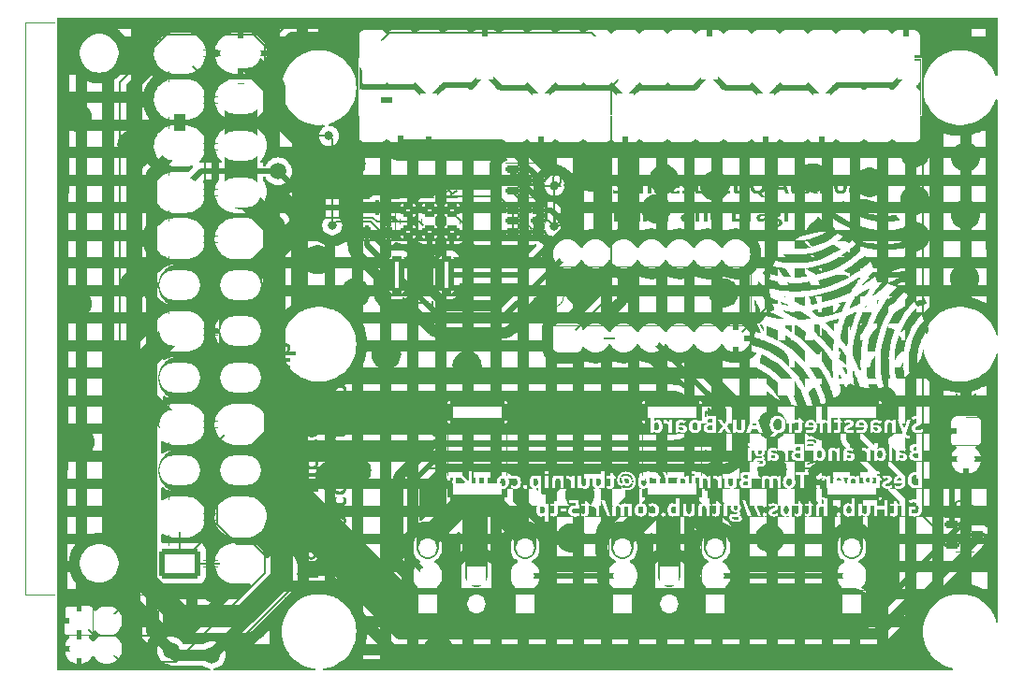
<source format=gts>
G04 #@! TF.GenerationSoftware,KiCad,Pcbnew,(7.0.0-0)*
G04 #@! TF.CreationDate,2023-03-06T18:26:08+00:00*
G04 #@! TF.ProjectId,AuxBoard,41757842-6f61-4726-942e-6b696361645f,rev?*
G04 #@! TF.SameCoordinates,Original*
G04 #@! TF.FileFunction,Soldermask,Top*
G04 #@! TF.FilePolarity,Negative*
%FSLAX46Y46*%
G04 Gerber Fmt 4.6, Leading zero omitted, Abs format (unit mm)*
G04 Created by KiCad (PCBNEW (7.0.0-0)) date 2023-03-06 18:26:08*
%MOMM*%
%LPD*%
G01*
G04 APERTURE LIST*
G04 Aperture macros list*
%AMRoundRect*
0 Rectangle with rounded corners*
0 $1 Rounding radius*
0 $2 $3 $4 $5 $6 $7 $8 $9 X,Y pos of 4 corners*
0 Add a 4 corners polygon primitive as box body*
4,1,4,$2,$3,$4,$5,$6,$7,$8,$9,$2,$3,0*
0 Add four circle primitives for the rounded corners*
1,1,$1+$1,$2,$3*
1,1,$1+$1,$4,$5*
1,1,$1+$1,$6,$7*
1,1,$1+$1,$8,$9*
0 Add four rect primitives between the rounded corners*
20,1,$1+$1,$2,$3,$4,$5,0*
20,1,$1+$1,$4,$5,$6,$7,0*
20,1,$1+$1,$6,$7,$8,$9,0*
20,1,$1+$1,$8,$9,$2,$3,0*%
G04 Aperture macros list end*
%ADD10RoundRect,0.250000X0.400000X1.450000X-0.400000X1.450000X-0.400000X-1.450000X0.400000X-1.450000X0*%
%ADD11C,2.750000*%
%ADD12R,1.600000X1.600000*%
%ADD13O,1.600000X1.600000*%
%ADD14R,1.700000X1.700000*%
%ADD15O,1.700000X1.700000*%
%ADD16RoundRect,0.250001X-2.474999X0.799999X-2.474999X-0.799999X2.474999X-0.799999X2.474999X0.799999X0*%
%ADD17RoundRect,0.250000X0.450000X-0.350000X0.450000X0.350000X-0.450000X0.350000X-0.450000X-0.350000X0*%
%ADD18C,3.000000*%
%ADD19RoundRect,0.250001X1.599999X-1.099999X1.599999X1.099999X-1.599999X1.099999X-1.599999X-1.099999X0*%
%ADD20O,3.700000X2.700000*%
%ADD21RoundRect,0.150000X-0.512500X-0.150000X0.512500X-0.150000X0.512500X0.150000X-0.512500X0.150000X0*%
%ADD22RoundRect,0.150000X0.150000X-0.512500X0.150000X0.512500X-0.150000X0.512500X-0.150000X-0.512500X0*%
%ADD23RoundRect,0.250001X2.474999X-0.799999X2.474999X0.799999X-2.474999X0.799999X-2.474999X-0.799999X0*%
%ADD24RoundRect,0.250000X-0.450000X0.350000X-0.450000X-0.350000X0.450000X-0.350000X0.450000X0.350000X0*%
%ADD25R,1.500000X4.000000*%
G04 #@! TA.AperFunction,SMDPad,CuDef*
%ADD26RoundRect,0.250000X0.400000X1.450000X-0.400000X1.450000X-0.400000X-1.450000X0.400000X-1.450000X0*%
G04 #@! TD*
G04 #@! TA.AperFunction,WasherPad*
%ADD27C,2.750000*%
G04 #@! TD*
G04 #@! TA.AperFunction,ComponentPad*
%ADD28R,1.600000X1.600000*%
G04 #@! TD*
G04 #@! TA.AperFunction,ComponentPad*
%ADD29O,1.600000X1.600000*%
G04 #@! TD*
G04 #@! TA.AperFunction,ComponentPad*
%ADD30R,1.700000X1.700000*%
G04 #@! TD*
G04 #@! TA.AperFunction,ComponentPad*
%ADD31O,1.700000X1.700000*%
G04 #@! TD*
G04 #@! TA.AperFunction,SMDPad,CuDef*
%ADD32RoundRect,0.250001X-2.474999X0.799999X-2.474999X-0.799999X2.474999X-0.799999X2.474999X0.799999X0*%
G04 #@! TD*
G04 #@! TA.AperFunction,SMDPad,CuDef*
%ADD33RoundRect,0.250000X0.450000X-0.350000X0.450000X0.350000X-0.450000X0.350000X-0.450000X-0.350000X0*%
G04 #@! TD*
G04 #@! TA.AperFunction,ComponentPad*
%ADD34RoundRect,0.250001X1.599999X-1.099999X1.599999X1.099999X-1.599999X1.099999X-1.599999X-1.099999X0*%
G04 #@! TD*
G04 #@! TA.AperFunction,ComponentPad*
%ADD35O,3.700000X2.700000*%
G04 #@! TD*
G04 #@! TA.AperFunction,SMDPad,CuDef*
%ADD36RoundRect,0.150000X-0.512500X-0.150000X0.512500X-0.150000X0.512500X0.150000X-0.512500X0.150000X0*%
G04 #@! TD*
G04 #@! TA.AperFunction,SMDPad,CuDef*
%ADD37RoundRect,0.150000X0.150000X-0.512500X0.150000X0.512500X-0.150000X0.512500X-0.150000X-0.512500X0*%
G04 #@! TD*
G04 #@! TA.AperFunction,SMDPad,CuDef*
%ADD38RoundRect,0.250001X2.474999X-0.799999X2.474999X0.799999X-2.474999X0.799999X-2.474999X-0.799999X0*%
G04 #@! TD*
G04 #@! TA.AperFunction,SMDPad,CuDef*
%ADD39RoundRect,0.250000X-0.450000X0.350000X-0.450000X-0.350000X0.450000X-0.350000X0.450000X0.350000X0*%
G04 #@! TD*
G04 #@! TA.AperFunction,ComponentPad*
%ADD40R,1.500000X4.000000*%
G04 #@! TD*
G04 #@! TA.AperFunction,ViaPad*
%ADD41C,0.800000*%
G04 #@! TD*
G04 #@! TA.AperFunction,ViaPad*
%ADD42C,1.500000*%
G04 #@! TD*
G04 #@! TA.AperFunction,Conductor*
%ADD43C,0.500000*%
G04 #@! TD*
G04 #@! TA.AperFunction,Conductor*
%ADD44C,0.200000*%
G04 #@! TD*
G04 #@! TA.AperFunction,Conductor*
%ADD45C,4.000000*%
G04 #@! TD*
G04 #@! TA.AperFunction,Conductor*
%ADD46C,2.000000*%
G04 #@! TD*
G04 #@! TA.AperFunction,Conductor*
%ADD47C,3.000000*%
G04 #@! TD*
G04 #@! TA.AperFunction,Conductor*
%ADD48C,1.000000*%
G04 #@! TD*
%ADD49C,0.300000*%
%ADD50C,0.150000*%
%ADD51C,0.120000*%
G04 #@! TA.AperFunction,Profile*
%ADD52C,0.200000*%
G04 #@! TD*
G04 APERTURE END LIST*
D10*
X140025000Y-73100000D03*
X135575000Y-73100000D03*
D11*
X128500000Y-79375000D03*
D12*
X150974999Y-78799999D03*
D13*
X153514999Y-78799999D03*
X156054999Y-78799999D03*
X158594999Y-78799999D03*
X161134999Y-78799999D03*
X163674999Y-78799999D03*
X166214999Y-78799999D03*
X166214999Y-71179999D03*
X163674999Y-71179999D03*
X161134999Y-71179999D03*
X158594999Y-71179999D03*
X156054999Y-71179999D03*
X153514999Y-71179999D03*
X150974999Y-71179999D03*
D14*
X176674999Y-102839999D03*
D15*
X176674999Y-100299999D03*
X176674999Y-97759999D03*
D16*
X160400000Y-85525000D03*
X160400000Y-92475000D03*
D17*
X140500000Y-69200000D03*
X140500000Y-67200000D03*
D18*
X108625000Y-99200000D03*
X108625000Y-53000000D03*
D19*
X115925000Y-99200000D03*
D20*
X115924999Y-94999999D03*
X115924999Y-90799999D03*
X115924999Y-86599999D03*
X115924999Y-82399999D03*
X115924999Y-78199999D03*
X115924999Y-73999999D03*
X115924999Y-69799999D03*
X115924999Y-65599999D03*
X115924999Y-61399999D03*
X115924999Y-57199999D03*
X115924999Y-52999999D03*
X121424999Y-99199999D03*
X121424999Y-94999999D03*
X121424999Y-90799999D03*
X121424999Y-86599999D03*
X121424999Y-82399999D03*
X121424999Y-78199999D03*
X121424999Y-73999999D03*
X121424999Y-69799999D03*
X121424999Y-65599999D03*
X121424999Y-61399999D03*
X121424999Y-57199999D03*
X121424999Y-52999999D03*
D21*
X146062500Y-63550000D03*
X146062500Y-65450000D03*
X148337500Y-64500000D03*
D14*
X138299999Y-102839999D03*
D15*
X138299999Y-100299999D03*
X138299999Y-97759999D03*
D14*
X142762499Y-100339999D03*
D15*
X142762499Y-102879999D03*
D22*
X132850000Y-69237500D03*
X134750000Y-69237500D03*
X133800000Y-66962500D03*
D23*
X176700000Y-92475000D03*
X176700000Y-85525000D03*
D21*
X146062500Y-67250000D03*
X146062500Y-68200000D03*
X146062500Y-69150000D03*
X148337500Y-69150000D03*
X148337500Y-68200000D03*
X148337500Y-67250000D03*
D14*
X155974999Y-102839999D03*
D15*
X155974999Y-100299999D03*
X155974999Y-97759999D03*
D23*
X142800000Y-92475000D03*
X142800000Y-85525000D03*
D14*
X160224999Y-100339999D03*
D15*
X160224999Y-102879999D03*
D14*
X147124999Y-102839999D03*
D15*
X147124999Y-100299999D03*
X147124999Y-97759999D03*
D11*
X128500000Y-105375000D03*
X186500000Y-105375000D03*
X128500000Y-56125000D03*
X186500000Y-79375000D03*
D14*
X164374999Y-102839999D03*
D15*
X164374999Y-100299999D03*
X164374999Y-97759999D03*
D14*
X187024999Y-87249999D03*
D15*
X187024999Y-89789999D03*
D11*
X186500000Y-56125000D03*
D24*
X136550000Y-67200000D03*
X136550000Y-69200000D03*
D21*
X185725000Y-95650000D03*
X185725000Y-97550000D03*
X188000000Y-96600000D03*
D17*
X138500000Y-69200000D03*
X138500000Y-67200000D03*
D14*
X106799999Y-104399999D03*
D15*
X109339999Y-104399999D03*
X106799999Y-106939999D03*
X109339999Y-106939999D03*
D25*
X133369999Y-53429999D03*
X133369999Y-58539999D03*
X135909999Y-53429999D03*
X135909999Y-58539999D03*
X138449999Y-53429999D03*
X138449999Y-58569999D03*
X140989999Y-53429999D03*
X140989999Y-58569999D03*
X143529999Y-53429999D03*
X143529999Y-58569999D03*
X146069999Y-53429999D03*
X146069999Y-58569999D03*
X148609999Y-53429999D03*
X148609999Y-58569999D03*
X151149999Y-53429999D03*
X151149999Y-58569999D03*
X153689999Y-53429999D03*
X153689999Y-58569999D03*
X156229999Y-53429999D03*
X156229999Y-58569999D03*
X158769999Y-53429999D03*
X158769999Y-58569999D03*
X161309999Y-53429999D03*
X161309999Y-58569999D03*
X163849999Y-53429999D03*
X163849999Y-58569999D03*
X166389999Y-53429999D03*
X166389999Y-58569999D03*
X168929999Y-53429999D03*
X168929999Y-58569999D03*
X171469999Y-53429999D03*
X171469999Y-58569999D03*
X174009999Y-53429999D03*
X174009999Y-58569999D03*
X176549999Y-53429999D03*
X176549999Y-58569999D03*
X179089999Y-53429999D03*
X179089999Y-58569999D03*
X181629999Y-53429999D03*
X181629999Y-58569999D03*
D26*
X140025000Y-73100000D03*
X135575000Y-73100000D03*
D27*
X128500000Y-79375000D03*
D28*
X150974999Y-78799999D03*
D29*
X153514999Y-78799999D03*
X156054999Y-78799999D03*
X158594999Y-78799999D03*
X161134999Y-78799999D03*
X163674999Y-78799999D03*
X166214999Y-78799999D03*
X166214999Y-71179999D03*
X163674999Y-71179999D03*
X161134999Y-71179999D03*
X158594999Y-71179999D03*
X156054999Y-71179999D03*
X153514999Y-71179999D03*
X150974999Y-71179999D03*
D30*
X176674999Y-102839999D03*
D31*
X176674999Y-100299999D03*
X176674999Y-97759999D03*
D32*
X160400000Y-85525000D03*
X160400000Y-92475000D03*
D33*
X140500000Y-69200000D03*
X140500000Y-67200000D03*
D34*
X115925000Y-99200000D03*
D35*
X115924999Y-94999999D03*
X115924999Y-90799999D03*
X115924999Y-86599999D03*
X115924999Y-82399999D03*
X115924999Y-78199999D03*
X115924999Y-73999999D03*
X115924999Y-69799999D03*
X115924999Y-65599999D03*
X115924999Y-61399999D03*
X115924999Y-57199999D03*
X115924999Y-52999999D03*
X121424999Y-99199999D03*
X121424999Y-94999999D03*
X121424999Y-90799999D03*
X121424999Y-86599999D03*
X121424999Y-82399999D03*
X121424999Y-78199999D03*
X121424999Y-73999999D03*
X121424999Y-69799999D03*
X121424999Y-65599999D03*
X121424999Y-61399999D03*
X121424999Y-57199999D03*
X121424999Y-52999999D03*
D36*
X146062500Y-63550000D03*
X146062500Y-65450000D03*
X148337500Y-64500000D03*
D30*
X138299999Y-102839999D03*
D31*
X138299999Y-100299999D03*
X138299999Y-97759999D03*
D30*
X142762499Y-100339999D03*
D31*
X142762499Y-102879999D03*
D37*
X132850000Y-69237500D03*
X134750000Y-69237500D03*
X133800000Y-66962500D03*
D38*
X176700000Y-92475000D03*
X176700000Y-85525000D03*
D36*
X146062500Y-67250000D03*
X146062500Y-68200000D03*
X146062500Y-69150000D03*
X148337500Y-69150000D03*
X148337500Y-68200000D03*
X148337500Y-67250000D03*
D30*
X155974999Y-102839999D03*
D31*
X155974999Y-100299999D03*
X155974999Y-97759999D03*
D38*
X142800000Y-92475000D03*
X142800000Y-85525000D03*
D30*
X160224999Y-100339999D03*
D31*
X160224999Y-102879999D03*
D30*
X147124999Y-102839999D03*
D31*
X147124999Y-100299999D03*
X147124999Y-97759999D03*
D27*
X128500000Y-105375000D03*
X186500000Y-105375000D03*
X128500000Y-56125000D03*
X186500000Y-79375000D03*
D30*
X164374999Y-102839999D03*
D31*
X164374999Y-100299999D03*
X164374999Y-97759999D03*
D30*
X187024999Y-87249999D03*
D31*
X187024999Y-89789999D03*
D27*
X186500000Y-56125000D03*
D39*
X136550000Y-67200000D03*
X136550000Y-69200000D03*
D36*
X185725000Y-95650000D03*
X185725000Y-97550000D03*
X188000000Y-96600000D03*
D33*
X138500000Y-69200000D03*
X138500000Y-67200000D03*
D30*
X106799999Y-104399999D03*
D31*
X109339999Y-104399999D03*
X106799999Y-106939999D03*
X109339999Y-106939999D03*
D40*
X133369999Y-53429999D03*
X133369999Y-58539999D03*
X135909999Y-53429999D03*
X135909999Y-58539999D03*
X138449999Y-53429999D03*
X138449999Y-58569999D03*
X140989999Y-53429999D03*
X140989999Y-58569999D03*
X143529999Y-53429999D03*
X143529999Y-58569999D03*
X146069999Y-53429999D03*
X146069999Y-58569999D03*
X148609999Y-53429999D03*
X148609999Y-58569999D03*
X151149999Y-53429999D03*
X151149999Y-58569999D03*
X153689999Y-53429999D03*
X153689999Y-58569999D03*
X156229999Y-53429999D03*
X156229999Y-58569999D03*
X158769999Y-53429999D03*
X158769999Y-58569999D03*
X161309999Y-53429999D03*
X161309999Y-58569999D03*
X163849999Y-53429999D03*
X163849999Y-58569999D03*
X166389999Y-53429999D03*
X166389999Y-58569999D03*
X168929999Y-53429999D03*
X168929999Y-58569999D03*
X171469999Y-53429999D03*
X171469999Y-58569999D03*
X174009999Y-53429999D03*
X174009999Y-58569999D03*
X176549999Y-53429999D03*
X176549999Y-58569999D03*
X179089999Y-53429999D03*
X179089999Y-58569999D03*
X181629999Y-53429999D03*
X181629999Y-58569999D03*
D41*
X129700000Y-51300000D03*
X131400000Y-63000000D03*
X127200000Y-63100000D03*
X187000000Y-62400000D03*
X186900000Y-73400000D03*
X187000000Y-67600000D03*
X149800000Y-65000000D03*
X149800000Y-68700000D03*
D42*
X125100000Y-99600500D03*
X124800000Y-63700000D03*
X118800000Y-107500000D03*
X115100000Y-107100000D03*
D41*
X178300000Y-64700000D03*
X181700000Y-106900000D03*
X169500000Y-90700000D03*
X182400500Y-69600000D03*
X134600000Y-80300000D03*
X127100000Y-68325000D03*
X131900000Y-90800000D03*
X128400000Y-71700000D03*
X152100000Y-93000000D03*
X152100000Y-74500000D03*
X165100000Y-74700000D03*
X179900000Y-79200000D03*
X106600000Y-75700000D03*
X151300000Y-96900000D03*
X131800000Y-74700000D03*
X182400500Y-66300000D03*
X173200000Y-64300000D03*
X111600000Y-61300000D03*
X175800000Y-74400000D03*
X159000000Y-67100000D03*
X169700000Y-81000000D03*
X119000000Y-101400000D03*
X169500000Y-86700000D03*
X169300000Y-96900000D03*
X141900000Y-81300000D03*
X106600000Y-58800000D03*
X129500000Y-91300000D03*
X149200000Y-91700000D03*
X164300000Y-65000000D03*
X106900000Y-88200000D03*
X111800000Y-74000000D03*
X139300000Y-107000000D03*
X121900000Y-107500000D03*
X153100000Y-64200000D03*
X159700000Y-64400000D03*
X185906590Y-51804167D03*
X182400500Y-62000000D03*
X173900000Y-69400000D03*
X129700000Y-68600000D03*
X129400000Y-60500000D03*
D43*
X185725000Y-95650000D02*
X185725000Y-90893458D01*
D44*
X185725000Y-97550000D02*
X183100000Y-94925000D01*
X182910607Y-50500000D02*
X125575000Y-50500000D01*
D43*
X185675000Y-87250000D02*
X187025000Y-87250000D01*
X185725000Y-90893458D02*
X185325499Y-90493957D01*
X185325499Y-87599501D02*
X185675000Y-87250000D01*
D44*
X125575000Y-50500000D02*
X123575000Y-52500000D01*
D43*
X185325499Y-90493957D02*
X185325499Y-87599501D01*
D44*
X183100000Y-50689393D02*
X182910607Y-50500000D01*
X183100000Y-94925000D02*
X183100000Y-50689393D01*
X129400000Y-60500000D02*
X127900000Y-60500000D01*
X127900000Y-60500000D02*
X123575000Y-56175000D01*
X110475000Y-55616548D02*
X110475000Y-103265000D01*
X122608452Y-51350000D02*
X114741548Y-51350000D01*
X123575000Y-56175000D02*
X123575000Y-52316548D01*
X123575000Y-52316548D02*
X122608452Y-51350000D01*
X114741548Y-51350000D02*
X110475000Y-55616548D01*
X110475000Y-103265000D02*
X109340000Y-104400000D01*
X110549500Y-108149500D02*
X109340000Y-106940000D01*
X123575000Y-100109218D02*
X115534718Y-108149500D01*
X120925000Y-86600000D02*
X119275000Y-88250000D01*
X122558452Y-97500000D02*
X123575000Y-98516548D01*
X121425000Y-86600000D02*
X120925000Y-86600000D01*
X115534718Y-108149500D02*
X110549500Y-108149500D01*
X123575000Y-98516548D02*
X123575000Y-100109218D01*
X121091548Y-97500000D02*
X122558452Y-97500000D01*
X119275000Y-88250000D02*
X119275000Y-95683452D01*
X119275000Y-95683452D02*
X121091548Y-97500000D01*
X134860000Y-51130000D02*
X153130000Y-51130000D01*
X133370000Y-54730000D02*
X133370000Y-52620000D01*
X133370000Y-52620000D02*
X134860000Y-51130000D01*
X153130000Y-51130000D02*
X153690000Y-51690000D01*
X153690000Y-51690000D02*
X153690000Y-54730000D01*
D43*
X135910000Y-61020000D02*
X135910000Y-57240000D01*
X148337500Y-64313972D02*
X145043528Y-61020000D01*
X148337500Y-64500000D02*
X148337500Y-64313972D01*
D44*
X149800000Y-65000000D02*
X148837500Y-65000000D01*
D43*
X145043528Y-61020000D02*
X135910000Y-61020000D01*
D44*
X149300000Y-68200000D02*
X149800000Y-68700000D01*
X148837500Y-65000000D02*
X148337500Y-64500000D01*
D43*
X133370000Y-57240000D02*
X135910000Y-57240000D01*
D44*
X148337500Y-68200000D02*
X149300000Y-68200000D01*
X150975000Y-78800000D02*
X154900000Y-74875000D01*
X154900000Y-56060000D02*
X156230000Y-54730000D01*
X154900000Y-74875000D02*
X154900000Y-56060000D01*
D45*
X160400000Y-85525000D02*
X142800000Y-85525000D01*
D46*
X124475000Y-68650000D02*
X124475000Y-82475000D01*
D45*
X127675000Y-85525000D02*
X127600000Y-85600000D01*
X142800000Y-85525000D02*
X127675000Y-85525000D01*
D46*
X124475000Y-82475000D02*
X127600000Y-85600000D01*
X125100000Y-88100000D02*
X125100000Y-99600500D01*
X121425000Y-65600000D02*
X124475000Y-68650000D01*
X127600000Y-85600000D02*
X125100000Y-88100000D01*
D47*
X121425000Y-57200000D02*
X121425000Y-65600000D01*
D43*
X124800000Y-63700000D02*
X128062500Y-66962500D01*
X128062500Y-66962500D02*
X133800000Y-66962500D01*
X133800000Y-66962500D02*
X136312500Y-66962500D01*
X136312500Y-66962500D02*
X136550000Y-67200000D01*
D48*
X113375000Y-105375000D02*
X113375000Y-63950000D01*
X182000000Y-102600000D02*
X182000000Y-103100000D01*
X135800000Y-105600000D02*
X131500000Y-101300000D01*
X113375000Y-63950000D02*
X115925000Y-61400000D01*
X115100000Y-107100000D02*
X113375000Y-105375000D01*
X125000000Y-101300000D02*
X118800000Y-107500000D01*
X182000000Y-93156498D02*
X182000000Y-102600000D01*
X176700000Y-87856498D02*
X182000000Y-93156498D01*
X176700000Y-85525000D02*
X176700000Y-87856498D01*
X179000000Y-105600000D02*
X135800000Y-105600000D01*
D43*
X188000000Y-97100000D02*
X188000000Y-96600000D01*
D48*
X115925000Y-57200000D02*
X115925000Y-61400000D01*
X182000000Y-102600000D02*
X179000000Y-105600000D01*
X131500000Y-101300000D02*
X125000000Y-101300000D01*
D43*
X182000000Y-103100000D02*
X188000000Y-97100000D01*
X139400000Y-89400000D02*
X165100000Y-89400000D01*
X138300000Y-100300000D02*
X136850000Y-98850000D01*
X158600000Y-78800000D02*
X158595000Y-78800000D01*
X136850000Y-98850000D02*
X136850000Y-91950000D01*
X165100000Y-85300000D02*
X158600000Y-78800000D01*
X136850000Y-91950000D02*
X139400000Y-89400000D01*
X165100000Y-89400000D02*
X165100000Y-85300000D01*
D44*
X153515000Y-78800000D02*
X156055000Y-78800000D01*
D46*
X176675000Y-92500000D02*
X176700000Y-92475000D01*
X176675000Y-97760000D02*
X176675000Y-92500000D01*
D43*
X164375000Y-100300000D02*
X176675000Y-100300000D01*
D46*
X147125000Y-97760000D02*
X147125000Y-96800000D01*
X138300000Y-96975000D02*
X142800000Y-92475000D01*
X142762500Y-92512500D02*
X142800000Y-92475000D01*
X142762500Y-100340000D02*
X142762500Y-92512500D01*
X138300000Y-97760000D02*
X138300000Y-96975000D01*
X147125000Y-96800000D02*
X142800000Y-92475000D01*
D43*
X147125000Y-100300000D02*
X155975000Y-100300000D01*
D46*
X164375000Y-96450000D02*
X160400000Y-92475000D01*
X155975000Y-96900000D02*
X160400000Y-92475000D01*
X160225000Y-100340000D02*
X160225000Y-92650000D01*
X164375000Y-97760000D02*
X164375000Y-96450000D01*
X155975000Y-97760000D02*
X155975000Y-96900000D01*
X160225000Y-92650000D02*
X160400000Y-92475000D01*
D44*
X115925000Y-99200000D02*
X118200000Y-96925000D01*
X118200000Y-55275000D02*
X115925000Y-53000000D01*
X118200000Y-96925000D02*
X118200000Y-55275000D01*
X115925000Y-99200000D02*
X121425000Y-99200000D01*
X115925000Y-99200000D02*
X115925000Y-95000000D01*
X133751376Y-68275000D02*
X133351875Y-67875499D01*
X140500000Y-69200000D02*
X138500000Y-69200000D01*
X133351875Y-67875499D02*
X127549501Y-67875499D01*
X137575000Y-68275000D02*
X133751376Y-68275000D01*
X127549501Y-67875499D02*
X127100000Y-68325000D01*
X138500000Y-69200000D02*
X137575000Y-68275000D01*
D43*
X134062500Y-71562500D02*
X139600000Y-77100000D01*
X134037500Y-71562500D02*
X134062500Y-71562500D01*
X139600000Y-77100000D02*
X145055000Y-77100000D01*
X132850000Y-70375000D02*
X134037500Y-71562500D01*
X134037500Y-71562500D02*
X135575000Y-73100000D01*
X145055000Y-77100000D02*
X150975000Y-71180000D01*
X132850000Y-69237500D02*
X132850000Y-70375000D01*
X149551375Y-67250000D02*
X148337500Y-67250000D01*
X146601375Y-73100000D02*
X150649500Y-69051875D01*
X148337500Y-66213972D02*
X146062500Y-63938972D01*
X140025000Y-73100000D02*
X146601375Y-73100000D01*
X150649500Y-68348125D02*
X149551375Y-67250000D01*
X150649500Y-69051875D02*
X150649500Y-68348125D01*
X148337500Y-67250000D02*
X148337500Y-66213972D01*
X146062500Y-63938972D02*
X146062500Y-63550000D01*
D44*
X144812500Y-66000000D02*
X139700000Y-66000000D01*
X139700000Y-66000000D02*
X138500000Y-67200000D01*
X146062500Y-69150000D02*
X146062500Y-67250000D01*
X146062500Y-67250000D02*
X144812500Y-66000000D01*
X147737500Y-69750000D02*
X142850000Y-69750000D01*
X148337500Y-69150000D02*
X147737500Y-69750000D01*
X147025000Y-66563604D02*
X147025000Y-68186396D01*
X140500000Y-67400000D02*
X140500000Y-67200000D01*
X147988604Y-69150000D02*
X148337500Y-69150000D01*
X142850000Y-69750000D02*
X140500000Y-67400000D01*
X146062500Y-65450000D02*
X146062500Y-65601104D01*
X147025000Y-68186396D02*
X147988604Y-69150000D01*
X146062500Y-65601104D02*
X147025000Y-66563604D01*
X134787500Y-69200000D02*
X134750000Y-69237500D01*
X133186396Y-68275000D02*
X130025000Y-68275000D01*
X130025000Y-68275000D02*
X129700000Y-68600000D01*
X136550000Y-69200000D02*
X134787500Y-69200000D01*
X134111396Y-69200000D02*
X133186396Y-68275000D01*
X136550000Y-69200000D02*
X134111396Y-69200000D01*
G04 #@! TA.AperFunction,Conductor*
G36*
X125263157Y-49767113D02*
G01*
X125308544Y-49812502D01*
X125325156Y-49874503D01*
X125308541Y-49936504D01*
X125271038Y-49974003D01*
X125272159Y-49975464D01*
X125153163Y-50066772D01*
X125153160Y-50066774D01*
X125146718Y-50071718D01*
X125141773Y-50078161D01*
X125141770Y-50078165D01*
X125127490Y-50096774D01*
X125116798Y-50108965D01*
X123754406Y-51471357D01*
X123698819Y-51503451D01*
X123634631Y-51503451D01*
X123579044Y-51471357D01*
X123066651Y-50958964D01*
X123055956Y-50946769D01*
X123041680Y-50928164D01*
X123036734Y-50921718D01*
X122911293Y-50825464D01*
X122903785Y-50822354D01*
X122772723Y-50768066D01*
X122772720Y-50768065D01*
X122765214Y-50764956D01*
X122757160Y-50763895D01*
X122757154Y-50763894D01*
X122647813Y-50749500D01*
X122616511Y-50745379D01*
X122608452Y-50744318D01*
X122600393Y-50745379D01*
X122577150Y-50748439D01*
X122560965Y-50749500D01*
X114789035Y-50749500D01*
X114772850Y-50748439D01*
X114749607Y-50745379D01*
X114741548Y-50744318D01*
X114733489Y-50745379D01*
X114702187Y-50749500D01*
X114592845Y-50763894D01*
X114592837Y-50763896D01*
X114584786Y-50764956D01*
X114577281Y-50768064D01*
X114577276Y-50768066D01*
X114446214Y-50822354D01*
X114446210Y-50822355D01*
X114438707Y-50825464D01*
X114432262Y-50830408D01*
X114432259Y-50830411D01*
X114319711Y-50916772D01*
X114319708Y-50916774D01*
X114313266Y-50921718D01*
X114308321Y-50928161D01*
X114308318Y-50928165D01*
X114294038Y-50946774D01*
X114283346Y-50958965D01*
X110083965Y-55158346D01*
X110071774Y-55169038D01*
X110053165Y-55183318D01*
X110053161Y-55183321D01*
X110046718Y-55188266D01*
X110041774Y-55194708D01*
X110041772Y-55194711D01*
X109980165Y-55274999D01*
X109980165Y-55275000D01*
X109955411Y-55307259D01*
X109955408Y-55307262D01*
X109950464Y-55313707D01*
X109947355Y-55321211D01*
X109947353Y-55321216D01*
X109893066Y-55452276D01*
X109893064Y-55452281D01*
X109889956Y-55459786D01*
X109888896Y-55467837D01*
X109888894Y-55467845D01*
X109877771Y-55552339D01*
X109869318Y-55616548D01*
X109870379Y-55624607D01*
X109873439Y-55647850D01*
X109874500Y-55664035D01*
X109874500Y-97699981D01*
X109855494Y-97765953D01*
X109804302Y-97811701D01*
X109736616Y-97823201D01*
X109673187Y-97796928D01*
X109634345Y-97765953D01*
X109613857Y-97749614D01*
X109485893Y-97675734D01*
X109390664Y-97620753D01*
X109390658Y-97620750D01*
X109386643Y-97618432D01*
X109382324Y-97616737D01*
X109382318Y-97616734D01*
X109146738Y-97524276D01*
X109146734Y-97524275D01*
X109142416Y-97522580D01*
X109137893Y-97521547D01*
X109137891Y-97521547D01*
X108891149Y-97465229D01*
X108891143Y-97465228D01*
X108886630Y-97464198D01*
X108882008Y-97463851D01*
X108882004Y-97463851D01*
X108692808Y-97449673D01*
X108692797Y-97449672D01*
X108690494Y-97449500D01*
X108559506Y-97449500D01*
X108557203Y-97449672D01*
X108557191Y-97449673D01*
X108367995Y-97463851D01*
X108367989Y-97463851D01*
X108363370Y-97464198D01*
X108358858Y-97465227D01*
X108358850Y-97465229D01*
X108112108Y-97521547D01*
X108112102Y-97521548D01*
X108107584Y-97522580D01*
X108103268Y-97524273D01*
X108103261Y-97524276D01*
X107867681Y-97616734D01*
X107867670Y-97616739D01*
X107863357Y-97618432D01*
X107859346Y-97620747D01*
X107859335Y-97620753D01*
X107640161Y-97747294D01*
X107636143Y-97749614D01*
X107632519Y-97752503D01*
X107632516Y-97752506D01*
X107434646Y-97910302D01*
X107434641Y-97910306D01*
X107431019Y-97913195D01*
X107427865Y-97916593D01*
X107427863Y-97916596D01*
X107255719Y-98102123D01*
X107255713Y-98102129D01*
X107252567Y-98105521D01*
X107249957Y-98109348D01*
X107249957Y-98109349D01*
X107117301Y-98303920D01*
X107104772Y-98322296D01*
X107102759Y-98326474D01*
X107102756Y-98326481D01*
X106992949Y-98554497D01*
X106992944Y-98554508D01*
X106990937Y-98558677D01*
X106989574Y-98563093D01*
X106989569Y-98563108D01*
X106914971Y-98804951D01*
X106914968Y-98804959D01*
X106913604Y-98809385D01*
X106912914Y-98813961D01*
X106912912Y-98813971D01*
X106875190Y-99064234D01*
X106875189Y-99064246D01*
X106874500Y-99068818D01*
X106874500Y-99331182D01*
X106875189Y-99335754D01*
X106875190Y-99335765D01*
X106912912Y-99586028D01*
X106912913Y-99586035D01*
X106913604Y-99590615D01*
X106914969Y-99595043D01*
X106914971Y-99595048D01*
X106989569Y-99836891D01*
X106989573Y-99836901D01*
X106990937Y-99841323D01*
X106992946Y-99845496D01*
X106992949Y-99845502D01*
X107101053Y-100069982D01*
X107104772Y-100077704D01*
X107252567Y-100294479D01*
X107431019Y-100486805D01*
X107636143Y-100650386D01*
X107863357Y-100781568D01*
X108107584Y-100877420D01*
X108363370Y-100935802D01*
X108559506Y-100950500D01*
X108688177Y-100950500D01*
X108690494Y-100950500D01*
X108886630Y-100935802D01*
X109142416Y-100877420D01*
X109386643Y-100781568D01*
X109613857Y-100650386D01*
X109673186Y-100603072D01*
X109736616Y-100576799D01*
X109804302Y-100588299D01*
X109855494Y-100634047D01*
X109874500Y-100700019D01*
X109874500Y-102964902D01*
X109865060Y-103012357D01*
X109838178Y-103052586D01*
X109823527Y-103067236D01*
X109767941Y-103099327D01*
X109703756Y-103099327D01*
X109580634Y-103066337D01*
X109580630Y-103066336D01*
X109575408Y-103064937D01*
X109570020Y-103064465D01*
X109570017Y-103064465D01*
X109345395Y-103044813D01*
X109340000Y-103044341D01*
X109334605Y-103044813D01*
X109109982Y-103064465D01*
X109109977Y-103064465D01*
X109104592Y-103064937D01*
X109099371Y-103066335D01*
X109099365Y-103066337D01*
X108881569Y-103124694D01*
X108881557Y-103124698D01*
X108876337Y-103126097D01*
X108871432Y-103128383D01*
X108871427Y-103128386D01*
X108667081Y-103223675D01*
X108667077Y-103223677D01*
X108662171Y-103225965D01*
X108657738Y-103229068D01*
X108657731Y-103229073D01*
X108473034Y-103358399D01*
X108473029Y-103358402D01*
X108468599Y-103361505D01*
X108464774Y-103365329D01*
X108464775Y-103365329D01*
X108346285Y-103483819D01*
X108293538Y-103515114D01*
X108232246Y-103517303D01*
X108177401Y-103489850D01*
X108142422Y-103439471D01*
X108096451Y-103316220D01*
X108088037Y-103300810D01*
X108012501Y-103199907D01*
X108000092Y-103187498D01*
X107899189Y-103111962D01*
X107883777Y-103103547D01*
X107764641Y-103059111D01*
X107749667Y-103055573D01*
X107701114Y-103050353D01*
X107694518Y-103050000D01*
X107066326Y-103050000D01*
X107053450Y-103053450D01*
X107050000Y-103066326D01*
X107050000Y-108256369D01*
X107052551Y-108267311D01*
X107063780Y-108266943D01*
X107258263Y-108214831D01*
X107268397Y-108211143D01*
X107472676Y-108115886D01*
X107482008Y-108110498D01*
X107666643Y-107981215D01*
X107674909Y-107974278D01*
X107834278Y-107814909D01*
X107841219Y-107806638D01*
X107968119Y-107625406D01*
X108012437Y-107586540D01*
X108069694Y-107572529D01*
X108126951Y-107586540D01*
X108171269Y-107625405D01*
X108298399Y-107806966D01*
X108298402Y-107806970D01*
X108301505Y-107811401D01*
X108468599Y-107978495D01*
X108662170Y-108114035D01*
X108876337Y-108213903D01*
X109104592Y-108275063D01*
X109340000Y-108295659D01*
X109575408Y-108275063D01*
X109703757Y-108240672D01*
X109767943Y-108240672D01*
X109823531Y-108272766D01*
X110091299Y-108540534D01*
X110101989Y-108552722D01*
X110121218Y-108577782D01*
X110214523Y-108649377D01*
X110246659Y-108674036D01*
X110392738Y-108734544D01*
X110481286Y-108746201D01*
X110538402Y-108769126D01*
X110577462Y-108816691D01*
X110588839Y-108877177D01*
X110569733Y-108935683D01*
X110524849Y-108977796D01*
X110465245Y-108993140D01*
X105027874Y-108999500D01*
X104874500Y-108999500D01*
X104812500Y-108982887D01*
X104767113Y-108937500D01*
X104750500Y-108875500D01*
X104750500Y-107192551D01*
X105472688Y-107192551D01*
X105473056Y-107203780D01*
X105525168Y-107398263D01*
X105528856Y-107408397D01*
X105624113Y-107612676D01*
X105629501Y-107622008D01*
X105758784Y-107806643D01*
X105765721Y-107814909D01*
X105925090Y-107974278D01*
X105933356Y-107981215D01*
X106117991Y-108110498D01*
X106127323Y-108115886D01*
X106331602Y-108211143D01*
X106341736Y-108214831D01*
X106536219Y-108266943D01*
X106547448Y-108267311D01*
X106550000Y-108256369D01*
X106550000Y-107206326D01*
X106546549Y-107193450D01*
X106533674Y-107190000D01*
X105483631Y-107190000D01*
X105472688Y-107192551D01*
X104750500Y-107192551D01*
X104750500Y-105294518D01*
X105450000Y-105294518D01*
X105450353Y-105301114D01*
X105455573Y-105349667D01*
X105459111Y-105364641D01*
X105503547Y-105483777D01*
X105511962Y-105499189D01*
X105587498Y-105600092D01*
X105599907Y-105612501D01*
X105700810Y-105688037D01*
X105716222Y-105696452D01*
X105839986Y-105742614D01*
X105890366Y-105777593D01*
X105917819Y-105832437D01*
X105915630Y-105893730D01*
X105884335Y-105946477D01*
X105765714Y-106065098D01*
X105758784Y-106073357D01*
X105629508Y-106257982D01*
X105624110Y-106267332D01*
X105528856Y-106471602D01*
X105525168Y-106481736D01*
X105473056Y-106676219D01*
X105472688Y-106687448D01*
X105483631Y-106690000D01*
X106533674Y-106690000D01*
X106546549Y-106686549D01*
X106550000Y-106673674D01*
X106550000Y-104666326D01*
X106546549Y-104653450D01*
X106533674Y-104650000D01*
X105466326Y-104650000D01*
X105453450Y-104653450D01*
X105450000Y-104666326D01*
X105450000Y-105294518D01*
X104750500Y-105294518D01*
X104750500Y-104133674D01*
X105450000Y-104133674D01*
X105453450Y-104146549D01*
X105466326Y-104150000D01*
X106533674Y-104150000D01*
X106546549Y-104146549D01*
X106550000Y-104133674D01*
X106550000Y-103066326D01*
X106546549Y-103053450D01*
X106533674Y-103050000D01*
X105905482Y-103050000D01*
X105898885Y-103050353D01*
X105850332Y-103055573D01*
X105835358Y-103059111D01*
X105716222Y-103103547D01*
X105700810Y-103111962D01*
X105599907Y-103187498D01*
X105587498Y-103199907D01*
X105511962Y-103300810D01*
X105503547Y-103316222D01*
X105459111Y-103435358D01*
X105455573Y-103450332D01*
X105450353Y-103498885D01*
X105450000Y-103505482D01*
X105450000Y-104133674D01*
X104750500Y-104133674D01*
X104750500Y-101500500D01*
X105749300Y-101500500D01*
X106500500Y-101500500D01*
X106500500Y-100949625D01*
X106481314Y-100927331D01*
X106478356Y-100923761D01*
X106466801Y-100909272D01*
X106463978Y-100905593D01*
X106430665Y-100860457D01*
X106427980Y-100856674D01*
X106280185Y-100639899D01*
X106277644Y-100636017D01*
X106247796Y-100588512D01*
X106245402Y-100584540D01*
X106236136Y-100568490D01*
X106233895Y-100564433D01*
X106207695Y-100514860D01*
X106205605Y-100510721D01*
X106091770Y-100274340D01*
X106089836Y-100270124D01*
X106067409Y-100218720D01*
X106065635Y-100214437D01*
X106058864Y-100197185D01*
X106057251Y-100192837D01*
X106038725Y-100139894D01*
X106037275Y-100135489D01*
X105995020Y-99998500D01*
X105754365Y-99998500D01*
X105749300Y-101500500D01*
X104750500Y-101500500D01*
X104750500Y-99000500D01*
X105757731Y-99000500D01*
X105879169Y-99000500D01*
X105880329Y-98985024D01*
X105880762Y-98980407D01*
X105887042Y-98924669D01*
X105887647Y-98920070D01*
X105926751Y-98660637D01*
X105927528Y-98656065D01*
X105937956Y-98600955D01*
X105938903Y-98596416D01*
X105943027Y-98578348D01*
X105944143Y-98573848D01*
X105958658Y-98519676D01*
X105959942Y-98515219D01*
X106037275Y-98264511D01*
X106038725Y-98260106D01*
X106057251Y-98207163D01*
X106058864Y-98202815D01*
X106065635Y-98185563D01*
X106067409Y-98181280D01*
X106089836Y-98129876D01*
X106091770Y-98125660D01*
X106205605Y-97889279D01*
X106207695Y-97885140D01*
X106233895Y-97835567D01*
X106236136Y-97831510D01*
X106245402Y-97815460D01*
X106247796Y-97811488D01*
X106277644Y-97763983D01*
X106280185Y-97760101D01*
X106427980Y-97543326D01*
X106430665Y-97539543D01*
X106460957Y-97498500D01*
X105762797Y-97498500D01*
X105757731Y-99000500D01*
X104750500Y-99000500D01*
X104750500Y-96500500D01*
X105766163Y-96500500D01*
X106500500Y-96500500D01*
X106500500Y-94998500D01*
X107498500Y-94998500D01*
X107498500Y-96500500D01*
X108100634Y-96500500D01*
X108141292Y-96491220D01*
X108145834Y-96490272D01*
X108200958Y-96479843D01*
X108205530Y-96479067D01*
X108223857Y-96476305D01*
X108228453Y-96475700D01*
X108284175Y-96469422D01*
X108288792Y-96468989D01*
X108484928Y-96454291D01*
X108487238Y-96454139D01*
X108515217Y-96452567D01*
X108517533Y-96452459D01*
X108526799Y-96452112D01*
X108529120Y-96452047D01*
X108557187Y-96451522D01*
X108559506Y-96451500D01*
X108690494Y-96451500D01*
X108692813Y-96451522D01*
X108720880Y-96452047D01*
X108723201Y-96452112D01*
X108732467Y-96452459D01*
X108734783Y-96452567D01*
X108762762Y-96454139D01*
X108765072Y-96454291D01*
X108876500Y-96462641D01*
X108876500Y-94998500D01*
X107498500Y-94998500D01*
X106500500Y-94998500D01*
X105771228Y-94998500D01*
X105766163Y-96500500D01*
X104750500Y-96500500D01*
X104750500Y-94000500D01*
X105774595Y-94000500D01*
X106500500Y-94000500D01*
X106500500Y-92498500D01*
X107498500Y-92498500D01*
X107498500Y-94000500D01*
X108876500Y-94000500D01*
X108876500Y-92498500D01*
X107498500Y-92498500D01*
X106500500Y-92498500D01*
X105779660Y-92498500D01*
X105774595Y-94000500D01*
X104750500Y-94000500D01*
X104750500Y-91500500D01*
X105783026Y-91500500D01*
X106500500Y-91500500D01*
X106500500Y-89998500D01*
X107498500Y-89998500D01*
X107498500Y-91500500D01*
X108876500Y-91500500D01*
X108876500Y-89998500D01*
X107498500Y-89998500D01*
X106500500Y-89998500D01*
X105788092Y-89998500D01*
X105783026Y-91500500D01*
X104750500Y-91500500D01*
X104750500Y-89000500D01*
X107954603Y-89000500D01*
X108876500Y-89000500D01*
X108876500Y-87498500D01*
X108028324Y-87498500D01*
X108035632Y-87510303D01*
X108134761Y-87709381D01*
X108143027Y-87730719D01*
X108203887Y-87944622D01*
X108208092Y-87967115D01*
X108228612Y-88188559D01*
X108228612Y-88211441D01*
X108208092Y-88432885D01*
X108203887Y-88455378D01*
X108143027Y-88669281D01*
X108134761Y-88690619D01*
X108035632Y-88889697D01*
X108023586Y-88909152D01*
X107954603Y-89000500D01*
X104750500Y-89000500D01*
X104750500Y-86500500D01*
X105799890Y-86500500D01*
X106500500Y-86500500D01*
X106500500Y-84998500D01*
X107498500Y-84998500D01*
X107498500Y-86500500D01*
X108876500Y-86500500D01*
X108876500Y-84998500D01*
X107498500Y-84998500D01*
X106500500Y-84998500D01*
X105804955Y-84998500D01*
X105799890Y-86500500D01*
X104750500Y-86500500D01*
X104750500Y-84000500D01*
X105808322Y-84000500D01*
X106500500Y-84000500D01*
X106500500Y-82498500D01*
X107498500Y-82498500D01*
X107498500Y-84000500D01*
X108876500Y-84000500D01*
X108876500Y-82498500D01*
X107498500Y-82498500D01*
X106500500Y-82498500D01*
X105813387Y-82498500D01*
X105808322Y-84000500D01*
X104750500Y-84000500D01*
X104750500Y-81500500D01*
X105816753Y-81500500D01*
X106500500Y-81500500D01*
X106500500Y-79998500D01*
X107498500Y-79998500D01*
X107498500Y-81500500D01*
X108876500Y-81500500D01*
X108876500Y-79998500D01*
X107498500Y-79998500D01*
X106500500Y-79998500D01*
X105821819Y-79998500D01*
X105816753Y-81500500D01*
X104750500Y-81500500D01*
X104750500Y-79000500D01*
X105825185Y-79000500D01*
X106500500Y-79000500D01*
X106500500Y-77498500D01*
X107498500Y-77498500D01*
X107498500Y-79000500D01*
X108876500Y-79000500D01*
X108876500Y-77498500D01*
X107498500Y-77498500D01*
X106500500Y-77498500D01*
X105830250Y-77498500D01*
X105825185Y-79000500D01*
X104750500Y-79000500D01*
X104750500Y-76500500D01*
X107654603Y-76500500D01*
X108876500Y-76500500D01*
X108876500Y-74998500D01*
X107728324Y-74998500D01*
X107735632Y-75010303D01*
X107834761Y-75209381D01*
X107843027Y-75230719D01*
X107903887Y-75444622D01*
X107908092Y-75467115D01*
X107928612Y-75688559D01*
X107928612Y-75711441D01*
X107908092Y-75932885D01*
X107903887Y-75955378D01*
X107843027Y-76169281D01*
X107834761Y-76190619D01*
X107735632Y-76389697D01*
X107723586Y-76409152D01*
X107654603Y-76500500D01*
X104750500Y-76500500D01*
X104750500Y-74000500D01*
X105842048Y-74000500D01*
X106500500Y-74000500D01*
X106500500Y-72498500D01*
X107498500Y-72498500D01*
X107498500Y-74000500D01*
X108876500Y-74000500D01*
X108876500Y-72498500D01*
X107498500Y-72498500D01*
X106500500Y-72498500D01*
X105847114Y-72498500D01*
X105842048Y-74000500D01*
X104750500Y-74000500D01*
X104750500Y-71500500D01*
X105850480Y-71500500D01*
X106500500Y-71500500D01*
X106500500Y-69998500D01*
X107498500Y-69998500D01*
X107498500Y-71500500D01*
X108876500Y-71500500D01*
X108876500Y-69998500D01*
X107498500Y-69998500D01*
X106500500Y-69998500D01*
X105855545Y-69998500D01*
X105850480Y-71500500D01*
X104750500Y-71500500D01*
X104750500Y-69000500D01*
X105858912Y-69000500D01*
X106500500Y-69000500D01*
X106500500Y-67498500D01*
X107498500Y-67498500D01*
X107498500Y-69000500D01*
X108876500Y-69000500D01*
X108876500Y-67498500D01*
X107498500Y-67498500D01*
X106500500Y-67498500D01*
X105863977Y-67498500D01*
X105858912Y-69000500D01*
X104750500Y-69000500D01*
X104750500Y-66500500D01*
X105867344Y-66500500D01*
X106500500Y-66500500D01*
X106500500Y-64998500D01*
X107498500Y-64998500D01*
X107498500Y-66500500D01*
X108876500Y-66500500D01*
X108876500Y-64998500D01*
X107498500Y-64998500D01*
X106500500Y-64998500D01*
X105872409Y-64998500D01*
X105867344Y-66500500D01*
X104750500Y-66500500D01*
X104750500Y-64376749D01*
X104750501Y-64376331D01*
X104750592Y-64349471D01*
X104751769Y-64000500D01*
X105875775Y-64000500D01*
X106500500Y-64000500D01*
X106500500Y-62498500D01*
X107498500Y-62498500D01*
X107498500Y-64000500D01*
X108876500Y-64000500D01*
X108876500Y-62498500D01*
X107498500Y-62498500D01*
X106500500Y-62498500D01*
X105880841Y-62498500D01*
X105875775Y-64000500D01*
X104751769Y-64000500D01*
X104760201Y-61500500D01*
X105884207Y-61500500D01*
X106500500Y-61500500D01*
X106500500Y-60124000D01*
X106488804Y-60124000D01*
X106466019Y-60121889D01*
X106247413Y-60081025D01*
X106225404Y-60074763D01*
X106028547Y-59998500D01*
X107498500Y-59998500D01*
X107498500Y-61500500D01*
X108876500Y-61500500D01*
X108876500Y-59998500D01*
X107498500Y-59998500D01*
X106028547Y-59998500D01*
X105889272Y-59998500D01*
X105884207Y-61500500D01*
X104760201Y-61500500D01*
X104773698Y-57498500D01*
X107498500Y-57498500D01*
X107498500Y-57827503D01*
X107574148Y-57896465D01*
X107589564Y-57913375D01*
X107723586Y-58090848D01*
X107735632Y-58110303D01*
X107834761Y-58309381D01*
X107843027Y-58330719D01*
X107903887Y-58544622D01*
X107908092Y-58567115D01*
X107928612Y-58788559D01*
X107928612Y-58811441D01*
X107911093Y-59000500D01*
X108876500Y-59000500D01*
X108876500Y-57498500D01*
X107498500Y-57498500D01*
X104773698Y-57498500D01*
X104777064Y-56500500D01*
X105901071Y-56500500D01*
X106500500Y-56500500D01*
X106500500Y-55510477D01*
X107498500Y-55510477D01*
X107498500Y-56500500D01*
X108876500Y-56500500D01*
X108876500Y-55737359D01*
X108765072Y-55745709D01*
X108762762Y-55745861D01*
X108734783Y-55747433D01*
X108732467Y-55747541D01*
X108723201Y-55747888D01*
X108720880Y-55747953D01*
X108692813Y-55748478D01*
X108690494Y-55748500D01*
X108559506Y-55748500D01*
X108557187Y-55748478D01*
X108529120Y-55747953D01*
X108526799Y-55747888D01*
X108517533Y-55747541D01*
X108515217Y-55747433D01*
X108487238Y-55745861D01*
X108484928Y-55745709D01*
X108288792Y-55731011D01*
X108284175Y-55730578D01*
X108228453Y-55724300D01*
X108223857Y-55723695D01*
X108205530Y-55720933D01*
X108200958Y-55720157D01*
X108145834Y-55709728D01*
X108141292Y-55708780D01*
X107885506Y-55650398D01*
X107881003Y-55649281D01*
X107826810Y-55634759D01*
X107822353Y-55633475D01*
X107804644Y-55628012D01*
X107800240Y-55626563D01*
X107747319Y-55608044D01*
X107742974Y-55606431D01*
X107498747Y-55510579D01*
X107498500Y-55510477D01*
X106500500Y-55510477D01*
X106500500Y-54998500D01*
X105906136Y-54998500D01*
X105901071Y-56500500D01*
X104777064Y-56500500D01*
X104788427Y-53131182D01*
X106874500Y-53131182D01*
X106875189Y-53135754D01*
X106875190Y-53135765D01*
X106912912Y-53386028D01*
X106912913Y-53386035D01*
X106913604Y-53390615D01*
X106914969Y-53395043D01*
X106914971Y-53395048D01*
X106989569Y-53636891D01*
X106989573Y-53636901D01*
X106990937Y-53641323D01*
X106992946Y-53645496D01*
X106992949Y-53645502D01*
X107033500Y-53729706D01*
X107104772Y-53877704D01*
X107252567Y-54094479D01*
X107431019Y-54286805D01*
X107636143Y-54450386D01*
X107863357Y-54581568D01*
X108107584Y-54677420D01*
X108363370Y-54735802D01*
X108559506Y-54750500D01*
X108688177Y-54750500D01*
X108690494Y-54750500D01*
X108886630Y-54735802D01*
X109142416Y-54677420D01*
X109386643Y-54581568D01*
X109613857Y-54450386D01*
X109818981Y-54286805D01*
X109997433Y-54094479D01*
X110145228Y-53877704D01*
X110259063Y-53641323D01*
X110336396Y-53390615D01*
X110375500Y-53131182D01*
X110375500Y-52868818D01*
X110336396Y-52609385D01*
X110259063Y-52358677D01*
X110145228Y-52122296D01*
X109997433Y-51905521D01*
X109818981Y-51713195D01*
X109613857Y-51549614D01*
X109478312Y-51471357D01*
X109390664Y-51420753D01*
X109390658Y-51420750D01*
X109386643Y-51418432D01*
X109382324Y-51416737D01*
X109382318Y-51416734D01*
X109146738Y-51324276D01*
X109146734Y-51324275D01*
X109142416Y-51322580D01*
X109137893Y-51321547D01*
X109137891Y-51321547D01*
X108891149Y-51265229D01*
X108891143Y-51265228D01*
X108886630Y-51264198D01*
X108882008Y-51263851D01*
X108882004Y-51263851D01*
X108692808Y-51249673D01*
X108692797Y-51249672D01*
X108690494Y-51249500D01*
X108559506Y-51249500D01*
X108557203Y-51249672D01*
X108557191Y-51249673D01*
X108367995Y-51263851D01*
X108367989Y-51263851D01*
X108363370Y-51264198D01*
X108358858Y-51265227D01*
X108358850Y-51265229D01*
X108112108Y-51321547D01*
X108112102Y-51321548D01*
X108107584Y-51322580D01*
X108103268Y-51324273D01*
X108103261Y-51324276D01*
X107867681Y-51416734D01*
X107867670Y-51416739D01*
X107863357Y-51418432D01*
X107859346Y-51420747D01*
X107859335Y-51420753D01*
X107640161Y-51547294D01*
X107636143Y-51549614D01*
X107632519Y-51552503D01*
X107632516Y-51552506D01*
X107434646Y-51710302D01*
X107434641Y-51710306D01*
X107431019Y-51713195D01*
X107427865Y-51716593D01*
X107427863Y-51716596D01*
X107255719Y-51902123D01*
X107255713Y-51902129D01*
X107252567Y-51905521D01*
X107249957Y-51909348D01*
X107249957Y-51909349D01*
X107140447Y-52069971D01*
X107104772Y-52122296D01*
X107102759Y-52126474D01*
X107102756Y-52126481D01*
X106992949Y-52354497D01*
X106992944Y-52354508D01*
X106990937Y-52358677D01*
X106989574Y-52363093D01*
X106989569Y-52363108D01*
X106914971Y-52604951D01*
X106914968Y-52604959D01*
X106913604Y-52609385D01*
X106912914Y-52613961D01*
X106912912Y-52613971D01*
X106875190Y-52864234D01*
X106875189Y-52864246D01*
X106874500Y-52868818D01*
X106874500Y-53131182D01*
X104788427Y-53131182D01*
X104796208Y-50824000D01*
X110304634Y-50824000D01*
X110441224Y-50932927D01*
X110444795Y-50935886D01*
X110487308Y-50972472D01*
X110490766Y-50975562D01*
X110504352Y-50988168D01*
X110507690Y-50991384D01*
X110547350Y-51031043D01*
X110550569Y-51034384D01*
X110729021Y-51226710D01*
X110732110Y-51230167D01*
X110768686Y-51272669D01*
X110771644Y-51276239D01*
X110783199Y-51290728D01*
X110786022Y-51294407D01*
X110819335Y-51339543D01*
X110822020Y-51343326D01*
X110929179Y-51500500D01*
X111500500Y-51500500D01*
X111500500Y-50824000D01*
X110304634Y-50824000D01*
X104796208Y-50824000D01*
X104799412Y-49874080D01*
X104816164Y-49812259D01*
X104861532Y-49767043D01*
X104923411Y-49750500D01*
X125201156Y-49750500D01*
X125263157Y-49767113D01*
G37*
G04 #@! TD.AperFunction*
G04 #@! TA.AperFunction,Conductor*
G36*
X126677535Y-102316890D02*
G01*
X126722860Y-102361726D01*
X126739916Y-102423157D01*
X126724195Y-102484942D01*
X126679852Y-102530750D01*
X126605808Y-102575300D01*
X126605795Y-102575308D01*
X126602931Y-102577032D01*
X126600273Y-102579052D01*
X126600262Y-102579060D01*
X126314197Y-102796521D01*
X126314189Y-102796527D01*
X126311538Y-102798543D01*
X126309114Y-102800838D01*
X126309107Y-102800845D01*
X126048240Y-103047951D01*
X126048225Y-103047966D01*
X126045803Y-103050261D01*
X126043640Y-103052806D01*
X126043629Y-103052819D01*
X125811014Y-103326675D01*
X125811008Y-103326682D01*
X125808841Y-103329234D01*
X125806960Y-103332006D01*
X125806954Y-103332016D01*
X125605314Y-103629412D01*
X125605306Y-103629423D01*
X125603430Y-103632192D01*
X125601867Y-103635139D01*
X125601861Y-103635150D01*
X125433546Y-103952625D01*
X125433537Y-103952643D01*
X125431979Y-103955583D01*
X125430740Y-103958691D01*
X125430737Y-103958699D01*
X125297743Y-104292488D01*
X125297738Y-104292502D01*
X125296498Y-104295615D01*
X125295598Y-104298853D01*
X125295598Y-104298856D01*
X125200704Y-104640634D01*
X125198575Y-104648301D01*
X125198031Y-104651617D01*
X125198029Y-104651628D01*
X125148020Y-104956671D01*
X125139358Y-105009508D01*
X125139176Y-105012858D01*
X125139175Y-105012871D01*
X125123548Y-105301114D01*
X125119542Y-105375000D01*
X125119724Y-105378357D01*
X125139175Y-105737128D01*
X125139176Y-105737139D01*
X125139358Y-105740492D01*
X125139902Y-105743813D01*
X125139903Y-105743818D01*
X125193928Y-106073357D01*
X125198575Y-106101699D01*
X125296498Y-106454385D01*
X125297740Y-106457502D01*
X125297743Y-106457511D01*
X125394107Y-106699365D01*
X125431979Y-106794417D01*
X125433541Y-106797363D01*
X125433546Y-106797374D01*
X125509162Y-106940000D01*
X125603430Y-107117808D01*
X125605312Y-107120584D01*
X125605314Y-107120587D01*
X125797245Y-107403663D01*
X125808841Y-107420766D01*
X125874869Y-107498500D01*
X126023659Y-107673670D01*
X126045803Y-107699739D01*
X126048234Y-107702042D01*
X126048240Y-107702048D01*
X126158660Y-107806643D01*
X126311538Y-107951457D01*
X126602931Y-108172968D01*
X126916565Y-108361675D01*
X127248764Y-108515367D01*
X127595632Y-108632240D01*
X127953103Y-108710926D01*
X128075728Y-108724262D01*
X128085042Y-108725275D01*
X128143044Y-108747174D01*
X128183195Y-108794415D01*
X128195457Y-108855189D01*
X128176765Y-108914303D01*
X128131792Y-108956978D01*
X128071780Y-108972547D01*
X127067198Y-108973722D01*
X119032414Y-108983120D01*
X118973524Y-108968322D01*
X118928720Y-108927338D01*
X118908747Y-108869996D01*
X118918393Y-108810046D01*
X118955345Y-108761864D01*
X119010743Y-108737003D01*
X119012579Y-108736679D01*
X119017977Y-108736207D01*
X119229330Y-108679575D01*
X119427639Y-108587102D01*
X119606877Y-108461598D01*
X119761598Y-108306877D01*
X119887102Y-108127639D01*
X119979575Y-107929330D01*
X120036207Y-107717977D01*
X120036678Y-107712581D01*
X120037240Y-107709399D01*
X120049366Y-107673670D01*
X120071673Y-107643246D01*
X121281246Y-106433673D01*
X122692627Y-106433673D01*
X122709798Y-106446640D01*
X122768880Y-106500500D01*
X124000500Y-106500500D01*
X124000500Y-105125803D01*
X122692627Y-106433673D01*
X121281246Y-106433673D01*
X125378100Y-102336819D01*
X125418329Y-102309939D01*
X125465782Y-102300500D01*
X126615923Y-102300500D01*
X126677535Y-102316890D01*
G37*
G04 #@! TD.AperFunction*
G04 #@! TA.AperFunction,Conductor*
G36*
X189946929Y-80197047D02*
G01*
X189985575Y-80241316D01*
X189999500Y-80298407D01*
X189999500Y-104451593D01*
X189985575Y-104508684D01*
X189946929Y-104552953D01*
X189892240Y-104574458D01*
X189833792Y-104568368D01*
X189784710Y-104536052D01*
X189756020Y-104484767D01*
X189730986Y-104394605D01*
X189703502Y-104295615D01*
X189568021Y-103955583D01*
X189559329Y-103939189D01*
X189439146Y-103712499D01*
X189396570Y-103632192D01*
X189191159Y-103329234D01*
X188954197Y-103050261D01*
X188951764Y-103047956D01*
X188951759Y-103047951D01*
X188690892Y-102800845D01*
X188688462Y-102798543D01*
X188414128Y-102590000D01*
X188399737Y-102579060D01*
X188399735Y-102579058D01*
X188397069Y-102577032D01*
X188394195Y-102575303D01*
X188394191Y-102575300D01*
X188086317Y-102390059D01*
X188086316Y-102390058D01*
X188083435Y-102388325D01*
X187751236Y-102234633D01*
X187670209Y-102207332D01*
X187407543Y-102118829D01*
X187407529Y-102118825D01*
X187404368Y-102117760D01*
X187401101Y-102117041D01*
X187401098Y-102117040D01*
X187050178Y-102039796D01*
X187050174Y-102039795D01*
X187046897Y-102039074D01*
X187043561Y-102038711D01*
X187043554Y-102038710D01*
X186686352Y-101999863D01*
X186686351Y-101999862D01*
X186683014Y-101999500D01*
X186316986Y-101999500D01*
X186313649Y-101999862D01*
X186313647Y-101999863D01*
X185956445Y-102038710D01*
X185956435Y-102038711D01*
X185953103Y-102039074D01*
X185949828Y-102039794D01*
X185949821Y-102039796D01*
X185598901Y-102117040D01*
X185598893Y-102117042D01*
X185595632Y-102117760D01*
X185592474Y-102118823D01*
X185592456Y-102118829D01*
X185251951Y-102233559D01*
X185251948Y-102233560D01*
X185248764Y-102234633D01*
X185245715Y-102236043D01*
X185245709Y-102236046D01*
X184919621Y-102386911D01*
X184916565Y-102388325D01*
X184913690Y-102390054D01*
X184913682Y-102390059D01*
X184605808Y-102575300D01*
X184605795Y-102575308D01*
X184602931Y-102577032D01*
X184600273Y-102579052D01*
X184600262Y-102579060D01*
X184314197Y-102796521D01*
X184314189Y-102796527D01*
X184311538Y-102798543D01*
X184309114Y-102800838D01*
X184309107Y-102800845D01*
X184048240Y-103047951D01*
X184048225Y-103047966D01*
X184045803Y-103050261D01*
X184043640Y-103052806D01*
X184043629Y-103052819D01*
X183811014Y-103326675D01*
X183811008Y-103326682D01*
X183808841Y-103329234D01*
X183806960Y-103332006D01*
X183806954Y-103332016D01*
X183605314Y-103629412D01*
X183605306Y-103629423D01*
X183603430Y-103632192D01*
X183601867Y-103635139D01*
X183601861Y-103635150D01*
X183433546Y-103952625D01*
X183433537Y-103952643D01*
X183431979Y-103955583D01*
X183430740Y-103958691D01*
X183430737Y-103958699D01*
X183297743Y-104292488D01*
X183297738Y-104292502D01*
X183296498Y-104295615D01*
X183295598Y-104298853D01*
X183295598Y-104298856D01*
X183200704Y-104640634D01*
X183198575Y-104648301D01*
X183198031Y-104651617D01*
X183198029Y-104651628D01*
X183148020Y-104956671D01*
X183139358Y-105009508D01*
X183139176Y-105012858D01*
X183139175Y-105012871D01*
X183123548Y-105301114D01*
X183119542Y-105375000D01*
X183119724Y-105378357D01*
X183139175Y-105737128D01*
X183139176Y-105737139D01*
X183139358Y-105740492D01*
X183139902Y-105743813D01*
X183139903Y-105743818D01*
X183193928Y-106073357D01*
X183198575Y-106101699D01*
X183296498Y-106454385D01*
X183297740Y-106457502D01*
X183297743Y-106457511D01*
X183394107Y-106699365D01*
X183431979Y-106794417D01*
X183433541Y-106797363D01*
X183433546Y-106797374D01*
X183509162Y-106940000D01*
X183603430Y-107117808D01*
X183605312Y-107120584D01*
X183605314Y-107120587D01*
X183797245Y-107403663D01*
X183808841Y-107420766D01*
X183874869Y-107498500D01*
X184023659Y-107673670D01*
X184045803Y-107699739D01*
X184048234Y-107702042D01*
X184048240Y-107702048D01*
X184158660Y-107806643D01*
X184311538Y-107951457D01*
X184602931Y-108172968D01*
X184916565Y-108361675D01*
X185248764Y-108515367D01*
X185595632Y-108632240D01*
X185721978Y-108660051D01*
X185775577Y-108686627D01*
X185810495Y-108735209D01*
X185818601Y-108794485D01*
X185798008Y-108850658D01*
X185753509Y-108890650D01*
X185695465Y-108905151D01*
X128937823Y-108971535D01*
X128877733Y-108956082D01*
X128832651Y-108913453D01*
X128813864Y-108854320D01*
X128826076Y-108793489D01*
X128866230Y-108746188D01*
X128924272Y-108724262D01*
X129046897Y-108710926D01*
X129404368Y-108632240D01*
X129751236Y-108515367D01*
X130083435Y-108361675D01*
X130397069Y-108172968D01*
X130688462Y-107951457D01*
X130954197Y-107699739D01*
X131125131Y-107498500D01*
X132498500Y-107498500D01*
X132498500Y-107843370D01*
X134000500Y-107841613D01*
X134000500Y-107498500D01*
X132498500Y-107498500D01*
X131125131Y-107498500D01*
X131191159Y-107420766D01*
X131396570Y-107117808D01*
X131568021Y-106794417D01*
X131685128Y-106500500D01*
X132726451Y-106500500D01*
X133874195Y-106500500D01*
X132873174Y-105499479D01*
X132857178Y-105794521D01*
X132856951Y-105797871D01*
X132853653Y-105838375D01*
X132853335Y-105841722D01*
X132851883Y-105855070D01*
X132851475Y-105858402D01*
X132845993Y-105898632D01*
X132845494Y-105901951D01*
X132786277Y-106263158D01*
X132785690Y-106266463D01*
X132778040Y-106306333D01*
X132777363Y-106309620D01*
X132774477Y-106322733D01*
X132773710Y-106326005D01*
X132763902Y-106365445D01*
X132763047Y-106368694D01*
X132726451Y-106500500D01*
X131685128Y-106500500D01*
X131703502Y-106454385D01*
X131801425Y-106101699D01*
X131860642Y-105740492D01*
X131880458Y-105375000D01*
X131860642Y-105009508D01*
X131801425Y-104648301D01*
X131703502Y-104295615D01*
X131568021Y-103955583D01*
X131559329Y-103939189D01*
X131439146Y-103712499D01*
X131396570Y-103632192D01*
X131191159Y-103329234D01*
X130954197Y-103050261D01*
X130951764Y-103047956D01*
X130951759Y-103047951D01*
X130690892Y-102800845D01*
X130688462Y-102798543D01*
X130414128Y-102590000D01*
X130399737Y-102579060D01*
X130399735Y-102579058D01*
X130397069Y-102577032D01*
X130394195Y-102575303D01*
X130394191Y-102575300D01*
X130320148Y-102530750D01*
X130275805Y-102484942D01*
X130260084Y-102423157D01*
X130277140Y-102361726D01*
X130322465Y-102316890D01*
X130384077Y-102300500D01*
X131034217Y-102300500D01*
X131081670Y-102309939D01*
X131121898Y-102336819D01*
X135082450Y-106297371D01*
X135084643Y-106299620D01*
X135144941Y-106363053D01*
X135173405Y-106382864D01*
X135193352Y-106396748D01*
X135200875Y-106402421D01*
X135241712Y-106435719D01*
X135241717Y-106435722D01*
X135246593Y-106439698D01*
X135252168Y-106442610D01*
X135273556Y-106453782D01*
X135286980Y-106461915D01*
X135311951Y-106479295D01*
X135360062Y-106499941D01*
X135366163Y-106502559D01*
X135374673Y-106506601D01*
X135426951Y-106533909D01*
X135456195Y-106542276D01*
X135470979Y-106547539D01*
X135498942Y-106559540D01*
X135556727Y-106571414D01*
X135565869Y-106573657D01*
X135622582Y-106589886D01*
X135628857Y-106590363D01*
X135628858Y-106590364D01*
X135632331Y-106590628D01*
X135652915Y-106592195D01*
X135668459Y-106594376D01*
X135692096Y-106599234D01*
X135692100Y-106599234D01*
X135698259Y-106600500D01*
X135757244Y-106600500D01*
X135766660Y-106600858D01*
X135825476Y-106605337D01*
X135855651Y-106601493D01*
X135871317Y-106600500D01*
X178985722Y-106600500D01*
X178988862Y-106600539D01*
X179076363Y-106602757D01*
X179134458Y-106592344D01*
X179143739Y-106591042D01*
X179202438Y-106585074D01*
X179231464Y-106575966D01*
X179246713Y-106572224D01*
X179276653Y-106566858D01*
X179331423Y-106544980D01*
X179340303Y-106541818D01*
X179359994Y-106535640D01*
X179396588Y-106524159D01*
X179423194Y-106509390D01*
X179437362Y-106502662D01*
X179465617Y-106491377D01*
X179514891Y-106458902D01*
X179522910Y-106454043D01*
X179574502Y-106425409D01*
X179589075Y-106412898D01*
X179597583Y-106405594D01*
X179610125Y-106396137D01*
X179635519Y-106379402D01*
X179677238Y-106337681D01*
X179684122Y-106331301D01*
X179728895Y-106292866D01*
X179747520Y-106268802D01*
X179757879Y-106257040D01*
X181878379Y-104136540D01*
X181921523Y-104108496D01*
X181972335Y-104100382D01*
X182050936Y-104104369D01*
X182252071Y-104073556D01*
X182442887Y-104002886D01*
X182615571Y-103895252D01*
X182763053Y-103755059D01*
X182879295Y-103588049D01*
X182959540Y-103401058D01*
X183000500Y-103201741D01*
X183000500Y-103198901D01*
X183011300Y-103160227D01*
X183035628Y-103125739D01*
X185044778Y-101116588D01*
X187498500Y-101116588D01*
X187618911Y-101143093D01*
X187622180Y-101143859D01*
X187661615Y-101153666D01*
X187664865Y-101154522D01*
X187677801Y-101158114D01*
X187681025Y-101159056D01*
X187719836Y-101170974D01*
X187723029Y-101172002D01*
X188069897Y-101288875D01*
X188073065Y-101289990D01*
X188111208Y-101304003D01*
X188114347Y-101305205D01*
X188126820Y-101310175D01*
X188129923Y-101311460D01*
X188167222Y-101327506D01*
X188170285Y-101328874D01*
X188502484Y-101482566D01*
X188505512Y-101484016D01*
X188538750Y-101500500D01*
X188950996Y-101500500D01*
X188945921Y-99998500D01*
X187574249Y-99998500D01*
X187498500Y-100074249D01*
X187498500Y-101116588D01*
X185044778Y-101116588D01*
X188485638Y-97675727D01*
X188499262Y-97663953D01*
X188518530Y-97649610D01*
X188550372Y-97611661D01*
X188557686Y-97603681D01*
X188558267Y-97603099D01*
X188561590Y-97599777D01*
X188580836Y-97575433D01*
X188583058Y-97572706D01*
X188631302Y-97515214D01*
X188634547Y-97508751D01*
X188636440Y-97505874D01*
X188636644Y-97505591D01*
X188636821Y-97505274D01*
X188638622Y-97502353D01*
X188643111Y-97496677D01*
X188674808Y-97428699D01*
X188676376Y-97425463D01*
X188678956Y-97420325D01*
X188710451Y-97380657D01*
X188755177Y-97356892D01*
X188772898Y-97351744D01*
X188914365Y-97268081D01*
X189030581Y-97151865D01*
X189114244Y-97010398D01*
X189160098Y-96852569D01*
X189163000Y-96815694D01*
X189163000Y-96384306D01*
X189160098Y-96347431D01*
X189114244Y-96189602D01*
X189054209Y-96088088D01*
X189034553Y-96054851D01*
X189034552Y-96054849D01*
X189030581Y-96048135D01*
X188914365Y-95931919D01*
X188907649Y-95927947D01*
X188907648Y-95927946D01*
X188779613Y-95852227D01*
X188779611Y-95852226D01*
X188772898Y-95848256D01*
X188765405Y-95846079D01*
X188621157Y-95804170D01*
X188621150Y-95804168D01*
X188615069Y-95802402D01*
X188608758Y-95801905D01*
X188608751Y-95801904D01*
X188580628Y-95799691D01*
X188580614Y-95799690D01*
X188578194Y-95799500D01*
X187421806Y-95799500D01*
X187419386Y-95799690D01*
X187419371Y-95799691D01*
X187391248Y-95801904D01*
X187391239Y-95801905D01*
X187384931Y-95802402D01*
X187378851Y-95804168D01*
X187378842Y-95804170D01*
X187234594Y-95846079D01*
X187234591Y-95846080D01*
X187227102Y-95848256D01*
X187220391Y-95852224D01*
X187220386Y-95852227D01*
X187092350Y-95927947D01*
X187092345Y-95927950D01*
X187085635Y-95931919D01*
X187085052Y-95932501D01*
X187024641Y-95956697D01*
X186957449Y-95944699D01*
X186906785Y-95898962D01*
X186888000Y-95833343D01*
X186888000Y-95436751D01*
X186888000Y-95434306D01*
X186885098Y-95397431D01*
X186839244Y-95239602D01*
X186755581Y-95098135D01*
X186639365Y-94981919D01*
X186632651Y-94977948D01*
X186632648Y-94977946D01*
X186580160Y-94946905D01*
X186536377Y-94921012D01*
X186491790Y-94875719D01*
X186475500Y-94814282D01*
X186475500Y-92498500D01*
X187498500Y-92498500D01*
X187498500Y-94000500D01*
X188925658Y-94000500D01*
X188920583Y-92498500D01*
X187498500Y-92498500D01*
X186475500Y-92498500D01*
X186475500Y-91201985D01*
X186488288Y-91147141D01*
X186524014Y-91103609D01*
X186575309Y-91080368D01*
X186631594Y-91082210D01*
X186761219Y-91116943D01*
X186772448Y-91117311D01*
X186775000Y-91106369D01*
X187275000Y-91106369D01*
X187277551Y-91117311D01*
X187288780Y-91116943D01*
X187483263Y-91064831D01*
X187493397Y-91061143D01*
X187697676Y-90965886D01*
X187707008Y-90960498D01*
X187891643Y-90831215D01*
X187899909Y-90824278D01*
X188059278Y-90664909D01*
X188066215Y-90656643D01*
X188195498Y-90472008D01*
X188200886Y-90462676D01*
X188296143Y-90258397D01*
X188299831Y-90248263D01*
X188351943Y-90053780D01*
X188352311Y-90042551D01*
X188341369Y-90040000D01*
X187291326Y-90040000D01*
X187278450Y-90043450D01*
X187275000Y-90056326D01*
X187275000Y-91106369D01*
X186775000Y-91106369D01*
X186775000Y-89664000D01*
X186791613Y-89602000D01*
X186837000Y-89556613D01*
X186899000Y-89540000D01*
X188341369Y-89540000D01*
X188352311Y-89537448D01*
X188351943Y-89526219D01*
X188299831Y-89331736D01*
X188296143Y-89321602D01*
X188200889Y-89117332D01*
X188195491Y-89107982D01*
X188066215Y-88923357D01*
X188059280Y-88915092D01*
X187941053Y-88796865D01*
X187909757Y-88744119D01*
X187907568Y-88682825D01*
X187935022Y-88627981D01*
X187985398Y-88593003D01*
X188117331Y-88543796D01*
X188232546Y-88457546D01*
X188318796Y-88342331D01*
X188369091Y-88207483D01*
X188375500Y-88147873D01*
X188375499Y-86352128D01*
X188369091Y-86292517D01*
X188318796Y-86157669D01*
X188232546Y-86042454D01*
X188182897Y-86005287D01*
X188124431Y-85961519D01*
X188124430Y-85961518D01*
X188117331Y-85956204D01*
X187982483Y-85905909D01*
X187974770Y-85905079D01*
X187974767Y-85905079D01*
X187926180Y-85899855D01*
X187926169Y-85899854D01*
X187922873Y-85899500D01*
X187919550Y-85899500D01*
X186130439Y-85899500D01*
X186130420Y-85899500D01*
X186127128Y-85899501D01*
X186123850Y-85899853D01*
X186123838Y-85899854D01*
X186075231Y-85905079D01*
X186075225Y-85905080D01*
X186067517Y-85905909D01*
X186060252Y-85908618D01*
X186060246Y-85908620D01*
X185940980Y-85953104D01*
X185940978Y-85953104D01*
X185932669Y-85956204D01*
X185925572Y-85961516D01*
X185925568Y-85961519D01*
X185824550Y-86037141D01*
X185824546Y-86037144D01*
X185817454Y-86042454D01*
X185812144Y-86049546D01*
X185812141Y-86049550D01*
X185736519Y-86150568D01*
X185736516Y-86150572D01*
X185731204Y-86157669D01*
X185728104Y-86165978D01*
X185728104Y-86165980D01*
X185683620Y-86285247D01*
X185683619Y-86285250D01*
X185680909Y-86292517D01*
X185680079Y-86300227D01*
X185680079Y-86300232D01*
X185674855Y-86348819D01*
X185674854Y-86348831D01*
X185674500Y-86352127D01*
X185674500Y-86355449D01*
X185674500Y-86383052D01*
X185659645Y-86441903D01*
X185618639Y-86486653D01*
X185561308Y-86506579D01*
X185553528Y-86507260D01*
X185529393Y-86509371D01*
X185529385Y-86509372D01*
X185522203Y-86510001D01*
X185515352Y-86512270D01*
X185511935Y-86512976D01*
X185511619Y-86513027D01*
X185511295Y-86513119D01*
X185507913Y-86513920D01*
X185500745Y-86514759D01*
X185493968Y-86517225D01*
X185493957Y-86517228D01*
X185430231Y-86540421D01*
X185426831Y-86541603D01*
X185396863Y-86551533D01*
X185355666Y-86565186D01*
X185349526Y-86568972D01*
X185346356Y-86570450D01*
X185346061Y-86570571D01*
X185345780Y-86570729D01*
X185342663Y-86572294D01*
X185335883Y-86574763D01*
X185329855Y-86578727D01*
X185329852Y-86578729D01*
X185273228Y-86615970D01*
X185270190Y-86617905D01*
X185212487Y-86653498D01*
X185212482Y-86653501D01*
X185206344Y-86657288D01*
X185201246Y-86662385D01*
X185198503Y-86664554D01*
X185198247Y-86664739D01*
X185197997Y-86664968D01*
X185195330Y-86667205D01*
X185189304Y-86671170D01*
X185184352Y-86676419D01*
X185137849Y-86725708D01*
X185135337Y-86728293D01*
X184839857Y-87023773D01*
X184826229Y-87035551D01*
X184812762Y-87045577D01*
X184812756Y-87045582D01*
X184806969Y-87049891D01*
X184802331Y-87055417D01*
X184802329Y-87055420D01*
X184775132Y-87087831D01*
X184767849Y-87095781D01*
X184766468Y-87097162D01*
X184766454Y-87097177D01*
X184763908Y-87099724D01*
X184761672Y-87102551D01*
X184761670Y-87102554D01*
X184744675Y-87124047D01*
X184742401Y-87126838D01*
X184698838Y-87178755D01*
X184698834Y-87178759D01*
X184694197Y-87184287D01*
X184690959Y-87190731D01*
X184689036Y-87193656D01*
X184688851Y-87193912D01*
X184688691Y-87194199D01*
X184686862Y-87197164D01*
X184682388Y-87202824D01*
X184679338Y-87209363D01*
X184679337Y-87209366D01*
X184650691Y-87270795D01*
X184649122Y-87274037D01*
X184618695Y-87334623D01*
X184618693Y-87334628D01*
X184615459Y-87341068D01*
X184613795Y-87348085D01*
X184612608Y-87351348D01*
X184612476Y-87351664D01*
X184612387Y-87351981D01*
X184611290Y-87355288D01*
X184608242Y-87361828D01*
X184606783Y-87368891D01*
X184606782Y-87368896D01*
X184593073Y-87435288D01*
X184592293Y-87438807D01*
X184576663Y-87504756D01*
X184576662Y-87504761D01*
X184574999Y-87511780D01*
X184574999Y-87518992D01*
X184574596Y-87522440D01*
X184574542Y-87522774D01*
X184574527Y-87523127D01*
X184574225Y-87526571D01*
X184572765Y-87533645D01*
X184572975Y-87540861D01*
X184572975Y-87540862D01*
X184574947Y-87608631D01*
X184574999Y-87612238D01*
X184574999Y-90430250D01*
X184573690Y-90448221D01*
X184570210Y-90471980D01*
X184570839Y-90479171D01*
X184570839Y-90479178D01*
X184574527Y-90521326D01*
X184574999Y-90532133D01*
X184574999Y-90537666D01*
X184575415Y-90541229D01*
X184575416Y-90541239D01*
X184578597Y-90568453D01*
X184578963Y-90572039D01*
X184584870Y-90639561D01*
X184584871Y-90639566D01*
X184585500Y-90646754D01*
X184587770Y-90653606D01*
X184588475Y-90657020D01*
X184588527Y-90657341D01*
X184588619Y-90657666D01*
X184589419Y-90661042D01*
X184590258Y-90668212D01*
X184615912Y-90738699D01*
X184617081Y-90742065D01*
X184638412Y-90806436D01*
X184638416Y-90806446D01*
X184640685Y-90813291D01*
X184644470Y-90819429D01*
X184645942Y-90822585D01*
X184646069Y-90822892D01*
X184646228Y-90823177D01*
X184647794Y-90826295D01*
X184650262Y-90833074D01*
X184654226Y-90839101D01*
X184654228Y-90839105D01*
X184691478Y-90895741D01*
X184693399Y-90898756D01*
X184703687Y-90915435D01*
X184727414Y-90953903D01*
X184732787Y-90962613D01*
X184737891Y-90967717D01*
X184740041Y-90970436D01*
X184740238Y-90970709D01*
X184740472Y-90970964D01*
X184742701Y-90973620D01*
X184746669Y-90979653D01*
X184751922Y-90984609D01*
X184751923Y-90984610D01*
X184801207Y-91031107D01*
X184803794Y-91033620D01*
X184938181Y-91168007D01*
X184965061Y-91208235D01*
X184974500Y-91255688D01*
X184974500Y-94814282D01*
X184958210Y-94875719D01*
X184913622Y-94921012D01*
X184885244Y-94937795D01*
X184817351Y-94977946D01*
X184817344Y-94977950D01*
X184810635Y-94981919D01*
X184805120Y-94987433D01*
X184805116Y-94987437D01*
X184699937Y-95092616D01*
X184699933Y-95092620D01*
X184694419Y-95098135D01*
X184690450Y-95104844D01*
X184690446Y-95104851D01*
X184614727Y-95232886D01*
X184614724Y-95232891D01*
X184610756Y-95239602D01*
X184608580Y-95247091D01*
X184608579Y-95247094D01*
X184591153Y-95307075D01*
X184558370Y-95361528D01*
X184502914Y-95392584D01*
X184439357Y-95392085D01*
X184384396Y-95360161D01*
X183736819Y-94712584D01*
X183709939Y-94672356D01*
X183700500Y-94624903D01*
X183700500Y-83484171D01*
X184998500Y-83484171D01*
X184998500Y-84000500D01*
X186500500Y-84000500D01*
X187498500Y-84000500D01*
X188891874Y-84000500D01*
X188888635Y-83041923D01*
X188597958Y-83216818D01*
X188595054Y-83218512D01*
X188559679Y-83238511D01*
X188556734Y-83240124D01*
X188544871Y-83246413D01*
X188541885Y-83247945D01*
X188505512Y-83265984D01*
X188502484Y-83267434D01*
X188170285Y-83421126D01*
X188167222Y-83422494D01*
X188129923Y-83438540D01*
X188126820Y-83439825D01*
X188114347Y-83444795D01*
X188111208Y-83445997D01*
X188073065Y-83460010D01*
X188069897Y-83461125D01*
X187723029Y-83577998D01*
X187719836Y-83579026D01*
X187681025Y-83590944D01*
X187677801Y-83591886D01*
X187664865Y-83595478D01*
X187661615Y-83596334D01*
X187622180Y-83606141D01*
X187618911Y-83606907D01*
X187498500Y-83633412D01*
X187498500Y-84000500D01*
X186500500Y-84000500D01*
X186500500Y-83748500D01*
X186316986Y-83748500D01*
X186313628Y-83748455D01*
X186273019Y-83747355D01*
X186269663Y-83747218D01*
X186256256Y-83746491D01*
X186252907Y-83746264D01*
X186212428Y-83742968D01*
X186209084Y-83742650D01*
X185845201Y-83703076D01*
X185841868Y-83702668D01*
X185801632Y-83697186D01*
X185798313Y-83696688D01*
X185785063Y-83694516D01*
X185781755Y-83693927D01*
X185741850Y-83686270D01*
X185738560Y-83685593D01*
X185381089Y-83606907D01*
X185377820Y-83606141D01*
X185338385Y-83596334D01*
X185335135Y-83595478D01*
X185322199Y-83591886D01*
X185318975Y-83590944D01*
X185280164Y-83579026D01*
X185276971Y-83577998D01*
X184998500Y-83484171D01*
X183700500Y-83484171D01*
X183700500Y-81630741D01*
X183714944Y-81572658D01*
X183754913Y-81528108D01*
X183811093Y-81507468D01*
X183870397Y-81515548D01*
X183919008Y-81550465D01*
X184028027Y-81678812D01*
X184045803Y-81699739D01*
X184048234Y-81702042D01*
X184048240Y-81702048D01*
X184208097Y-81853472D01*
X184311538Y-81951457D01*
X184602931Y-82172968D01*
X184916565Y-82361675D01*
X185248764Y-82515367D01*
X185595632Y-82632240D01*
X185953103Y-82710926D01*
X186316986Y-82750500D01*
X186679656Y-82750500D01*
X186683014Y-82750500D01*
X187046897Y-82710926D01*
X187404368Y-82632240D01*
X187751236Y-82515367D01*
X188083435Y-82361675D01*
X188397069Y-82172968D01*
X188688462Y-81951457D01*
X188954197Y-81699739D01*
X189191159Y-81420766D01*
X189396570Y-81117808D01*
X189568021Y-80794417D01*
X189703502Y-80454385D01*
X189756019Y-80265233D01*
X189784710Y-80213948D01*
X189833792Y-80181632D01*
X189892240Y-80175542D01*
X189946929Y-80197047D01*
G37*
G04 #@! TD.AperFunction*
G04 #@! TA.AperFunction,Conductor*
G36*
X113568304Y-53460619D02*
G01*
X113623927Y-53493015D01*
X113655815Y-53548931D01*
X113667784Y-53594715D01*
X113667787Y-53594724D01*
X113668928Y-53599088D01*
X113670693Y-53603242D01*
X113670696Y-53603250D01*
X113754417Y-53800261D01*
X113774870Y-53848390D01*
X113777226Y-53852251D01*
X113777229Y-53852256D01*
X113862839Y-53992532D01*
X113915982Y-54079610D01*
X113918885Y-54083098D01*
X114086063Y-54283985D01*
X114089255Y-54287820D01*
X114092630Y-54290844D01*
X114092631Y-54290845D01*
X114194580Y-54382192D01*
X114290998Y-54468582D01*
X114516910Y-54618044D01*
X114762176Y-54733020D01*
X115021569Y-54811060D01*
X115289561Y-54850500D01*
X116490369Y-54850500D01*
X116492631Y-54850500D01*
X116695156Y-54835677D01*
X116805559Y-54811083D01*
X116867157Y-54813052D01*
X116920200Y-54844435D01*
X117443962Y-55368197D01*
X117477114Y-55428033D01*
X117473493Y-55496344D01*
X117434199Y-55552339D01*
X117371193Y-55578978D01*
X117303648Y-55568154D01*
X117091929Y-55468904D01*
X117091925Y-55468902D01*
X117087824Y-55466980D01*
X117083477Y-55465672D01*
X117083474Y-55465671D01*
X116832772Y-55390246D01*
X116832771Y-55390245D01*
X116828431Y-55388940D01*
X116823957Y-55388281D01*
X116823950Y-55388280D01*
X116564913Y-55350158D01*
X116564907Y-55350157D01*
X116560439Y-55349500D01*
X115357369Y-55349500D01*
X115355120Y-55349664D01*
X115355109Y-55349665D01*
X115159363Y-55363992D01*
X115159359Y-55363992D01*
X115154844Y-55364323D01*
X115150426Y-55365307D01*
X115150420Y-55365308D01*
X114894877Y-55422232D01*
X114894861Y-55422236D01*
X114890447Y-55423220D01*
X114886216Y-55424838D01*
X114886210Y-55424840D01*
X114641673Y-55518367D01*
X114641663Y-55518371D01*
X114637442Y-55519986D01*
X114633494Y-55522201D01*
X114633489Y-55522204D01*
X114405176Y-55650340D01*
X114405171Y-55650343D01*
X114401223Y-55652559D01*
X114397639Y-55655325D01*
X114397635Y-55655329D01*
X114190407Y-55815343D01*
X114190394Y-55815354D01*
X114186823Y-55818112D01*
X114183685Y-55821366D01*
X114183678Y-55821373D01*
X114001958Y-56009857D01*
X114001952Y-56009864D01*
X113998814Y-56013119D01*
X113996189Y-56016787D01*
X113996179Y-56016800D01*
X113843834Y-56229740D01*
X113843830Y-56229745D01*
X113841201Y-56233421D01*
X113839132Y-56237444D01*
X113839129Y-56237450D01*
X113719416Y-56470293D01*
X113719411Y-56470304D01*
X113717344Y-56474325D01*
X113715884Y-56478602D01*
X113715879Y-56478616D01*
X113631348Y-56726395D01*
X113631344Y-56726407D01*
X113629882Y-56730695D01*
X113629057Y-56735159D01*
X113629057Y-56735161D01*
X113581504Y-56992606D01*
X113581502Y-56992619D01*
X113580681Y-56997067D01*
X113580515Y-57001593D01*
X113580515Y-57001599D01*
X113572349Y-57225054D01*
X113570788Y-57267765D01*
X113571282Y-57272262D01*
X113571283Y-57272267D01*
X113599917Y-57532506D01*
X113599918Y-57532513D01*
X113600414Y-57537018D01*
X113601559Y-57541398D01*
X113601561Y-57541408D01*
X113634998Y-57669305D01*
X113668928Y-57799088D01*
X113670693Y-57803242D01*
X113670696Y-57803250D01*
X113750269Y-57990500D01*
X113774870Y-58048390D01*
X113777226Y-58052251D01*
X113777229Y-58052256D01*
X113849555Y-58170766D01*
X113915982Y-58279610D01*
X114089255Y-58487820D01*
X114092630Y-58490844D01*
X114092631Y-58490845D01*
X114174704Y-58564383D01*
X114290998Y-58668582D01*
X114516910Y-58818044D01*
X114762176Y-58933020D01*
X114836225Y-58955298D01*
X114882117Y-58980688D01*
X114913408Y-59022779D01*
X114924500Y-59074040D01*
X114924500Y-59524862D01*
X114914623Y-59573359D01*
X114886565Y-59614130D01*
X114844796Y-59640680D01*
X114641678Y-59718365D01*
X114641667Y-59718369D01*
X114637442Y-59719986D01*
X114633494Y-59722201D01*
X114633489Y-59722204D01*
X114405176Y-59850340D01*
X114405171Y-59850343D01*
X114401223Y-59852559D01*
X114397639Y-59855325D01*
X114397635Y-59855329D01*
X114190407Y-60015343D01*
X114190394Y-60015354D01*
X114186823Y-60018112D01*
X114183685Y-60021366D01*
X114183678Y-60021373D01*
X114001958Y-60209857D01*
X114001952Y-60209864D01*
X113998814Y-60213119D01*
X113996189Y-60216787D01*
X113996179Y-60216800D01*
X113843834Y-60429740D01*
X113843830Y-60429745D01*
X113841201Y-60433421D01*
X113839132Y-60437444D01*
X113839129Y-60437450D01*
X113719416Y-60670293D01*
X113719411Y-60670304D01*
X113717344Y-60674325D01*
X113715884Y-60678602D01*
X113715879Y-60678616D01*
X113631348Y-60926395D01*
X113631344Y-60926407D01*
X113629882Y-60930695D01*
X113629057Y-60935159D01*
X113629057Y-60935161D01*
X113581504Y-61192606D01*
X113581502Y-61192619D01*
X113580681Y-61197067D01*
X113580515Y-61201593D01*
X113580515Y-61201599D01*
X113571062Y-61460278D01*
X113570788Y-61467765D01*
X113571282Y-61472262D01*
X113571283Y-61472267D01*
X113599917Y-61732506D01*
X113599918Y-61732513D01*
X113600414Y-61737018D01*
X113601559Y-61741398D01*
X113601561Y-61741408D01*
X113618662Y-61806819D01*
X113668928Y-61999088D01*
X113708391Y-62091953D01*
X113718266Y-62139693D01*
X113708973Y-62187552D01*
X113681949Y-62228129D01*
X112677646Y-63232432D01*
X112675398Y-63234624D01*
X112611947Y-63294941D01*
X112608359Y-63300095D01*
X112608352Y-63300104D01*
X112578244Y-63343361D01*
X112572574Y-63350881D01*
X112539274Y-63391721D01*
X112539271Y-63391724D01*
X112535302Y-63396593D01*
X112532396Y-63402155D01*
X112532388Y-63402168D01*
X112521210Y-63423566D01*
X112513082Y-63436982D01*
X112499300Y-63456784D01*
X112499295Y-63456792D01*
X112495705Y-63461951D01*
X112493228Y-63467721D01*
X112493225Y-63467728D01*
X112472439Y-63516165D01*
X112468399Y-63524671D01*
X112441091Y-63576951D01*
X112439363Y-63582989D01*
X112439360Y-63582997D01*
X112432720Y-63606201D01*
X112427459Y-63620978D01*
X112422365Y-63632850D01*
X112415460Y-63648942D01*
X112414194Y-63655097D01*
X112414192Y-63655107D01*
X112403587Y-63706712D01*
X112401342Y-63715859D01*
X112386842Y-63766534D01*
X112386839Y-63766547D01*
X112385113Y-63772582D01*
X112384636Y-63778842D01*
X112384635Y-63778849D01*
X112382801Y-63802929D01*
X112380622Y-63818463D01*
X112375875Y-63841566D01*
X112374500Y-63848259D01*
X112374500Y-63854550D01*
X112374500Y-63907241D01*
X112374142Y-63916656D01*
X112370140Y-63969205D01*
X112370140Y-63969210D01*
X112369663Y-63975476D01*
X112370456Y-63981709D01*
X112370457Y-63981715D01*
X112373506Y-64005651D01*
X112374500Y-64021317D01*
X112374500Y-105360722D01*
X112374460Y-105363862D01*
X112372243Y-105451363D01*
X112373351Y-105457548D01*
X112373352Y-105457554D01*
X112382648Y-105509420D01*
X112383957Y-105518748D01*
X112389289Y-105571180D01*
X112389290Y-105571185D01*
X112389926Y-105577438D01*
X112391807Y-105583435D01*
X112391810Y-105583447D01*
X112399032Y-105606466D01*
X112402772Y-105621702D01*
X112407031Y-105645464D01*
X112407035Y-105645478D01*
X112408142Y-105651653D01*
X112410471Y-105657483D01*
X112430020Y-105706425D01*
X112433179Y-105715298D01*
X112440029Y-105737128D01*
X112450841Y-105771588D01*
X112453891Y-105777083D01*
X112465603Y-105798184D01*
X112472337Y-105812363D01*
X112481290Y-105834778D01*
X112481292Y-105834783D01*
X112483623Y-105840617D01*
X112487082Y-105845866D01*
X112487085Y-105845871D01*
X112516080Y-105889867D01*
X112520961Y-105897923D01*
X112546536Y-105943999D01*
X112546538Y-105944002D01*
X112549591Y-105949502D01*
X112553689Y-105954275D01*
X112569404Y-105972581D01*
X112578855Y-105985116D01*
X112592133Y-106005263D01*
X112592138Y-106005269D01*
X112595598Y-106010519D01*
X112600044Y-106014965D01*
X112600045Y-106014966D01*
X112637300Y-106052221D01*
X112643705Y-106059131D01*
X112682134Y-106103895D01*
X112706198Y-106122522D01*
X112717968Y-106132889D01*
X113828323Y-107243244D01*
X113850631Y-107273668D01*
X113862758Y-107309392D01*
X113863321Y-107312588D01*
X113863793Y-107317977D01*
X113865191Y-107323195D01*
X113865193Y-107323205D01*
X113883870Y-107392907D01*
X113885712Y-107449191D01*
X113862471Y-107500487D01*
X113818939Y-107536212D01*
X113764095Y-107549000D01*
X110849597Y-107549000D01*
X110802144Y-107539561D01*
X110761916Y-107512681D01*
X110672766Y-107423531D01*
X110640672Y-107367943D01*
X110640672Y-107303756D01*
X110675063Y-107175408D01*
X110695659Y-106940000D01*
X110675063Y-106704592D01*
X110620228Y-106499941D01*
X110615305Y-106481569D01*
X110615304Y-106481567D01*
X110613903Y-106476337D01*
X110514035Y-106262171D01*
X110378495Y-106068599D01*
X110211401Y-105901505D01*
X110206968Y-105898401D01*
X110206961Y-105898395D01*
X110025842Y-105771575D01*
X109986976Y-105727257D01*
X109972965Y-105670000D01*
X109986976Y-105612743D01*
X110025842Y-105568425D01*
X110206961Y-105441604D01*
X110206961Y-105441603D01*
X110211401Y-105438495D01*
X110378495Y-105271401D01*
X110514035Y-105077830D01*
X110613903Y-104863663D01*
X110675063Y-104635408D01*
X110695659Y-104400000D01*
X110675063Y-104164592D01*
X110640671Y-104036239D01*
X110640671Y-103972056D01*
X110672763Y-103916470D01*
X110866044Y-103723189D01*
X110878222Y-103712510D01*
X110903282Y-103693282D01*
X110999536Y-103567841D01*
X111060044Y-103421762D01*
X111075500Y-103304361D01*
X111080682Y-103265000D01*
X111076561Y-103233698D01*
X111075500Y-103217513D01*
X111075500Y-57498500D01*
X112498500Y-57498500D01*
X112498500Y-59000500D01*
X113217527Y-59000500D01*
X113148872Y-58918002D01*
X113146039Y-58914469D01*
X113112564Y-58871118D01*
X113109862Y-58867484D01*
X113099329Y-58852762D01*
X113096760Y-58849029D01*
X113066527Y-58803332D01*
X113064098Y-58799510D01*
X112922986Y-58568290D01*
X112920698Y-58564383D01*
X112893892Y-58516622D01*
X112891748Y-58512632D01*
X112883470Y-58496532D01*
X112881472Y-58492466D01*
X112858212Y-58442850D01*
X112856364Y-58438713D01*
X112750422Y-58189411D01*
X112748726Y-58185208D01*
X112729157Y-58134040D01*
X112727618Y-58129783D01*
X112721773Y-58112650D01*
X112720389Y-58108339D01*
X112704605Y-58055878D01*
X112703379Y-58051516D01*
X112634865Y-57789446D01*
X112633800Y-57785043D01*
X112621887Y-57731563D01*
X112620982Y-57727124D01*
X112617694Y-57709322D01*
X112616953Y-57704854D01*
X112608978Y-57650662D01*
X112608401Y-57646170D01*
X112592153Y-57498500D01*
X112498500Y-57498500D01*
X111075500Y-57498500D01*
X111075500Y-56500500D01*
X112498500Y-56500500D01*
X112659297Y-56500500D01*
X112661302Y-56491501D01*
X112662367Y-56487098D01*
X112666946Y-56469584D01*
X112668172Y-56465224D01*
X112683953Y-56412771D01*
X112685337Y-56408459D01*
X112772799Y-56152089D01*
X112774339Y-56147830D01*
X112793906Y-56096669D01*
X112795601Y-56092469D01*
X112802681Y-56075808D01*
X112804528Y-56071672D01*
X112827783Y-56022064D01*
X112829781Y-56017998D01*
X112953638Y-55777094D01*
X112955781Y-55773106D01*
X112982578Y-55725357D01*
X112984865Y-55721451D01*
X112994295Y-55705998D01*
X112996725Y-55702174D01*
X113026968Y-55656459D01*
X113029538Y-55652724D01*
X113187151Y-55432422D01*
X113189856Y-55428784D01*
X113223352Y-55385408D01*
X113226185Y-55381875D01*
X113237765Y-55367961D01*
X113240722Y-55364536D01*
X113277263Y-55323753D01*
X113280348Y-55320435D01*
X113468357Y-55125428D01*
X113471561Y-55122224D01*
X113497287Y-55097421D01*
X113423273Y-55031104D01*
X113419954Y-55028020D01*
X113389336Y-54998500D01*
X113353664Y-54998500D01*
X112498500Y-55853666D01*
X112498500Y-56500500D01*
X111075500Y-56500500D01*
X111075500Y-55916645D01*
X111084939Y-55869192D01*
X111111819Y-55828964D01*
X111673842Y-55266941D01*
X113448168Y-53492613D01*
X113503935Y-53460473D01*
X113568304Y-53460619D01*
G37*
G04 #@! TD.AperFunction*
G04 #@! TA.AperFunction,Conductor*
G36*
X119134594Y-99809795D02*
G01*
X119174636Y-99836286D01*
X119201613Y-99876003D01*
X119274870Y-100048390D01*
X119277226Y-100052251D01*
X119277229Y-100052256D01*
X119413618Y-100275737D01*
X119415982Y-100279610D01*
X119589255Y-100487820D01*
X119592630Y-100490844D01*
X119592631Y-100490845D01*
X119758985Y-100639899D01*
X119790998Y-100668582D01*
X120016910Y-100818044D01*
X120262176Y-100933020D01*
X120521569Y-101011060D01*
X120789561Y-101050500D01*
X121485121Y-101050500D01*
X121541416Y-101064015D01*
X121585439Y-101101615D01*
X121607594Y-101155102D01*
X121603052Y-101212818D01*
X121572802Y-101262181D01*
X116363881Y-106471100D01*
X116318611Y-106499941D01*
X116265393Y-106506947D01*
X116214200Y-106490806D01*
X116174625Y-106454543D01*
X116169091Y-106446640D01*
X116061598Y-106293123D01*
X115906877Y-106138402D01*
X115902446Y-106135299D01*
X115902442Y-106135296D01*
X115732068Y-106015999D01*
X115732066Y-106015997D01*
X115727639Y-106012898D01*
X115722742Y-106010614D01*
X115722736Y-106010611D01*
X115534236Y-105922712D01*
X115534229Y-105922709D01*
X115529330Y-105920425D01*
X115524103Y-105919024D01*
X115524102Y-105919024D01*
X115323202Y-105865193D01*
X115323201Y-105865192D01*
X115317977Y-105863793D01*
X115312587Y-105863321D01*
X115309392Y-105862758D01*
X115273668Y-105850631D01*
X115243244Y-105828323D01*
X114411819Y-104996899D01*
X114384939Y-104956671D01*
X114375500Y-104909218D01*
X114375500Y-102498500D01*
X115373500Y-102498500D01*
X115373500Y-104000500D01*
X116500500Y-104000500D01*
X116500500Y-102498500D01*
X117498500Y-102498500D01*
X117498500Y-103925097D01*
X118727586Y-102696011D01*
X118647413Y-102681025D01*
X118625404Y-102674763D01*
X118418028Y-102594425D01*
X118397544Y-102584225D01*
X118259093Y-102498500D01*
X117498500Y-102498500D01*
X116500500Y-102498500D01*
X115373500Y-102498500D01*
X114375500Y-102498500D01*
X114375500Y-101174500D01*
X114392113Y-101112500D01*
X114437500Y-101067113D01*
X114499500Y-101050500D01*
X117571859Y-101050500D01*
X117575008Y-101050500D01*
X117677797Y-101039999D01*
X117844334Y-100984814D01*
X117993655Y-100892711D01*
X118117711Y-100768655D01*
X118209814Y-100619334D01*
X118264999Y-100452797D01*
X118275500Y-100350008D01*
X118275500Y-99924500D01*
X118292113Y-99862500D01*
X118337500Y-99817113D01*
X118399500Y-99800500D01*
X119087490Y-99800500D01*
X119134594Y-99809795D01*
G37*
G04 #@! TD.AperFunction*
G04 #@! TA.AperFunction,Conductor*
G36*
X163787818Y-85068298D02*
G01*
X163837181Y-85098548D01*
X164313181Y-85574548D01*
X164340061Y-85614776D01*
X164349500Y-85662229D01*
X164349500Y-88525500D01*
X164332887Y-88587500D01*
X164287500Y-88632887D01*
X164225500Y-88649500D01*
X139463707Y-88649500D01*
X139445736Y-88648191D01*
X139429126Y-88645758D01*
X139429124Y-88645757D01*
X139421977Y-88644711D01*
X139414784Y-88645340D01*
X139414778Y-88645340D01*
X139372631Y-88649028D01*
X139361824Y-88649500D01*
X139356291Y-88649500D01*
X139352730Y-88649916D01*
X139352715Y-88649917D01*
X139325501Y-88653098D01*
X139321916Y-88653464D01*
X139254393Y-88659371D01*
X139254385Y-88659372D01*
X139247203Y-88660001D01*
X139240352Y-88662270D01*
X139236935Y-88662976D01*
X139236619Y-88663027D01*
X139236295Y-88663119D01*
X139232913Y-88663920D01*
X139225745Y-88664759D01*
X139218968Y-88667225D01*
X139218957Y-88667228D01*
X139155231Y-88690421D01*
X139151831Y-88691603D01*
X139121863Y-88701533D01*
X139080666Y-88715186D01*
X139074528Y-88718971D01*
X139071367Y-88720445D01*
X139071061Y-88720571D01*
X139070781Y-88720728D01*
X139067659Y-88722296D01*
X139060883Y-88724763D01*
X139054855Y-88728727D01*
X139054854Y-88728728D01*
X138998220Y-88765976D01*
X138995182Y-88767911D01*
X138937492Y-88803495D01*
X138937483Y-88803501D01*
X138931345Y-88807288D01*
X138926243Y-88812389D01*
X138923504Y-88814555D01*
X138923239Y-88814745D01*
X138922995Y-88814970D01*
X138920331Y-88817205D01*
X138914304Y-88821170D01*
X138909355Y-88826414D01*
X138909353Y-88826417D01*
X138862832Y-88875726D01*
X138860320Y-88878311D01*
X136364358Y-91374272D01*
X136350730Y-91386050D01*
X136337263Y-91396076D01*
X136337257Y-91396081D01*
X136331470Y-91400390D01*
X136326832Y-91405916D01*
X136326830Y-91405919D01*
X136299633Y-91438330D01*
X136292350Y-91446280D01*
X136290969Y-91447661D01*
X136290955Y-91447676D01*
X136288409Y-91450223D01*
X136286173Y-91453050D01*
X136286171Y-91453053D01*
X136269176Y-91474546D01*
X136266902Y-91477337D01*
X136223339Y-91529254D01*
X136223335Y-91529258D01*
X136218698Y-91534786D01*
X136215460Y-91541230D01*
X136213537Y-91544155D01*
X136213352Y-91544411D01*
X136213192Y-91544698D01*
X136211363Y-91547663D01*
X136206889Y-91553323D01*
X136203839Y-91559862D01*
X136203838Y-91559865D01*
X136175192Y-91621294D01*
X136173623Y-91624536D01*
X136143196Y-91685122D01*
X136143194Y-91685127D01*
X136139960Y-91691567D01*
X136138296Y-91698584D01*
X136137109Y-91701847D01*
X136136977Y-91702163D01*
X136136888Y-91702480D01*
X136135791Y-91705787D01*
X136132743Y-91712327D01*
X136131284Y-91719390D01*
X136131283Y-91719395D01*
X136117574Y-91785787D01*
X136116794Y-91789306D01*
X136101164Y-91855255D01*
X136101163Y-91855260D01*
X136099500Y-91862279D01*
X136099500Y-91869491D01*
X136099097Y-91872939D01*
X136099043Y-91873273D01*
X136099028Y-91873626D01*
X136098726Y-91877070D01*
X136097266Y-91884144D01*
X136097476Y-91891360D01*
X136097476Y-91891361D01*
X136099448Y-91959130D01*
X136099500Y-91962737D01*
X136099500Y-98786293D01*
X136098191Y-98804264D01*
X136098091Y-98804951D01*
X136094711Y-98828023D01*
X136095340Y-98835214D01*
X136095340Y-98835221D01*
X136099028Y-98877369D01*
X136099500Y-98888176D01*
X136099500Y-98893709D01*
X136099916Y-98897272D01*
X136099917Y-98897282D01*
X136103098Y-98924496D01*
X136103464Y-98928082D01*
X136109371Y-98995604D01*
X136109372Y-98995609D01*
X136110001Y-99002797D01*
X136112271Y-99009649D01*
X136112976Y-99013063D01*
X136113028Y-99013384D01*
X136113120Y-99013709D01*
X136113920Y-99017085D01*
X136114759Y-99024255D01*
X136140413Y-99094742D01*
X136141582Y-99098108D01*
X136162913Y-99162479D01*
X136162917Y-99162489D01*
X136165186Y-99169334D01*
X136168971Y-99175472D01*
X136170443Y-99178628D01*
X136170570Y-99178935D01*
X136170729Y-99179220D01*
X136172295Y-99182338D01*
X136174763Y-99189117D01*
X136178727Y-99195144D01*
X136178729Y-99195148D01*
X136215979Y-99251784D01*
X136217900Y-99254799D01*
X136257288Y-99318656D01*
X136262392Y-99323760D01*
X136264542Y-99326479D01*
X136264739Y-99326752D01*
X136264973Y-99327007D01*
X136267202Y-99329663D01*
X136271170Y-99335696D01*
X136276423Y-99340652D01*
X136276424Y-99340653D01*
X136325709Y-99387151D01*
X136328296Y-99389664D01*
X136927130Y-99988497D01*
X136955971Y-100033767D01*
X136962977Y-100086985D01*
X136953336Y-100197185D01*
X136944341Y-100300000D01*
X136944813Y-100305395D01*
X136961887Y-100500555D01*
X136964937Y-100535408D01*
X136966336Y-100540630D01*
X136966337Y-100540634D01*
X137024694Y-100758430D01*
X137024697Y-100758438D01*
X137026097Y-100763663D01*
X137028385Y-100768570D01*
X137028386Y-100768572D01*
X137123678Y-100972927D01*
X137123681Y-100972933D01*
X137125965Y-100977830D01*
X137129064Y-100982257D01*
X137129066Y-100982259D01*
X137258399Y-101166966D01*
X137258402Y-101166970D01*
X137261505Y-101171401D01*
X137265336Y-101175232D01*
X137383818Y-101293714D01*
X137415114Y-101346460D01*
X137417303Y-101407753D01*
X137389850Y-101462597D01*
X137339471Y-101497576D01*
X137216226Y-101543544D01*
X137200810Y-101551962D01*
X137099907Y-101627498D01*
X137087498Y-101639907D01*
X137011962Y-101740810D01*
X137003547Y-101756222D01*
X136959111Y-101875358D01*
X136955573Y-101890332D01*
X136950353Y-101938885D01*
X136950000Y-101945482D01*
X136950000Y-102573674D01*
X136953450Y-102586549D01*
X136966326Y-102590000D01*
X139633674Y-102590000D01*
X139646549Y-102586549D01*
X139650000Y-102573674D01*
X139650000Y-101945482D01*
X139649646Y-101938885D01*
X139644426Y-101890332D01*
X139640888Y-101875358D01*
X139596452Y-101756222D01*
X139588037Y-101740810D01*
X139512501Y-101639907D01*
X139500092Y-101627498D01*
X139399189Y-101551962D01*
X139383779Y-101543548D01*
X139260528Y-101497577D01*
X139210149Y-101462597D01*
X139182696Y-101407753D01*
X139184885Y-101346460D01*
X139216178Y-101293717D01*
X139338495Y-101171401D01*
X139474035Y-100977830D01*
X139573903Y-100763663D01*
X139635063Y-100535408D01*
X139655659Y-100300000D01*
X139635063Y-100064592D01*
X139573903Y-99836337D01*
X139474035Y-99622171D01*
X139338495Y-99428599D01*
X139171401Y-99261505D01*
X139166968Y-99258401D01*
X139166961Y-99258395D01*
X139119980Y-99225499D01*
X139080656Y-99180293D01*
X139067119Y-99121927D01*
X139082529Y-99064027D01*
X139122388Y-99021080D01*
X139123509Y-99020474D01*
X139319744Y-98867738D01*
X139488164Y-98684785D01*
X139624173Y-98476607D01*
X139724063Y-98248881D01*
X139785108Y-98007821D01*
X139800500Y-97822067D01*
X139800500Y-97647890D01*
X139809939Y-97600437D01*
X139836819Y-97560209D01*
X141050319Y-96346709D01*
X141099682Y-96316459D01*
X141157398Y-96311917D01*
X141210885Y-96334072D01*
X141248485Y-96378095D01*
X141262000Y-96434390D01*
X141262000Y-100402067D01*
X141262211Y-100404617D01*
X141262212Y-100404633D01*
X141276967Y-100582701D01*
X141276968Y-100582709D01*
X141277392Y-100587821D01*
X141278649Y-100592788D01*
X141278651Y-100592795D01*
X141335693Y-100818044D01*
X141338437Y-100828881D01*
X141380055Y-100923761D01*
X141401556Y-100972779D01*
X141412000Y-101022588D01*
X141412000Y-101234561D01*
X141412000Y-101234579D01*
X141412001Y-101237872D01*
X141412353Y-101241150D01*
X141412354Y-101241161D01*
X141417579Y-101289768D01*
X141417580Y-101289773D01*
X141418409Y-101297483D01*
X141421119Y-101304749D01*
X141421120Y-101304753D01*
X141430117Y-101328874D01*
X141468704Y-101432331D01*
X141554954Y-101547546D01*
X141670169Y-101633796D01*
X141802098Y-101683002D01*
X141852477Y-101717981D01*
X141879931Y-101772825D01*
X141877742Y-101834118D01*
X141846447Y-101886865D01*
X141728214Y-102005098D01*
X141721284Y-102013357D01*
X141592008Y-102197982D01*
X141586610Y-102207332D01*
X141491356Y-102411602D01*
X141487668Y-102421736D01*
X141435556Y-102616219D01*
X141435188Y-102627448D01*
X141446131Y-102630000D01*
X144078869Y-102630000D01*
X144089811Y-102627448D01*
X144089443Y-102616219D01*
X144037331Y-102421736D01*
X144033643Y-102411602D01*
X143938389Y-102207332D01*
X143932991Y-102197982D01*
X143803715Y-102013357D01*
X143796780Y-102005092D01*
X143678553Y-101886865D01*
X143647257Y-101834119D01*
X143645068Y-101772825D01*
X143672522Y-101717981D01*
X143722898Y-101683003D01*
X143854831Y-101633796D01*
X143970046Y-101547546D01*
X144056296Y-101432331D01*
X144106591Y-101297483D01*
X144113000Y-101237873D01*
X144112999Y-101022588D01*
X144123444Y-100972777D01*
X144184503Y-100833577D01*
X144186563Y-100828881D01*
X144247608Y-100587821D01*
X144263000Y-100402067D01*
X144263000Y-96359389D01*
X144276515Y-96303094D01*
X144314115Y-96259071D01*
X144367602Y-96236916D01*
X144425318Y-96241458D01*
X144474681Y-96271708D01*
X145588181Y-97385208D01*
X145615061Y-97425436D01*
X145624500Y-97472889D01*
X145624500Y-97822067D01*
X145627284Y-97855660D01*
X145639467Y-98002701D01*
X145639468Y-98002709D01*
X145639892Y-98007821D01*
X145641149Y-98012788D01*
X145641151Y-98012795D01*
X145694143Y-98222053D01*
X145700937Y-98248881D01*
X145702997Y-98253577D01*
X145798766Y-98471910D01*
X145798769Y-98471916D01*
X145800827Y-98476607D01*
X145803627Y-98480893D01*
X145803631Y-98480900D01*
X145882067Y-98600955D01*
X145936836Y-98684785D01*
X145940310Y-98688559D01*
X145940311Y-98688560D01*
X146101784Y-98863967D01*
X146101787Y-98863970D01*
X146105256Y-98867738D01*
X146301491Y-99020474D01*
X146302614Y-99021081D01*
X146342472Y-99064031D01*
X146357880Y-99121929D01*
X146344343Y-99180293D01*
X146305021Y-99225498D01*
X146267482Y-99251784D01*
X146253599Y-99261505D01*
X146249775Y-99265328D01*
X146249769Y-99265334D01*
X146090334Y-99424769D01*
X146090328Y-99424775D01*
X146086505Y-99428599D01*
X146083402Y-99433029D01*
X146083399Y-99433034D01*
X145954073Y-99617731D01*
X145954068Y-99617738D01*
X145950965Y-99622171D01*
X145948677Y-99627077D01*
X145948675Y-99627081D01*
X145853386Y-99831427D01*
X145853383Y-99831432D01*
X145851097Y-99836337D01*
X145849698Y-99841557D01*
X145849694Y-99841569D01*
X145791337Y-100059365D01*
X145791335Y-100059371D01*
X145789937Y-100064592D01*
X145789465Y-100069977D01*
X145789465Y-100069982D01*
X145779338Y-100185739D01*
X145769341Y-100300000D01*
X145769813Y-100305395D01*
X145786887Y-100500555D01*
X145789937Y-100535408D01*
X145791336Y-100540630D01*
X145791337Y-100540634D01*
X145849694Y-100758430D01*
X145849697Y-100758438D01*
X145851097Y-100763663D01*
X145853385Y-100768570D01*
X145853386Y-100768572D01*
X145948678Y-100972927D01*
X145948681Y-100972933D01*
X145950965Y-100977830D01*
X145954064Y-100982257D01*
X145954066Y-100982259D01*
X146083399Y-101166966D01*
X146083402Y-101166970D01*
X146086505Y-101171401D01*
X146090336Y-101175232D01*
X146208818Y-101293714D01*
X146240114Y-101346460D01*
X146242303Y-101407753D01*
X146214850Y-101462597D01*
X146164471Y-101497576D01*
X146041226Y-101543544D01*
X146025810Y-101551962D01*
X145924907Y-101627498D01*
X145912498Y-101639907D01*
X145836962Y-101740810D01*
X145828547Y-101756222D01*
X145784111Y-101875358D01*
X145780573Y-101890332D01*
X145775353Y-101938885D01*
X145775000Y-101945482D01*
X145775000Y-102573674D01*
X145778450Y-102586549D01*
X145791326Y-102590000D01*
X148458674Y-102590000D01*
X148471549Y-102586549D01*
X148475000Y-102573674D01*
X148475000Y-102498500D01*
X149998500Y-102498500D01*
X149998500Y-103601500D01*
X151500500Y-103601500D01*
X151500500Y-102498500D01*
X152498500Y-102498500D01*
X152498500Y-103601500D01*
X153627000Y-103601500D01*
X153627000Y-103090000D01*
X153628061Y-103073815D01*
X153653617Y-102879699D01*
X153656781Y-102863791D01*
X153663155Y-102839999D01*
X153656781Y-102816209D01*
X153653617Y-102800301D01*
X153628061Y-102606185D01*
X153627000Y-102590000D01*
X153627000Y-102498500D01*
X152498500Y-102498500D01*
X151500500Y-102498500D01*
X149998500Y-102498500D01*
X148475000Y-102498500D01*
X148475000Y-101945482D01*
X148474646Y-101938885D01*
X148469426Y-101890332D01*
X148465888Y-101875358D01*
X148421452Y-101756222D01*
X148413037Y-101740810D01*
X148337501Y-101639907D01*
X148325092Y-101627498D01*
X148224189Y-101551962D01*
X148208779Y-101543548D01*
X148085528Y-101497577D01*
X148035149Y-101462597D01*
X148007696Y-101407753D01*
X148009885Y-101346460D01*
X148041178Y-101293717D01*
X148163495Y-101171401D01*
X148211126Y-101103376D01*
X148255445Y-101064511D01*
X148312702Y-101050500D01*
X154787298Y-101050500D01*
X154844555Y-101064511D01*
X154888873Y-101103376D01*
X154933399Y-101166966D01*
X154933402Y-101166970D01*
X154936505Y-101171401D01*
X154940336Y-101175232D01*
X155058818Y-101293714D01*
X155090114Y-101346460D01*
X155092303Y-101407753D01*
X155064850Y-101462597D01*
X155014471Y-101497576D01*
X154891226Y-101543544D01*
X154875810Y-101551962D01*
X154774907Y-101627498D01*
X154762498Y-101639907D01*
X154686962Y-101740810D01*
X154678547Y-101756222D01*
X154634111Y-101875358D01*
X154630573Y-101890332D01*
X154625353Y-101938885D01*
X154625000Y-101945482D01*
X154625000Y-102573674D01*
X154628450Y-102586549D01*
X154641326Y-102590000D01*
X157308674Y-102590000D01*
X157321549Y-102586549D01*
X157325000Y-102573674D01*
X157325000Y-101945482D01*
X157324646Y-101938885D01*
X157319426Y-101890332D01*
X157315888Y-101875358D01*
X157271452Y-101756222D01*
X157263037Y-101740810D01*
X157187501Y-101639907D01*
X157175092Y-101627498D01*
X157074189Y-101551962D01*
X157058779Y-101543548D01*
X156935528Y-101497577D01*
X156885149Y-101462597D01*
X156857696Y-101407753D01*
X156859885Y-101346460D01*
X156891178Y-101293717D01*
X157013495Y-101171401D01*
X157149035Y-100977830D01*
X157248903Y-100763663D01*
X157310063Y-100535408D01*
X157330659Y-100300000D01*
X157310063Y-100064592D01*
X157248903Y-99836337D01*
X157149035Y-99622171D01*
X157013495Y-99428599D01*
X156846401Y-99261505D01*
X156841968Y-99258401D01*
X156841961Y-99258395D01*
X156794980Y-99225499D01*
X156755656Y-99180293D01*
X156742119Y-99121927D01*
X156757529Y-99064027D01*
X156797388Y-99021080D01*
X156798509Y-99020474D01*
X156994744Y-98867738D01*
X157163164Y-98684785D01*
X157299173Y-98476607D01*
X157399063Y-98248881D01*
X157460108Y-98007821D01*
X157475500Y-97822067D01*
X157475500Y-97572890D01*
X157484939Y-97525437D01*
X157511819Y-97485209D01*
X158512819Y-96484209D01*
X158562182Y-96453959D01*
X158619898Y-96449417D01*
X158673385Y-96471572D01*
X158710985Y-96515595D01*
X158724500Y-96571890D01*
X158724500Y-100402067D01*
X158724711Y-100404617D01*
X158724712Y-100404633D01*
X158739467Y-100582701D01*
X158739468Y-100582709D01*
X158739892Y-100587821D01*
X158741149Y-100592788D01*
X158741151Y-100592795D01*
X158798193Y-100818044D01*
X158800937Y-100828881D01*
X158842555Y-100923761D01*
X158864056Y-100972779D01*
X158874500Y-101022588D01*
X158874500Y-101234561D01*
X158874500Y-101234579D01*
X158874501Y-101237872D01*
X158874853Y-101241150D01*
X158874854Y-101241161D01*
X158880079Y-101289768D01*
X158880080Y-101289773D01*
X158880909Y-101297483D01*
X158883619Y-101304749D01*
X158883620Y-101304753D01*
X158892617Y-101328874D01*
X158931204Y-101432331D01*
X159017454Y-101547546D01*
X159132669Y-101633796D01*
X159264598Y-101683002D01*
X159314977Y-101717981D01*
X159342431Y-101772825D01*
X159340242Y-101834118D01*
X159308947Y-101886865D01*
X159190714Y-102005098D01*
X159183784Y-102013357D01*
X159054508Y-102197982D01*
X159049110Y-102207332D01*
X158953856Y-102411602D01*
X158950168Y-102421736D01*
X158898056Y-102616219D01*
X158897688Y-102627448D01*
X158908631Y-102630000D01*
X161541369Y-102630000D01*
X161552311Y-102627448D01*
X161551943Y-102616219D01*
X161499831Y-102421736D01*
X161496143Y-102411602D01*
X161400889Y-102207332D01*
X161395491Y-102197982D01*
X161266215Y-102013357D01*
X161259280Y-102005092D01*
X161141053Y-101886865D01*
X161109757Y-101834119D01*
X161107568Y-101772825D01*
X161135022Y-101717981D01*
X161185398Y-101683003D01*
X161317331Y-101633796D01*
X161432546Y-101547546D01*
X161518796Y-101432331D01*
X161569091Y-101297483D01*
X161575500Y-101237873D01*
X161575499Y-101022588D01*
X161585944Y-100972777D01*
X161647003Y-100833577D01*
X161649063Y-100828881D01*
X161710108Y-100587821D01*
X161725500Y-100402067D01*
X161725500Y-96221890D01*
X161739015Y-96165595D01*
X161776615Y-96121572D01*
X161830102Y-96099417D01*
X161887818Y-96103959D01*
X161937181Y-96134209D01*
X162838181Y-97035209D01*
X162865061Y-97075437D01*
X162874500Y-97122890D01*
X162874500Y-97822067D01*
X162877284Y-97855660D01*
X162889467Y-98002701D01*
X162889468Y-98002709D01*
X162889892Y-98007821D01*
X162891149Y-98012788D01*
X162891151Y-98012795D01*
X162944143Y-98222053D01*
X162950937Y-98248881D01*
X162952997Y-98253577D01*
X163048766Y-98471910D01*
X163048769Y-98471916D01*
X163050827Y-98476607D01*
X163053627Y-98480893D01*
X163053631Y-98480900D01*
X163132067Y-98600955D01*
X163186836Y-98684785D01*
X163190310Y-98688559D01*
X163190311Y-98688560D01*
X163351784Y-98863967D01*
X163351787Y-98863970D01*
X163355256Y-98867738D01*
X163551491Y-99020474D01*
X163552614Y-99021081D01*
X163592472Y-99064031D01*
X163607880Y-99121929D01*
X163594343Y-99180293D01*
X163555021Y-99225498D01*
X163517482Y-99251784D01*
X163503599Y-99261505D01*
X163499775Y-99265328D01*
X163499769Y-99265334D01*
X163340334Y-99424769D01*
X163340328Y-99424775D01*
X163336505Y-99428599D01*
X163333402Y-99433029D01*
X163333399Y-99433034D01*
X163204073Y-99617731D01*
X163204068Y-99617738D01*
X163200965Y-99622171D01*
X163198677Y-99627077D01*
X163198675Y-99627081D01*
X163103386Y-99831427D01*
X163103383Y-99831432D01*
X163101097Y-99836337D01*
X163099698Y-99841557D01*
X163099694Y-99841569D01*
X163041337Y-100059365D01*
X163041335Y-100059371D01*
X163039937Y-100064592D01*
X163039465Y-100069977D01*
X163039465Y-100069982D01*
X163029338Y-100185739D01*
X163019341Y-100300000D01*
X163019813Y-100305395D01*
X163036887Y-100500555D01*
X163039937Y-100535408D01*
X163041336Y-100540630D01*
X163041337Y-100540634D01*
X163099694Y-100758430D01*
X163099697Y-100758438D01*
X163101097Y-100763663D01*
X163103385Y-100768570D01*
X163103386Y-100768572D01*
X163198678Y-100972927D01*
X163198681Y-100972933D01*
X163200965Y-100977830D01*
X163204064Y-100982257D01*
X163204066Y-100982259D01*
X163333399Y-101166966D01*
X163333402Y-101166970D01*
X163336505Y-101171401D01*
X163340336Y-101175232D01*
X163458818Y-101293714D01*
X163490114Y-101346460D01*
X163492303Y-101407753D01*
X163464850Y-101462597D01*
X163414471Y-101497576D01*
X163291226Y-101543544D01*
X163275810Y-101551962D01*
X163174907Y-101627498D01*
X163162498Y-101639907D01*
X163086962Y-101740810D01*
X163078547Y-101756222D01*
X163034111Y-101875358D01*
X163030573Y-101890332D01*
X163025353Y-101938885D01*
X163025000Y-101945482D01*
X163025000Y-102573674D01*
X163028450Y-102586549D01*
X163041326Y-102590000D01*
X165708674Y-102590000D01*
X165721549Y-102586549D01*
X165725000Y-102573674D01*
X165725000Y-102498500D01*
X167498500Y-102498500D01*
X167498500Y-103601500D01*
X169000500Y-103601500D01*
X169000500Y-102498500D01*
X169998500Y-102498500D01*
X169998500Y-103601500D01*
X171500500Y-103601500D01*
X171500500Y-102498500D01*
X172498500Y-102498500D01*
X172498500Y-103601500D01*
X174000500Y-103601500D01*
X174000500Y-102498500D01*
X172498500Y-102498500D01*
X171500500Y-102498500D01*
X169998500Y-102498500D01*
X169000500Y-102498500D01*
X167498500Y-102498500D01*
X165725000Y-102498500D01*
X165725000Y-101945482D01*
X165724646Y-101938885D01*
X165719426Y-101890332D01*
X165715888Y-101875358D01*
X165671452Y-101756222D01*
X165663037Y-101740810D01*
X165587501Y-101639907D01*
X165575092Y-101627498D01*
X165474189Y-101551962D01*
X165458779Y-101543548D01*
X165335528Y-101497577D01*
X165285149Y-101462597D01*
X165257696Y-101407753D01*
X165259885Y-101346460D01*
X165291178Y-101293717D01*
X165413495Y-101171401D01*
X165461126Y-101103376D01*
X165505445Y-101064511D01*
X165562702Y-101050500D01*
X175487298Y-101050500D01*
X175544555Y-101064511D01*
X175588873Y-101103376D01*
X175633399Y-101166966D01*
X175633402Y-101166970D01*
X175636505Y-101171401D01*
X175640336Y-101175232D01*
X175758818Y-101293714D01*
X175790114Y-101346460D01*
X175792303Y-101407753D01*
X175764850Y-101462597D01*
X175714471Y-101497576D01*
X175591226Y-101543544D01*
X175575810Y-101551962D01*
X175474907Y-101627498D01*
X175462498Y-101639907D01*
X175386962Y-101740810D01*
X175378547Y-101756222D01*
X175334111Y-101875358D01*
X175330573Y-101890332D01*
X175325353Y-101938885D01*
X175325000Y-101945482D01*
X175325000Y-102573674D01*
X175328450Y-102586549D01*
X175341326Y-102590000D01*
X178008674Y-102590000D01*
X178021549Y-102586549D01*
X178025000Y-102573674D01*
X178025000Y-101945482D01*
X178024646Y-101938885D01*
X178019426Y-101890332D01*
X178015888Y-101875358D01*
X177971452Y-101756222D01*
X177963037Y-101740810D01*
X177887501Y-101639907D01*
X177875092Y-101627498D01*
X177774189Y-101551962D01*
X177758779Y-101543548D01*
X177635528Y-101497577D01*
X177585149Y-101462597D01*
X177557696Y-101407753D01*
X177559885Y-101346460D01*
X177591178Y-101293717D01*
X177713495Y-101171401D01*
X177849035Y-100977830D01*
X177948903Y-100763663D01*
X178010063Y-100535408D01*
X178030659Y-100300000D01*
X178010063Y-100064592D01*
X177948903Y-99836337D01*
X177849035Y-99622171D01*
X177713495Y-99428599D01*
X177546401Y-99261505D01*
X177541968Y-99258401D01*
X177541961Y-99258395D01*
X177494980Y-99225499D01*
X177455656Y-99180293D01*
X177442119Y-99121927D01*
X177457529Y-99064027D01*
X177497388Y-99021080D01*
X177498509Y-99020474D01*
X177694744Y-98867738D01*
X177863164Y-98684785D01*
X177999173Y-98476607D01*
X178099063Y-98248881D01*
X178160108Y-98007821D01*
X178175500Y-97822067D01*
X178175500Y-94149500D01*
X178192113Y-94087500D01*
X178237500Y-94042113D01*
X178299500Y-94025500D01*
X179221859Y-94025500D01*
X179225008Y-94025500D01*
X179327797Y-94014999D01*
X179494334Y-93959814D01*
X179643655Y-93867711D01*
X179767711Y-93743655D01*
X179859814Y-93594334D01*
X179914999Y-93427797D01*
X179925500Y-93325008D01*
X179925500Y-92796280D01*
X179939015Y-92739985D01*
X179976615Y-92695962D01*
X180030102Y-92673807D01*
X180087818Y-92678349D01*
X180137181Y-92708599D01*
X180963181Y-93534599D01*
X180990061Y-93574827D01*
X180999500Y-93622280D01*
X180999500Y-102134218D01*
X180990061Y-102181671D01*
X180963181Y-102221899D01*
X178621899Y-104563181D01*
X178581671Y-104590061D01*
X178534218Y-104599500D01*
X136265783Y-104599500D01*
X136218330Y-104590061D01*
X136178102Y-104563181D01*
X135349439Y-103734518D01*
X136950000Y-103734518D01*
X136950353Y-103741114D01*
X136955573Y-103789667D01*
X136959111Y-103804641D01*
X137003547Y-103923777D01*
X137011962Y-103939189D01*
X137087498Y-104040092D01*
X137099907Y-104052501D01*
X137200810Y-104128037D01*
X137216222Y-104136452D01*
X137335358Y-104180888D01*
X137350332Y-104184426D01*
X137398885Y-104189646D01*
X137405482Y-104190000D01*
X138033674Y-104190000D01*
X138046549Y-104186549D01*
X138050000Y-104173674D01*
X138550000Y-104173674D01*
X138553450Y-104186549D01*
X138566326Y-104190000D01*
X139194518Y-104190000D01*
X139201114Y-104189646D01*
X139249667Y-104184426D01*
X139264641Y-104180888D01*
X139383777Y-104136452D01*
X139399189Y-104128037D01*
X139500092Y-104052501D01*
X139512501Y-104040092D01*
X139588037Y-103939189D01*
X139596452Y-103923777D01*
X139640888Y-103804641D01*
X139644426Y-103789667D01*
X139649646Y-103741114D01*
X139650000Y-103734518D01*
X139650000Y-103132551D01*
X141435188Y-103132551D01*
X141435556Y-103143780D01*
X141487668Y-103338263D01*
X141491356Y-103348397D01*
X141586613Y-103552676D01*
X141592001Y-103562008D01*
X141721284Y-103746643D01*
X141728221Y-103754909D01*
X141887590Y-103914278D01*
X141895856Y-103921215D01*
X142080491Y-104050498D01*
X142089823Y-104055886D01*
X142294102Y-104151143D01*
X142304236Y-104154831D01*
X142498719Y-104206943D01*
X142509948Y-104207311D01*
X142512500Y-104196369D01*
X143012500Y-104196369D01*
X143015051Y-104207311D01*
X143026280Y-104206943D01*
X143220763Y-104154831D01*
X143230897Y-104151143D01*
X143435176Y-104055886D01*
X143444508Y-104050498D01*
X143629143Y-103921215D01*
X143637409Y-103914278D01*
X143796778Y-103754909D01*
X143803715Y-103746643D01*
X143812205Y-103734518D01*
X145775000Y-103734518D01*
X145775353Y-103741114D01*
X145780573Y-103789667D01*
X145784111Y-103804641D01*
X145828547Y-103923777D01*
X145836962Y-103939189D01*
X145912498Y-104040092D01*
X145924907Y-104052501D01*
X146025810Y-104128037D01*
X146041222Y-104136452D01*
X146160358Y-104180888D01*
X146175332Y-104184426D01*
X146223885Y-104189646D01*
X146230482Y-104190000D01*
X146858674Y-104190000D01*
X146871549Y-104186549D01*
X146875000Y-104173674D01*
X147375000Y-104173674D01*
X147378450Y-104186549D01*
X147391326Y-104190000D01*
X148019518Y-104190000D01*
X148026114Y-104189646D01*
X148074667Y-104184426D01*
X148089641Y-104180888D01*
X148208777Y-104136452D01*
X148224189Y-104128037D01*
X148325092Y-104052501D01*
X148337501Y-104040092D01*
X148413037Y-103939189D01*
X148421452Y-103923777D01*
X148465888Y-103804641D01*
X148469426Y-103789667D01*
X148474646Y-103741114D01*
X148475000Y-103734518D01*
X154625000Y-103734518D01*
X154625353Y-103741114D01*
X154630573Y-103789667D01*
X154634111Y-103804641D01*
X154678547Y-103923777D01*
X154686962Y-103939189D01*
X154762498Y-104040092D01*
X154774907Y-104052501D01*
X154875810Y-104128037D01*
X154891222Y-104136452D01*
X155010358Y-104180888D01*
X155025332Y-104184426D01*
X155073885Y-104189646D01*
X155080482Y-104190000D01*
X155708674Y-104190000D01*
X155721549Y-104186549D01*
X155725000Y-104173674D01*
X156225000Y-104173674D01*
X156228450Y-104186549D01*
X156241326Y-104190000D01*
X156869518Y-104190000D01*
X156876114Y-104189646D01*
X156924667Y-104184426D01*
X156939641Y-104180888D01*
X157058777Y-104136452D01*
X157074189Y-104128037D01*
X157175092Y-104052501D01*
X157187501Y-104040092D01*
X157263037Y-103939189D01*
X157271452Y-103923777D01*
X157315888Y-103804641D01*
X157319426Y-103789667D01*
X157324646Y-103741114D01*
X157325000Y-103734518D01*
X157325000Y-103132551D01*
X158897688Y-103132551D01*
X158898056Y-103143780D01*
X158950168Y-103338263D01*
X158953856Y-103348397D01*
X159049113Y-103552676D01*
X159054501Y-103562008D01*
X159183784Y-103746643D01*
X159190721Y-103754909D01*
X159350090Y-103914278D01*
X159358356Y-103921215D01*
X159542991Y-104050498D01*
X159552323Y-104055886D01*
X159756602Y-104151143D01*
X159766736Y-104154831D01*
X159961219Y-104206943D01*
X159972448Y-104207311D01*
X159975000Y-104196369D01*
X160475000Y-104196369D01*
X160477551Y-104207311D01*
X160488780Y-104206943D01*
X160683263Y-104154831D01*
X160693397Y-104151143D01*
X160897676Y-104055886D01*
X160907008Y-104050498D01*
X161091643Y-103921215D01*
X161099909Y-103914278D01*
X161259278Y-103754909D01*
X161266215Y-103746643D01*
X161274705Y-103734518D01*
X163025000Y-103734518D01*
X163025353Y-103741114D01*
X163030573Y-103789667D01*
X163034111Y-103804641D01*
X163078547Y-103923777D01*
X163086962Y-103939189D01*
X163162498Y-104040092D01*
X163174907Y-104052501D01*
X163275810Y-104128037D01*
X163291222Y-104136452D01*
X163410358Y-104180888D01*
X163425332Y-104184426D01*
X163473885Y-104189646D01*
X163480482Y-104190000D01*
X164108674Y-104190000D01*
X164121549Y-104186549D01*
X164125000Y-104173674D01*
X164625000Y-104173674D01*
X164628450Y-104186549D01*
X164641326Y-104190000D01*
X165269518Y-104190000D01*
X165276114Y-104189646D01*
X165324667Y-104184426D01*
X165339641Y-104180888D01*
X165458777Y-104136452D01*
X165474189Y-104128037D01*
X165575092Y-104052501D01*
X165587501Y-104040092D01*
X165663037Y-103939189D01*
X165671452Y-103923777D01*
X165715888Y-103804641D01*
X165719426Y-103789667D01*
X165724646Y-103741114D01*
X165725000Y-103734518D01*
X175325000Y-103734518D01*
X175325353Y-103741114D01*
X175330573Y-103789667D01*
X175334111Y-103804641D01*
X175378547Y-103923777D01*
X175386962Y-103939189D01*
X175462498Y-104040092D01*
X175474907Y-104052501D01*
X175575810Y-104128037D01*
X175591222Y-104136452D01*
X175710358Y-104180888D01*
X175725332Y-104184426D01*
X175773885Y-104189646D01*
X175780482Y-104190000D01*
X176408674Y-104190000D01*
X176421549Y-104186549D01*
X176425000Y-104173674D01*
X176925000Y-104173674D01*
X176928450Y-104186549D01*
X176941326Y-104190000D01*
X177569518Y-104190000D01*
X177576114Y-104189646D01*
X177624667Y-104184426D01*
X177639641Y-104180888D01*
X177758777Y-104136452D01*
X177774189Y-104128037D01*
X177875092Y-104052501D01*
X177887501Y-104040092D01*
X177963037Y-103939189D01*
X177971452Y-103923777D01*
X178015888Y-103804641D01*
X178019426Y-103789667D01*
X178024646Y-103741114D01*
X178025000Y-103734518D01*
X178025000Y-103106326D01*
X178021549Y-103093450D01*
X178008674Y-103090000D01*
X176941326Y-103090000D01*
X176928450Y-103093450D01*
X176925000Y-103106326D01*
X176925000Y-104173674D01*
X176425000Y-104173674D01*
X176425000Y-103106326D01*
X176421549Y-103093450D01*
X176408674Y-103090000D01*
X175341326Y-103090000D01*
X175328450Y-103093450D01*
X175325000Y-103106326D01*
X175325000Y-103734518D01*
X165725000Y-103734518D01*
X165725000Y-103106326D01*
X165721549Y-103093450D01*
X165708674Y-103090000D01*
X164641326Y-103090000D01*
X164628450Y-103093450D01*
X164625000Y-103106326D01*
X164625000Y-104173674D01*
X164125000Y-104173674D01*
X164125000Y-103106326D01*
X164121549Y-103093450D01*
X164108674Y-103090000D01*
X163041326Y-103090000D01*
X163028450Y-103093450D01*
X163025000Y-103106326D01*
X163025000Y-103734518D01*
X161274705Y-103734518D01*
X161395498Y-103562008D01*
X161400886Y-103552676D01*
X161496143Y-103348397D01*
X161499831Y-103338263D01*
X161551943Y-103143780D01*
X161552311Y-103132551D01*
X161541369Y-103130000D01*
X160491326Y-103130000D01*
X160478450Y-103133450D01*
X160475000Y-103146326D01*
X160475000Y-104196369D01*
X159975000Y-104196369D01*
X159975000Y-103146326D01*
X159971549Y-103133450D01*
X159958674Y-103130000D01*
X158908631Y-103130000D01*
X158897688Y-103132551D01*
X157325000Y-103132551D01*
X157325000Y-103106326D01*
X157321549Y-103093450D01*
X157308674Y-103090000D01*
X156241326Y-103090000D01*
X156228450Y-103093450D01*
X156225000Y-103106326D01*
X156225000Y-104173674D01*
X155725000Y-104173674D01*
X155725000Y-103106326D01*
X155721549Y-103093450D01*
X155708674Y-103090000D01*
X154641326Y-103090000D01*
X154628450Y-103093450D01*
X154625000Y-103106326D01*
X154625000Y-103734518D01*
X148475000Y-103734518D01*
X148475000Y-103106326D01*
X148471549Y-103093450D01*
X148458674Y-103090000D01*
X147391326Y-103090000D01*
X147378450Y-103093450D01*
X147375000Y-103106326D01*
X147375000Y-104173674D01*
X146875000Y-104173674D01*
X146875000Y-103106326D01*
X146871549Y-103093450D01*
X146858674Y-103090000D01*
X145791326Y-103090000D01*
X145778450Y-103093450D01*
X145775000Y-103106326D01*
X145775000Y-103734518D01*
X143812205Y-103734518D01*
X143932998Y-103562008D01*
X143938386Y-103552676D01*
X144033643Y-103348397D01*
X144037331Y-103338263D01*
X144089443Y-103143780D01*
X144089811Y-103132551D01*
X144078869Y-103130000D01*
X143028826Y-103130000D01*
X143015950Y-103133450D01*
X143012500Y-103146326D01*
X143012500Y-104196369D01*
X142512500Y-104196369D01*
X142512500Y-103146326D01*
X142509049Y-103133450D01*
X142496174Y-103130000D01*
X141446131Y-103130000D01*
X141435188Y-103132551D01*
X139650000Y-103132551D01*
X139650000Y-103106326D01*
X139646549Y-103093450D01*
X139633674Y-103090000D01*
X138566326Y-103090000D01*
X138553450Y-103093450D01*
X138550000Y-103106326D01*
X138550000Y-104173674D01*
X138050000Y-104173674D01*
X138050000Y-103106326D01*
X138046549Y-103093450D01*
X138033674Y-103090000D01*
X136966326Y-103090000D01*
X136953450Y-103093450D01*
X136950000Y-103106326D01*
X136950000Y-103734518D01*
X135349439Y-103734518D01*
X132217567Y-100602647D01*
X132215374Y-100600398D01*
X132159390Y-100541503D01*
X132159389Y-100541502D01*
X132155059Y-100536947D01*
X132149897Y-100533354D01*
X132106642Y-100503247D01*
X132099119Y-100497575D01*
X132058280Y-100464275D01*
X132058277Y-100464273D01*
X132053407Y-100460302D01*
X132026437Y-100446213D01*
X132013024Y-100438087D01*
X131988049Y-100420705D01*
X131933817Y-100397432D01*
X131925351Y-100393411D01*
X131873049Y-100366091D01*
X131843802Y-100357722D01*
X131829021Y-100352459D01*
X131806841Y-100342941D01*
X131806835Y-100342939D01*
X131801058Y-100340460D01*
X131794905Y-100339195D01*
X131794891Y-100339191D01*
X131743273Y-100328583D01*
X131734126Y-100326338D01*
X131683465Y-100311842D01*
X131683453Y-100311839D01*
X131677418Y-100310113D01*
X131671154Y-100309635D01*
X131671149Y-100309635D01*
X131647075Y-100307802D01*
X131631533Y-100305622D01*
X131630428Y-100305395D01*
X131601741Y-100299500D01*
X131595452Y-100299500D01*
X131542759Y-100299500D01*
X131533344Y-100299142D01*
X131480794Y-100295140D01*
X131480789Y-100295140D01*
X131474524Y-100294663D01*
X131468290Y-100295456D01*
X131468284Y-100295457D01*
X131444349Y-100298506D01*
X131428683Y-100299500D01*
X126621692Y-100299500D01*
X126562674Y-100284555D01*
X126517883Y-100243321D01*
X126498115Y-100185739D01*
X126508137Y-100125689D01*
X126517500Y-100104342D01*
X126524063Y-100089381D01*
X126547077Y-99998500D01*
X133024804Y-99998500D01*
X134000500Y-100974196D01*
X134000500Y-99998500D01*
X134998500Y-99998500D01*
X134998500Y-101500500D01*
X136033768Y-101500500D01*
X136071570Y-101399148D01*
X136074957Y-101390970D01*
X136119408Y-101293635D01*
X136123370Y-101285720D01*
X136140285Y-101254742D01*
X136144802Y-101247130D01*
X136148029Y-101242108D01*
X136121603Y-101185436D01*
X136119424Y-101180486D01*
X136094385Y-101120038D01*
X136092424Y-101114995D01*
X136085031Y-101094683D01*
X136083292Y-101089560D01*
X136063616Y-101027156D01*
X136062102Y-101021961D01*
X136000942Y-100793706D01*
X135999656Y-100788452D01*
X135985494Y-100724572D01*
X135984439Y-100719265D01*
X135980686Y-100697980D01*
X135979863Y-100692632D01*
X135971324Y-100627768D01*
X135970735Y-100622392D01*
X135953581Y-100426333D01*
X135631589Y-100104342D01*
X135586300Y-100061614D01*
X135581201Y-100056515D01*
X135526465Y-99998500D01*
X134998500Y-99998500D01*
X134000500Y-99998500D01*
X133024804Y-99998500D01*
X126547077Y-99998500D01*
X126585108Y-99848321D01*
X126600500Y-99662567D01*
X126600500Y-97498500D01*
X127598500Y-97498500D01*
X127598500Y-99000500D01*
X129000500Y-99000500D01*
X129000500Y-97498500D01*
X129998500Y-97498500D01*
X129998500Y-99000500D01*
X131500500Y-99000500D01*
X131500500Y-97498500D01*
X132498500Y-97498500D01*
X132498500Y-99000500D01*
X134000500Y-99000500D01*
X134000500Y-97498500D01*
X132498500Y-97498500D01*
X131500500Y-97498500D01*
X129998500Y-97498500D01*
X129000500Y-97498500D01*
X127598500Y-97498500D01*
X126600500Y-97498500D01*
X126600500Y-94998500D01*
X127598500Y-94998500D01*
X127598500Y-96500500D01*
X129000500Y-96500500D01*
X129000500Y-94998500D01*
X129998500Y-94998500D01*
X129998500Y-96500500D01*
X131500500Y-96500500D01*
X131500500Y-94998500D01*
X132498500Y-94998500D01*
X132498500Y-96500500D01*
X134000500Y-96500500D01*
X134000500Y-94998500D01*
X132498500Y-94998500D01*
X131500500Y-94998500D01*
X129998500Y-94998500D01*
X129000500Y-94998500D01*
X127598500Y-94998500D01*
X126600500Y-94998500D01*
X126600500Y-92498500D01*
X127598500Y-92498500D01*
X127598500Y-94000500D01*
X129000500Y-94000500D01*
X129998500Y-94000500D01*
X131500500Y-94000500D01*
X131500500Y-92498500D01*
X132498500Y-92498500D01*
X132498500Y-94000500D01*
X134000500Y-94000500D01*
X134000500Y-92498500D01*
X132498500Y-92498500D01*
X131500500Y-92498500D01*
X130071453Y-92498500D01*
X129998500Y-92526762D01*
X129998500Y-94000500D01*
X129000500Y-94000500D01*
X129000500Y-92526375D01*
X128928547Y-92498500D01*
X127598500Y-92498500D01*
X126600500Y-92498500D01*
X126600500Y-89998500D01*
X127598500Y-89998500D01*
X127598500Y-91500500D01*
X128188907Y-91500500D01*
X128171388Y-91311441D01*
X128171388Y-91288559D01*
X128191908Y-91067115D01*
X128196113Y-91044622D01*
X128256973Y-90830719D01*
X128265239Y-90809381D01*
X128364368Y-90610303D01*
X128376414Y-90590848D01*
X128510436Y-90413375D01*
X128525852Y-90396465D01*
X128690202Y-90246640D01*
X128708462Y-90232850D01*
X128897544Y-90115775D01*
X128918028Y-90105575D01*
X129000500Y-90073625D01*
X129000500Y-89998500D01*
X132953848Y-89998500D01*
X133023586Y-90090848D01*
X133035632Y-90110303D01*
X133134761Y-90309381D01*
X133143027Y-90330719D01*
X133203887Y-90544622D01*
X133208092Y-90567115D01*
X133228612Y-90788559D01*
X133228612Y-90811441D01*
X133208092Y-91032885D01*
X133203887Y-91055378D01*
X133143027Y-91269281D01*
X133134761Y-91290619D01*
X133035632Y-91489697D01*
X133028943Y-91500500D01*
X134000500Y-91500500D01*
X134000500Y-89998500D01*
X134998500Y-89998500D01*
X134998500Y-91500500D01*
X135157827Y-91500500D01*
X135179590Y-91419274D01*
X135181658Y-91412365D01*
X135189534Y-91388594D01*
X135190294Y-91387437D01*
X135190376Y-91386056D01*
X135190889Y-91384511D01*
X135193331Y-91377808D01*
X135194591Y-91374635D01*
X135195598Y-91371277D01*
X135197828Y-91364545D01*
X135198370Y-91363053D01*
X135199184Y-91361887D01*
X135199308Y-91360481D01*
X135207868Y-91336965D01*
X135210530Y-91330264D01*
X135245060Y-91250216D01*
X135248106Y-91243684D01*
X135276060Y-91188016D01*
X135302405Y-91131527D01*
X135305638Y-91125089D01*
X135346987Y-91048397D01*
X135350589Y-91042157D01*
X135363728Y-91020851D01*
X135364776Y-91019861D01*
X135365192Y-91018477D01*
X135366024Y-91017130D01*
X135369887Y-91011255D01*
X135371922Y-91008343D01*
X135373665Y-91005328D01*
X135377379Y-90999305D01*
X135378269Y-90997950D01*
X135379328Y-90997005D01*
X135379775Y-90995659D01*
X135393540Y-90974735D01*
X135397675Y-90968832D01*
X135449708Y-90898947D01*
X135454175Y-90893297D01*
X135494209Y-90845582D01*
X135505587Y-90831196D01*
X135507857Y-90828410D01*
X135535856Y-90795041D01*
X135538211Y-90792315D01*
X135547790Y-90781550D01*
X135549566Y-90779611D01*
X135566980Y-90758861D01*
X135571773Y-90753476D01*
X135631609Y-90690057D01*
X135636707Y-90684959D01*
X135657645Y-90665205D01*
X135663028Y-90660414D01*
X135686676Y-90640568D01*
X136328746Y-89998500D01*
X134998500Y-89998500D01*
X134000500Y-89998500D01*
X132953848Y-89998500D01*
X129000500Y-89998500D01*
X127598500Y-89998500D01*
X126600500Y-89998500D01*
X126600500Y-88772890D01*
X126609939Y-88725437D01*
X126636819Y-88685209D01*
X126775133Y-88546895D01*
X127201694Y-88120332D01*
X127251056Y-88090084D01*
X127308767Y-88085542D01*
X127364217Y-88094325D01*
X127678698Y-88104207D01*
X127991938Y-88074598D01*
X128198230Y-88028485D01*
X128225280Y-88025500D01*
X160476622Y-88025500D01*
X160478583Y-88025500D01*
X160714015Y-88010688D01*
X161023079Y-87951731D01*
X161322315Y-87854503D01*
X161607007Y-87720537D01*
X161872663Y-87551947D01*
X162115094Y-87351390D01*
X162330478Y-87122030D01*
X162331824Y-87120177D01*
X162374205Y-87087302D01*
X162427003Y-87075500D01*
X162921859Y-87075500D01*
X162925008Y-87075500D01*
X163027797Y-87064999D01*
X163194334Y-87009814D01*
X163343655Y-86917711D01*
X163467711Y-86793655D01*
X163559814Y-86644334D01*
X163614999Y-86477797D01*
X163625500Y-86375008D01*
X163625500Y-85186229D01*
X163639015Y-85129934D01*
X163676615Y-85085911D01*
X163730102Y-85063756D01*
X163787818Y-85068298D01*
G37*
G04 #@! TD.AperFunction*
G04 #@! TA.AperFunction,Conductor*
G36*
X156418000Y-58336613D02*
G01*
X156463387Y-58382000D01*
X156480000Y-58444000D01*
X156480000Y-61053674D01*
X156483450Y-61066549D01*
X156496326Y-61070000D01*
X157024518Y-61070000D01*
X157031114Y-61069646D01*
X157079667Y-61064426D01*
X157094641Y-61060888D01*
X157213777Y-61016452D01*
X157229189Y-61008037D01*
X157330092Y-60932501D01*
X157342503Y-60920090D01*
X157400420Y-60842723D01*
X157444182Y-60806149D01*
X157499686Y-60793033D01*
X157555191Y-60806149D01*
X157598953Y-60842721D01*
X157657140Y-60920448D01*
X157662454Y-60927546D01*
X157777669Y-61013796D01*
X157912517Y-61064091D01*
X157972127Y-61070500D01*
X159567872Y-61070499D01*
X159627483Y-61064091D01*
X159762331Y-61013796D01*
X159877546Y-60927546D01*
X159940733Y-60843138D01*
X159984496Y-60806566D01*
X160040000Y-60793450D01*
X160095504Y-60806566D01*
X160139267Y-60843139D01*
X160184249Y-60903228D01*
X160202454Y-60927546D01*
X160317669Y-61013796D01*
X160452517Y-61064091D01*
X160512127Y-61070500D01*
X162107872Y-61070499D01*
X162167483Y-61064091D01*
X162302331Y-61013796D01*
X162417546Y-60927546D01*
X162480733Y-60843138D01*
X162524496Y-60806566D01*
X162580000Y-60793450D01*
X162635504Y-60806566D01*
X162679267Y-60843139D01*
X162724249Y-60903228D01*
X162742454Y-60927546D01*
X162857669Y-61013796D01*
X162992517Y-61064091D01*
X163052127Y-61070500D01*
X164647872Y-61070499D01*
X164707483Y-61064091D01*
X164842331Y-61013796D01*
X164957546Y-60927546D01*
X165020733Y-60843138D01*
X165064496Y-60806566D01*
X165120000Y-60793450D01*
X165175504Y-60806566D01*
X165219267Y-60843139D01*
X165264249Y-60903228D01*
X165282454Y-60927546D01*
X165397669Y-61013796D01*
X165532517Y-61064091D01*
X165592127Y-61070500D01*
X167187872Y-61070499D01*
X167247483Y-61064091D01*
X167382331Y-61013796D01*
X167497546Y-60927546D01*
X167561045Y-60842721D01*
X167604808Y-60806149D01*
X167660312Y-60793033D01*
X167715816Y-60806149D01*
X167759579Y-60842722D01*
X167817498Y-60920092D01*
X167829907Y-60932501D01*
X167930810Y-61008037D01*
X167946222Y-61016452D01*
X168065358Y-61060888D01*
X168080332Y-61064426D01*
X168128885Y-61069646D01*
X168135482Y-61070000D01*
X168663674Y-61070000D01*
X168676549Y-61066549D01*
X168680000Y-61053674D01*
X168680000Y-58444000D01*
X168696613Y-58382000D01*
X168742000Y-58336613D01*
X168804000Y-58320000D01*
X169056000Y-58320000D01*
X169118000Y-58336613D01*
X169163387Y-58382000D01*
X169180000Y-58444000D01*
X169180000Y-61053674D01*
X169183450Y-61066549D01*
X169196326Y-61070000D01*
X169724518Y-61070000D01*
X169731114Y-61069646D01*
X169779667Y-61064426D01*
X169794641Y-61060888D01*
X169913777Y-61016452D01*
X169929189Y-61008037D01*
X170030092Y-60932501D01*
X170042503Y-60920090D01*
X170100420Y-60842723D01*
X170144182Y-60806149D01*
X170199686Y-60793033D01*
X170255191Y-60806149D01*
X170298953Y-60842721D01*
X170357140Y-60920448D01*
X170362454Y-60927546D01*
X170477669Y-61013796D01*
X170612517Y-61064091D01*
X170672127Y-61070500D01*
X172267872Y-61070499D01*
X172327483Y-61064091D01*
X172462331Y-61013796D01*
X172577546Y-60927546D01*
X172641045Y-60842721D01*
X172684808Y-60806149D01*
X172740312Y-60793033D01*
X172795816Y-60806149D01*
X172839579Y-60842722D01*
X172897498Y-60920092D01*
X172909907Y-60932501D01*
X173010810Y-61008037D01*
X173026222Y-61016452D01*
X173145358Y-61060888D01*
X173160332Y-61064426D01*
X173208885Y-61069646D01*
X173215482Y-61070000D01*
X173743674Y-61070000D01*
X173756549Y-61066549D01*
X173760000Y-61053674D01*
X173760000Y-58444000D01*
X173776613Y-58382000D01*
X173822000Y-58336613D01*
X173884000Y-58320000D01*
X174136000Y-58320000D01*
X174198000Y-58336613D01*
X174243387Y-58382000D01*
X174260000Y-58444000D01*
X174260000Y-61053674D01*
X174263450Y-61066549D01*
X174276326Y-61070000D01*
X174804518Y-61070000D01*
X174811114Y-61069646D01*
X174859667Y-61064426D01*
X174874641Y-61060888D01*
X174993777Y-61016452D01*
X175009189Y-61008037D01*
X175110092Y-60932501D01*
X175122503Y-60920090D01*
X175180420Y-60842723D01*
X175224182Y-60806149D01*
X175279686Y-60793033D01*
X175335191Y-60806149D01*
X175378953Y-60842721D01*
X175437140Y-60920448D01*
X175442454Y-60927546D01*
X175557669Y-61013796D01*
X175692517Y-61064091D01*
X175752127Y-61070500D01*
X177347872Y-61070499D01*
X177407483Y-61064091D01*
X177542331Y-61013796D01*
X177657546Y-60927546D01*
X177720733Y-60843138D01*
X177764496Y-60806566D01*
X177820000Y-60793450D01*
X177875504Y-60806566D01*
X177919267Y-60843139D01*
X177964249Y-60903228D01*
X177982454Y-60927546D01*
X178097669Y-61013796D01*
X178232517Y-61064091D01*
X178292127Y-61070500D01*
X179887872Y-61070499D01*
X179947483Y-61064091D01*
X180082331Y-61013796D01*
X180197546Y-60927546D01*
X180260733Y-60843138D01*
X180304496Y-60806566D01*
X180360000Y-60793450D01*
X180415504Y-60806566D01*
X180459267Y-60843139D01*
X180504249Y-60903228D01*
X180522454Y-60927546D01*
X180637669Y-61013796D01*
X180772517Y-61064091D01*
X180832127Y-61070500D01*
X182375500Y-61070499D01*
X182437500Y-61087112D01*
X182482887Y-61132499D01*
X182499500Y-61194499D01*
X182499500Y-91941716D01*
X182485985Y-91998011D01*
X182448385Y-92042034D01*
X182394898Y-92064189D01*
X182337182Y-92059647D01*
X182287819Y-92029397D01*
X178587116Y-88328694D01*
X179998500Y-88328694D01*
X180670306Y-89000500D01*
X181500500Y-89000500D01*
X181500500Y-87498500D01*
X180474202Y-87498500D01*
X180473403Y-87499347D01*
X180349347Y-87623403D01*
X180344101Y-87628353D01*
X180278946Y-87686336D01*
X180273420Y-87690973D01*
X180250836Y-87708830D01*
X180245051Y-87713137D01*
X180173610Y-87763161D01*
X180167583Y-87767124D01*
X180018262Y-87859227D01*
X180012017Y-87862833D01*
X179998500Y-87870121D01*
X179998500Y-88328694D01*
X178587116Y-88328694D01*
X177736819Y-87478397D01*
X177709939Y-87438169D01*
X177700500Y-87390716D01*
X177700500Y-87199500D01*
X177717113Y-87137500D01*
X177762500Y-87092113D01*
X177824500Y-87075500D01*
X179221859Y-87075500D01*
X179225008Y-87075500D01*
X179327797Y-87064999D01*
X179494334Y-87009814D01*
X179643655Y-86917711D01*
X179767711Y-86793655D01*
X179859814Y-86644334D01*
X179907476Y-86500500D01*
X180915875Y-86500500D01*
X181500500Y-86500500D01*
X181500500Y-84998500D01*
X180923500Y-84998500D01*
X180923500Y-86375008D01*
X180923460Y-86378162D01*
X180922489Y-86416321D01*
X180922368Y-86419476D01*
X180921726Y-86432078D01*
X180921526Y-86435227D01*
X180918614Y-86473292D01*
X180918333Y-86476436D01*
X180915875Y-86500500D01*
X179907476Y-86500500D01*
X179914999Y-86477797D01*
X179925500Y-86375008D01*
X179925500Y-84674992D01*
X179914999Y-84572203D01*
X179859814Y-84405666D01*
X179767711Y-84256345D01*
X179643655Y-84132289D01*
X179637505Y-84128495D01*
X179637503Y-84128494D01*
X179500482Y-84043978D01*
X179500480Y-84043977D01*
X179494334Y-84040186D01*
X179431989Y-84019527D01*
X179334225Y-83987131D01*
X179334224Y-83987130D01*
X179327797Y-83985001D01*
X179321064Y-83984313D01*
X179321059Y-83984312D01*
X179228139Y-83974819D01*
X179228122Y-83974818D01*
X179225008Y-83974500D01*
X174174992Y-83974500D01*
X174171878Y-83974818D01*
X174171860Y-83974819D01*
X174078940Y-83984312D01*
X174078933Y-83984313D01*
X174072203Y-83985001D01*
X174065777Y-83987130D01*
X174065774Y-83987131D01*
X173912521Y-84037914D01*
X173912517Y-84037915D01*
X173905666Y-84040186D01*
X173899522Y-84043975D01*
X173899517Y-84043978D01*
X173762496Y-84128494D01*
X173762490Y-84128498D01*
X173756345Y-84132289D01*
X173751238Y-84137395D01*
X173751234Y-84137399D01*
X173637399Y-84251234D01*
X173637395Y-84251238D01*
X173632289Y-84256345D01*
X173628498Y-84262490D01*
X173628494Y-84262496D01*
X173543978Y-84399517D01*
X173543975Y-84399522D01*
X173540186Y-84405666D01*
X173485001Y-84572203D01*
X173484313Y-84578933D01*
X173484312Y-84578940D01*
X173474819Y-84671860D01*
X173474818Y-84671878D01*
X173474500Y-84674992D01*
X173474500Y-86375008D01*
X173474818Y-86378122D01*
X173474819Y-86378139D01*
X173484312Y-86471059D01*
X173484313Y-86471064D01*
X173485001Y-86477797D01*
X173540186Y-86644334D01*
X173543977Y-86650480D01*
X173543978Y-86650482D01*
X173554638Y-86667765D01*
X173632289Y-86793655D01*
X173756345Y-86917711D01*
X173905666Y-87009814D01*
X174072203Y-87064999D01*
X174174992Y-87075500D01*
X175575500Y-87075500D01*
X175637500Y-87092113D01*
X175682887Y-87137500D01*
X175699500Y-87199500D01*
X175699500Y-87842220D01*
X175699460Y-87845361D01*
X175697887Y-87907458D01*
X175697243Y-87932861D01*
X175698351Y-87939046D01*
X175698352Y-87939052D01*
X175707648Y-87990918D01*
X175708957Y-88000246D01*
X175714289Y-88052678D01*
X175714290Y-88052683D01*
X175714926Y-88058936D01*
X175716807Y-88064933D01*
X175716810Y-88064945D01*
X175724032Y-88087964D01*
X175727772Y-88103200D01*
X175732031Y-88126962D01*
X175732035Y-88126976D01*
X175733142Y-88133151D01*
X175742707Y-88157097D01*
X175755020Y-88187923D01*
X175758179Y-88196796D01*
X175762774Y-88211441D01*
X175775841Y-88253086D01*
X175781064Y-88262497D01*
X175790603Y-88279682D01*
X175797337Y-88293861D01*
X175806290Y-88316276D01*
X175806292Y-88316281D01*
X175808623Y-88322115D01*
X175812082Y-88327364D01*
X175812085Y-88327369D01*
X175841080Y-88371365D01*
X175845961Y-88379421D01*
X175871536Y-88425497D01*
X175871538Y-88425500D01*
X175874591Y-88431000D01*
X175894404Y-88454079D01*
X175903855Y-88466614D01*
X175917133Y-88486761D01*
X175917138Y-88486767D01*
X175920598Y-88492017D01*
X175925045Y-88496463D01*
X175925045Y-88496464D01*
X175962300Y-88533719D01*
X175968705Y-88540629D01*
X176003041Y-88580626D01*
X176003044Y-88580629D01*
X176007134Y-88585393D01*
X176012103Y-88589240D01*
X176012106Y-88589242D01*
X176031192Y-88604016D01*
X176042972Y-88614391D01*
X178141400Y-90712819D01*
X178171650Y-90762182D01*
X178176192Y-90819898D01*
X178154037Y-90873385D01*
X178110014Y-90910985D01*
X178053719Y-90924500D01*
X174174992Y-90924500D01*
X174171878Y-90924818D01*
X174171860Y-90924819D01*
X174078940Y-90934312D01*
X174078933Y-90934313D01*
X174072203Y-90935001D01*
X174065777Y-90937130D01*
X174065774Y-90937131D01*
X173912521Y-90987914D01*
X173912517Y-90987915D01*
X173905666Y-90990186D01*
X173899522Y-90993975D01*
X173899517Y-90993978D01*
X173762496Y-91078494D01*
X173762490Y-91078498D01*
X173756345Y-91082289D01*
X173751238Y-91087395D01*
X173751234Y-91087399D01*
X173637399Y-91201234D01*
X173637395Y-91201238D01*
X173632289Y-91206345D01*
X173628498Y-91212490D01*
X173628494Y-91212496D01*
X173543978Y-91349517D01*
X173543975Y-91349522D01*
X173540186Y-91355666D01*
X173537915Y-91362517D01*
X173537914Y-91362521D01*
X173487131Y-91515774D01*
X173485001Y-91522203D01*
X173484313Y-91528933D01*
X173484312Y-91528940D01*
X173474819Y-91621860D01*
X173474818Y-91621878D01*
X173474500Y-91624992D01*
X173474500Y-93325008D01*
X173474818Y-93328122D01*
X173474819Y-93328139D01*
X173484312Y-93421059D01*
X173484313Y-93421062D01*
X173485001Y-93427797D01*
X173487130Y-93434224D01*
X173487131Y-93434225D01*
X173518231Y-93528080D01*
X173540186Y-93594334D01*
X173632289Y-93743655D01*
X173756345Y-93867711D01*
X173905666Y-93959814D01*
X174072203Y-94014999D01*
X174174992Y-94025500D01*
X175050500Y-94025500D01*
X175112500Y-94042113D01*
X175157887Y-94087500D01*
X175174500Y-94149500D01*
X175174500Y-97822067D01*
X175177284Y-97855660D01*
X175189467Y-98002701D01*
X175189468Y-98002709D01*
X175189892Y-98007821D01*
X175191149Y-98012788D01*
X175191151Y-98012795D01*
X175244143Y-98222053D01*
X175250937Y-98248881D01*
X175252997Y-98253577D01*
X175348766Y-98471910D01*
X175348769Y-98471916D01*
X175350827Y-98476607D01*
X175353627Y-98480893D01*
X175353631Y-98480900D01*
X175432067Y-98600955D01*
X175486836Y-98684785D01*
X175490310Y-98688559D01*
X175490311Y-98688560D01*
X175651784Y-98863967D01*
X175651787Y-98863970D01*
X175655256Y-98867738D01*
X175851491Y-99020474D01*
X175852614Y-99021081D01*
X175892472Y-99064031D01*
X175907880Y-99121929D01*
X175894343Y-99180293D01*
X175855021Y-99225498D01*
X175817482Y-99251784D01*
X175803599Y-99261505D01*
X175799775Y-99265328D01*
X175799769Y-99265334D01*
X175640334Y-99424769D01*
X175640328Y-99424775D01*
X175636505Y-99428599D01*
X175633406Y-99433023D01*
X175633399Y-99433033D01*
X175588875Y-99496623D01*
X175544557Y-99535489D01*
X175487300Y-99549500D01*
X165562700Y-99549500D01*
X165505443Y-99535489D01*
X165461125Y-99496623D01*
X165416600Y-99433033D01*
X165416598Y-99433030D01*
X165413495Y-99428599D01*
X165246401Y-99261505D01*
X165241968Y-99258401D01*
X165241961Y-99258395D01*
X165194980Y-99225499D01*
X165155656Y-99180293D01*
X165142119Y-99121927D01*
X165157529Y-99064027D01*
X165197388Y-99021080D01*
X165198509Y-99020474D01*
X165394744Y-98867738D01*
X165563164Y-98684785D01*
X165699173Y-98476607D01*
X165799063Y-98248881D01*
X165860108Y-98007821D01*
X165875500Y-97822067D01*
X165875500Y-97498500D01*
X167498500Y-97498500D01*
X167498500Y-98551500D01*
X169000500Y-98551500D01*
X169998500Y-98551500D01*
X171500500Y-98551500D01*
X171500500Y-97498500D01*
X172498500Y-97498500D01*
X172498500Y-98551500D01*
X174000500Y-98551500D01*
X174000500Y-97498500D01*
X172498500Y-97498500D01*
X171500500Y-97498500D01*
X170481042Y-97498500D01*
X170435632Y-97589696D01*
X170423586Y-97609152D01*
X170289564Y-97786625D01*
X170274148Y-97803535D01*
X170109798Y-97953360D01*
X170091538Y-97967150D01*
X169998500Y-98024757D01*
X169998500Y-98551500D01*
X169000500Y-98551500D01*
X169000500Y-98190949D01*
X168947413Y-98181025D01*
X168925404Y-98174763D01*
X168718028Y-98094425D01*
X168697544Y-98084225D01*
X168508462Y-97967150D01*
X168490202Y-97953360D01*
X168325852Y-97803535D01*
X168310436Y-97786625D01*
X168176414Y-97609152D01*
X168164368Y-97589696D01*
X168118958Y-97498500D01*
X167498500Y-97498500D01*
X165875500Y-97498500D01*
X165875500Y-96550865D01*
X165876452Y-96535528D01*
X165878723Y-96517307D01*
X165878722Y-96517307D01*
X165879357Y-96512221D01*
X165875605Y-96421527D01*
X165875500Y-96416404D01*
X165875500Y-96390502D01*
X165875500Y-96387933D01*
X165873148Y-96359557D01*
X165872831Y-96354450D01*
X165872690Y-96351038D01*
X165869081Y-96263763D01*
X165868029Y-96258746D01*
X165868028Y-96258738D01*
X165864263Y-96240783D01*
X165862046Y-96225572D01*
X165861741Y-96221890D01*
X165860108Y-96202179D01*
X165837824Y-96114186D01*
X165836670Y-96109193D01*
X165819102Y-96025408D01*
X165818049Y-96020386D01*
X165815313Y-96013375D01*
X165809516Y-95998519D01*
X165804829Y-95983890D01*
X165799063Y-95961119D01*
X165791860Y-95944699D01*
X165763946Y-95881061D01*
X165762603Y-95878002D01*
X165760642Y-95873266D01*
X165750883Y-95848256D01*
X165734612Y-95806554D01*
X165729522Y-95793509D01*
X165729521Y-95793507D01*
X165727656Y-95788727D01*
X165715636Y-95768555D01*
X165708605Y-95754895D01*
X165701233Y-95738088D01*
X165701230Y-95738082D01*
X165699173Y-95733393D01*
X165696370Y-95729104D01*
X165696366Y-95729095D01*
X165649530Y-95657408D01*
X165646827Y-95653078D01*
X165600366Y-95575106D01*
X165597056Y-95571198D01*
X165597049Y-95571188D01*
X165585190Y-95557187D01*
X165576001Y-95544864D01*
X165565972Y-95529513D01*
X165565971Y-95529512D01*
X165563164Y-95525215D01*
X165501694Y-95458441D01*
X165498301Y-95454598D01*
X165481567Y-95434839D01*
X165481557Y-95434828D01*
X165479902Y-95432874D01*
X165459771Y-95412742D01*
X165456222Y-95409045D01*
X165398212Y-95346029D01*
X165398210Y-95346027D01*
X165394744Y-95342262D01*
X165390708Y-95339121D01*
X165390702Y-95339115D01*
X165376211Y-95327837D01*
X165364693Y-95317665D01*
X165045528Y-94998500D01*
X167498500Y-94998500D01*
X167498500Y-96500500D01*
X168037119Y-96500500D01*
X168056973Y-96430719D01*
X168065239Y-96409381D01*
X168164368Y-96210303D01*
X168176414Y-96190848D01*
X168310436Y-96013375D01*
X168325852Y-95996465D01*
X168490202Y-95846640D01*
X168508462Y-95832850D01*
X168697544Y-95715775D01*
X168718028Y-95705575D01*
X168925404Y-95625237D01*
X168947413Y-95618975D01*
X169000500Y-95609051D01*
X169000500Y-94998500D01*
X169998500Y-94998500D01*
X169998500Y-95775243D01*
X170091538Y-95832850D01*
X170109798Y-95846640D01*
X170274148Y-95996465D01*
X170289564Y-96013375D01*
X170423586Y-96190848D01*
X170435632Y-96210303D01*
X170534761Y-96409381D01*
X170543027Y-96430719D01*
X170562881Y-96500500D01*
X171500500Y-96500500D01*
X171500500Y-94998500D01*
X172498500Y-94998500D01*
X172498500Y-96500500D01*
X174000500Y-96500500D01*
X174000500Y-95010869D01*
X173970775Y-95007832D01*
X173964069Y-95006962D01*
X173910388Y-94998500D01*
X172498500Y-94998500D01*
X171500500Y-94998500D01*
X169998500Y-94998500D01*
X169000500Y-94998500D01*
X167498500Y-94998500D01*
X165045528Y-94998500D01*
X163634193Y-93587165D01*
X163601216Y-93528078D01*
X163604169Y-93460478D01*
X163614999Y-93427797D01*
X163625500Y-93325008D01*
X163625500Y-92498500D01*
X164998500Y-92498500D01*
X164998500Y-93540088D01*
X165458912Y-94000500D01*
X166500500Y-94000500D01*
X166500500Y-92498500D01*
X167498500Y-92498500D01*
X167498500Y-94000500D01*
X169000500Y-94000500D01*
X169000500Y-92498500D01*
X169998500Y-92498500D01*
X169998500Y-94000500D01*
X171500500Y-94000500D01*
X171500500Y-92498500D01*
X169998500Y-92498500D01*
X169000500Y-92498500D01*
X167498500Y-92498500D01*
X166500500Y-92498500D01*
X164998500Y-92498500D01*
X163625500Y-92498500D01*
X163625500Y-91624992D01*
X163614999Y-91522203D01*
X163607807Y-91500500D01*
X164998500Y-91500500D01*
X166500500Y-91500500D01*
X166500500Y-90453984D01*
X166497348Y-90458218D01*
X166492874Y-90463877D01*
X166436791Y-90530715D01*
X166431992Y-90536107D01*
X166406719Y-90562891D01*
X166383058Y-90591093D01*
X166378261Y-90596485D01*
X166318387Y-90659948D01*
X166313284Y-90665050D01*
X166292340Y-90684809D01*
X166286945Y-90689610D01*
X166264453Y-90708478D01*
X166243087Y-90728641D01*
X166237691Y-90733443D01*
X166215633Y-90751952D01*
X166209973Y-90756427D01*
X166139995Y-90808522D01*
X166134083Y-90812662D01*
X166103314Y-90832896D01*
X166073793Y-90854877D01*
X166067881Y-90859017D01*
X165994995Y-90906957D01*
X165988854Y-90910745D01*
X165963916Y-90925143D01*
X165957560Y-90928570D01*
X165931309Y-90941751D01*
X165905852Y-90956451D01*
X165899495Y-90959878D01*
X165873762Y-90972801D01*
X165867224Y-90975850D01*
X165787131Y-91010396D01*
X165780426Y-91013060D01*
X165745819Y-91025654D01*
X165712018Y-91040236D01*
X165705311Y-91042901D01*
X165623322Y-91072743D01*
X165616472Y-91075013D01*
X165588886Y-91083271D01*
X165581915Y-91085138D01*
X165553341Y-91091908D01*
X165525224Y-91100328D01*
X165518254Y-91102196D01*
X165490233Y-91108838D01*
X165483166Y-91110297D01*
X165397232Y-91125450D01*
X165390090Y-91126496D01*
X165353520Y-91130769D01*
X165317268Y-91137163D01*
X165310128Y-91138209D01*
X165223470Y-91148339D01*
X165216282Y-91148968D01*
X165187537Y-91150642D01*
X165180328Y-91150852D01*
X165093116Y-91150852D01*
X165085906Y-91150642D01*
X165049130Y-91148500D01*
X164998500Y-91148500D01*
X164998500Y-91500500D01*
X163607807Y-91500500D01*
X163559814Y-91355666D01*
X163467711Y-91206345D01*
X163343655Y-91082289D01*
X163337505Y-91078495D01*
X163337503Y-91078494D01*
X163200482Y-90993978D01*
X163200480Y-90993977D01*
X163194334Y-90990186D01*
X163135556Y-90970709D01*
X163034225Y-90937131D01*
X163034224Y-90937130D01*
X163027797Y-90935001D01*
X163021064Y-90934313D01*
X163021059Y-90934312D01*
X162928139Y-90924819D01*
X162928122Y-90924818D01*
X162925008Y-90924500D01*
X157874992Y-90924500D01*
X157871878Y-90924818D01*
X157871860Y-90924819D01*
X157778940Y-90934312D01*
X157778933Y-90934313D01*
X157772203Y-90935001D01*
X157765777Y-90937130D01*
X157765774Y-90937131D01*
X157612521Y-90987914D01*
X157612517Y-90987915D01*
X157605666Y-90990186D01*
X157599522Y-90993975D01*
X157599517Y-90993978D01*
X157462496Y-91078494D01*
X157462490Y-91078498D01*
X157456345Y-91082289D01*
X157451238Y-91087395D01*
X157451234Y-91087399D01*
X157337399Y-91201234D01*
X157337395Y-91201238D01*
X157332289Y-91206345D01*
X157328498Y-91212490D01*
X157328494Y-91212496D01*
X157243978Y-91349517D01*
X157243975Y-91349522D01*
X157240186Y-91355666D01*
X157237915Y-91362517D01*
X157237914Y-91362521D01*
X157187131Y-91515774D01*
X157185001Y-91522203D01*
X157184313Y-91528933D01*
X157184312Y-91528940D01*
X157174819Y-91621860D01*
X157174818Y-91621878D01*
X157174500Y-91624992D01*
X157174500Y-93325008D01*
X157174818Y-93328122D01*
X157174819Y-93328139D01*
X157184312Y-93421059D01*
X157184313Y-93421062D01*
X157185001Y-93427797D01*
X157195831Y-93460480D01*
X157198783Y-93528079D01*
X157165806Y-93587164D01*
X154985307Y-95767663D01*
X154973794Y-95777831D01*
X154959305Y-95789109D01*
X154959295Y-95789117D01*
X154955256Y-95792262D01*
X154951789Y-95796027D01*
X154951777Y-95796039D01*
X154893775Y-95859045D01*
X154890233Y-95862738D01*
X154870098Y-95882874D01*
X154868442Y-95884828D01*
X154868432Y-95884840D01*
X154851686Y-95904611D01*
X154848299Y-95908446D01*
X154790314Y-95971435D01*
X154790304Y-95971446D01*
X154786836Y-95975215D01*
X154784028Y-95979512D01*
X154784027Y-95979514D01*
X154773994Y-95994870D01*
X154764813Y-96007183D01*
X154752949Y-96021191D01*
X154752945Y-96021196D01*
X154749634Y-96025106D01*
X154747012Y-96029505D01*
X154747012Y-96029506D01*
X154703174Y-96103074D01*
X154700462Y-96107418D01*
X154653629Y-96179102D01*
X154653622Y-96179114D01*
X154650827Y-96183393D01*
X154648769Y-96188083D01*
X154648767Y-96188088D01*
X154641395Y-96204893D01*
X154634368Y-96218544D01*
X154624969Y-96234318D01*
X154624962Y-96234332D01*
X154622344Y-96238726D01*
X154620481Y-96243498D01*
X154620481Y-96243500D01*
X154589347Y-96323288D01*
X154587386Y-96328021D01*
X154554095Y-96403920D01*
X154550937Y-96411119D01*
X154549680Y-96416082D01*
X154549677Y-96416091D01*
X154545169Y-96433891D01*
X154540485Y-96448511D01*
X154531951Y-96470386D01*
X154530900Y-96475396D01*
X154530896Y-96475411D01*
X154513324Y-96559211D01*
X154512170Y-96564201D01*
X154491150Y-96647208D01*
X154491148Y-96647217D01*
X154489892Y-96652179D01*
X154489469Y-96657281D01*
X154489468Y-96657288D01*
X154487952Y-96675580D01*
X154485738Y-96690774D01*
X154482335Y-96707009D01*
X154480919Y-96713763D01*
X154480707Y-96718881D01*
X154480706Y-96718892D01*
X154477168Y-96804439D01*
X154476851Y-96809551D01*
X154474710Y-96835390D01*
X154474709Y-96835406D01*
X154474500Y-96837933D01*
X154474500Y-96840486D01*
X154474500Y-96866404D01*
X154474394Y-96871527D01*
X154470643Y-96962221D01*
X154471275Y-96967295D01*
X154471276Y-96967307D01*
X154473548Y-96985528D01*
X154474500Y-97000865D01*
X154474500Y-97822067D01*
X154477284Y-97855660D01*
X154489467Y-98002701D01*
X154489468Y-98002709D01*
X154489892Y-98007821D01*
X154491149Y-98012788D01*
X154491151Y-98012795D01*
X154544143Y-98222053D01*
X154550937Y-98248881D01*
X154552997Y-98253577D01*
X154648766Y-98471910D01*
X154648769Y-98471916D01*
X154650827Y-98476607D01*
X154653627Y-98480893D01*
X154653631Y-98480900D01*
X154732067Y-98600955D01*
X154786836Y-98684785D01*
X154790310Y-98688559D01*
X154790311Y-98688560D01*
X154951784Y-98863967D01*
X154951787Y-98863970D01*
X154955256Y-98867738D01*
X155151491Y-99020474D01*
X155152614Y-99021081D01*
X155192472Y-99064031D01*
X155207880Y-99121929D01*
X155194343Y-99180293D01*
X155155021Y-99225498D01*
X155117482Y-99251784D01*
X155103599Y-99261505D01*
X155099775Y-99265328D01*
X155099769Y-99265334D01*
X154940334Y-99424769D01*
X154940328Y-99424775D01*
X154936505Y-99428599D01*
X154933406Y-99433023D01*
X154933399Y-99433033D01*
X154888875Y-99496623D01*
X154844557Y-99535489D01*
X154787300Y-99549500D01*
X148312700Y-99549500D01*
X148255443Y-99535489D01*
X148211125Y-99496623D01*
X148166600Y-99433033D01*
X148166598Y-99433030D01*
X148163495Y-99428599D01*
X147996401Y-99261505D01*
X147991968Y-99258401D01*
X147991961Y-99258395D01*
X147944980Y-99225499D01*
X147905656Y-99180293D01*
X147892119Y-99121927D01*
X147907529Y-99064027D01*
X147947388Y-99021080D01*
X147948509Y-99020474D01*
X148144744Y-98867738D01*
X148313164Y-98684785D01*
X148449173Y-98476607D01*
X148549063Y-98248881D01*
X148610108Y-98007821D01*
X148625500Y-97822067D01*
X148625500Y-97498500D01*
X149998500Y-97498500D01*
X149998500Y-98551500D01*
X151500500Y-98551500D01*
X151500500Y-98209455D01*
X151433981Y-98221889D01*
X151411196Y-98224000D01*
X151188804Y-98224000D01*
X151166019Y-98221889D01*
X150947413Y-98181025D01*
X150925404Y-98174763D01*
X150718028Y-98094425D01*
X150697544Y-98084225D01*
X150508462Y-97967150D01*
X150490202Y-97953360D01*
X150325852Y-97803535D01*
X150310436Y-97786625D01*
X150176414Y-97609152D01*
X150164368Y-97589696D01*
X150118958Y-97498500D01*
X152498500Y-97498500D01*
X152498500Y-98551500D01*
X153600520Y-98551500D01*
X153584836Y-98498819D01*
X153583475Y-98493876D01*
X153522430Y-98252816D01*
X153521275Y-98247821D01*
X153508549Y-98187124D01*
X153507600Y-98182084D01*
X153504230Y-98161884D01*
X153503492Y-98156813D01*
X153495830Y-98095329D01*
X153495302Y-98090235D01*
X153479910Y-97904481D01*
X153479725Y-97901930D01*
X153477805Y-97871024D01*
X153477672Y-97868465D01*
X153477248Y-97858225D01*
X153477169Y-97855660D01*
X153476527Y-97824632D01*
X153476500Y-97822067D01*
X153476500Y-97498500D01*
X152498500Y-97498500D01*
X150118958Y-97498500D01*
X149998500Y-97498500D01*
X148625500Y-97498500D01*
X148625500Y-96900865D01*
X148626452Y-96885528D01*
X148628723Y-96867307D01*
X148628722Y-96867307D01*
X148629357Y-96862221D01*
X148625605Y-96771527D01*
X148625500Y-96766404D01*
X148625500Y-96740502D01*
X148625500Y-96737933D01*
X148623148Y-96709557D01*
X148622831Y-96704450D01*
X148619081Y-96613763D01*
X148618028Y-96608745D01*
X148618028Y-96608738D01*
X148614263Y-96590783D01*
X148612046Y-96575571D01*
X148611104Y-96564201D01*
X148610108Y-96552179D01*
X148587827Y-96464193D01*
X148586675Y-96459213D01*
X148585573Y-96453959D01*
X148568050Y-96370386D01*
X148559509Y-96348501D01*
X148554826Y-96333882D01*
X148549063Y-96311119D01*
X148541248Y-96293303D01*
X148512603Y-96227998D01*
X148510642Y-96223263D01*
X148499820Y-96195528D01*
X148477656Y-96138727D01*
X148465636Y-96118555D01*
X148458605Y-96104895D01*
X148451233Y-96088088D01*
X148451230Y-96088082D01*
X148449173Y-96083393D01*
X148446370Y-96079104D01*
X148446366Y-96079095D01*
X148399530Y-96007408D01*
X148396827Y-96003078D01*
X148350366Y-95925106D01*
X148347056Y-95921198D01*
X148347049Y-95921188D01*
X148335190Y-95907187D01*
X148326001Y-95894864D01*
X148315972Y-95879513D01*
X148315971Y-95879512D01*
X148313164Y-95875215D01*
X148251694Y-95808441D01*
X148248302Y-95804600D01*
X148244144Y-95799691D01*
X148229902Y-95782875D01*
X148209782Y-95762755D01*
X148206233Y-95759057D01*
X148148215Y-95696032D01*
X148148211Y-95696029D01*
X148144744Y-95692262D01*
X148126204Y-95677831D01*
X148114692Y-95667665D01*
X147445527Y-94998500D01*
X149998500Y-94998500D01*
X149998500Y-96500500D01*
X150037119Y-96500500D01*
X150056973Y-96430719D01*
X150065239Y-96409381D01*
X150164368Y-96210303D01*
X150176414Y-96190848D01*
X150310436Y-96013375D01*
X150325852Y-95996465D01*
X150490202Y-95846640D01*
X150508462Y-95832850D01*
X150697544Y-95715775D01*
X150718028Y-95705575D01*
X150925404Y-95625237D01*
X150947413Y-95618975D01*
X151166019Y-95578111D01*
X151188804Y-95576000D01*
X151411196Y-95576000D01*
X151433981Y-95578111D01*
X151500500Y-95590545D01*
X151500500Y-94998500D01*
X152498500Y-94998500D01*
X152498500Y-96336559D01*
X152534761Y-96409381D01*
X152543027Y-96430719D01*
X152562881Y-96500500D01*
X153503883Y-96500500D01*
X153504234Y-96498093D01*
X153507604Y-96477896D01*
X153508552Y-96472858D01*
X153521273Y-96412188D01*
X153522428Y-96407196D01*
X153540272Y-96336724D01*
X153555195Y-96265564D01*
X153556350Y-96260571D01*
X153571571Y-96200470D01*
X153572932Y-96195528D01*
X153578775Y-96175904D01*
X153580337Y-96171029D01*
X153592138Y-96136651D01*
X153602533Y-96101742D01*
X153604096Y-96096864D01*
X153610745Y-96077498D01*
X153612508Y-96072688D01*
X153635030Y-96014970D01*
X153636990Y-96010238D01*
X153666188Y-95943669D01*
X153692619Y-95875936D01*
X153694580Y-95871203D01*
X153719474Y-95814450D01*
X153721629Y-95809801D01*
X153730622Y-95791405D01*
X153732965Y-95786852D01*
X153750303Y-95754810D01*
X153766262Y-95722169D01*
X153768604Y-95717618D01*
X153778349Y-95699610D01*
X153780881Y-95695153D01*
X153812611Y-95641901D01*
X153815324Y-95637555D01*
X153855086Y-95576689D01*
X153892307Y-95514230D01*
X153895020Y-95509885D01*
X153928920Y-95457998D01*
X153931811Y-95453766D01*
X153943709Y-95437102D01*
X153946770Y-95432997D01*
X153969126Y-95404271D01*
X153990259Y-95374676D01*
X153993319Y-95370572D01*
X154000500Y-95361346D01*
X154000500Y-94998500D01*
X152498500Y-94998500D01*
X151500500Y-94998500D01*
X149998500Y-94998500D01*
X147445527Y-94998500D01*
X146034193Y-93587166D01*
X146001216Y-93528080D01*
X146004169Y-93460478D01*
X146004170Y-93460476D01*
X146014999Y-93427797D01*
X146025500Y-93325008D01*
X146025500Y-92498500D01*
X147498500Y-92498500D01*
X147498500Y-93640089D01*
X147858911Y-94000500D01*
X149000500Y-94000500D01*
X149998500Y-94000500D01*
X151232217Y-94000500D01*
X152967783Y-94000500D01*
X154000500Y-94000500D01*
X154000500Y-92498500D01*
X154998500Y-92498500D01*
X154998500Y-94000500D01*
X155341086Y-94000500D01*
X156176500Y-93165086D01*
X156176500Y-92498500D01*
X154998500Y-92498500D01*
X154000500Y-92498500D01*
X153329343Y-92498500D01*
X153334761Y-92509381D01*
X153343027Y-92530719D01*
X153403887Y-92744622D01*
X153408092Y-92767115D01*
X153428612Y-92988559D01*
X153428612Y-93011441D01*
X153408092Y-93232885D01*
X153403887Y-93255378D01*
X153343027Y-93469281D01*
X153334761Y-93490619D01*
X153235632Y-93689697D01*
X153223586Y-93709152D01*
X153089564Y-93886625D01*
X153074148Y-93903535D01*
X152967783Y-94000500D01*
X151232217Y-94000500D01*
X151125852Y-93903535D01*
X151110436Y-93886625D01*
X150976414Y-93709152D01*
X150964368Y-93689697D01*
X150865239Y-93490619D01*
X150856973Y-93469281D01*
X150796113Y-93255378D01*
X150791908Y-93232885D01*
X150771388Y-93011441D01*
X150771388Y-92988559D01*
X150791908Y-92767115D01*
X150796113Y-92744622D01*
X150856973Y-92530719D01*
X150865239Y-92509381D01*
X150870657Y-92498500D01*
X150256113Y-92498500D01*
X150189564Y-92586625D01*
X150174148Y-92603535D01*
X150009798Y-92753360D01*
X149998500Y-92761892D01*
X149998500Y-94000500D01*
X149000500Y-94000500D01*
X149000500Y-93009642D01*
X148847413Y-92981025D01*
X148825404Y-92974763D01*
X148618028Y-92894425D01*
X148597544Y-92884225D01*
X148408462Y-92767150D01*
X148390202Y-92753360D01*
X148225852Y-92603535D01*
X148210436Y-92586625D01*
X148143887Y-92498500D01*
X147498500Y-92498500D01*
X146025500Y-92498500D01*
X146025500Y-91624992D01*
X146014999Y-91522203D01*
X145959814Y-91355666D01*
X145867711Y-91206345D01*
X145809866Y-91148500D01*
X152498500Y-91148500D01*
X152498500Y-91500500D01*
X154000500Y-91500500D01*
X154000500Y-91148500D01*
X152498500Y-91148500D01*
X145809866Y-91148500D01*
X145743655Y-91082289D01*
X145737505Y-91078495D01*
X145737503Y-91078494D01*
X145600482Y-90993978D01*
X145600480Y-90993977D01*
X145594334Y-90990186D01*
X145535556Y-90970709D01*
X145434225Y-90937131D01*
X145434224Y-90937130D01*
X145427797Y-90935001D01*
X145421064Y-90934313D01*
X145421059Y-90934312D01*
X145328139Y-90924819D01*
X145328122Y-90924818D01*
X145325008Y-90924500D01*
X140274992Y-90924500D01*
X140271878Y-90924818D01*
X140271860Y-90924819D01*
X140178940Y-90934312D01*
X140178933Y-90934313D01*
X140172203Y-90935001D01*
X140165777Y-90937130D01*
X140165774Y-90937131D01*
X140012521Y-90987914D01*
X140012517Y-90987915D01*
X140005666Y-90990186D01*
X139999522Y-90993975D01*
X139999517Y-90993978D01*
X139862496Y-91078494D01*
X139862490Y-91078498D01*
X139856345Y-91082289D01*
X139851238Y-91087395D01*
X139851234Y-91087399D01*
X139737399Y-91201234D01*
X139737395Y-91201238D01*
X139732289Y-91206345D01*
X139728498Y-91212490D01*
X139728494Y-91212496D01*
X139643978Y-91349517D01*
X139643975Y-91349522D01*
X139640186Y-91355666D01*
X139637915Y-91362517D01*
X139637914Y-91362521D01*
X139587131Y-91515774D01*
X139585001Y-91522203D01*
X139584313Y-91528933D01*
X139584312Y-91528940D01*
X139574819Y-91621860D01*
X139574818Y-91621878D01*
X139574500Y-91624992D01*
X139574500Y-93325008D01*
X139574818Y-93328122D01*
X139574819Y-93328139D01*
X139584312Y-93421059D01*
X139584313Y-93421062D01*
X139585001Y-93427797D01*
X139595831Y-93460480D01*
X139598783Y-93528079D01*
X139565806Y-93587164D01*
X137812181Y-95340791D01*
X137762818Y-95371041D01*
X137705102Y-95375583D01*
X137651615Y-95353428D01*
X137614015Y-95309405D01*
X137600500Y-95253110D01*
X137600500Y-92312230D01*
X137609939Y-92264777D01*
X137636819Y-92224549D01*
X139674548Y-90186819D01*
X139714776Y-90159939D01*
X139762229Y-90150500D01*
X165074555Y-90150500D01*
X165081764Y-90150709D01*
X165143935Y-90154331D01*
X165205275Y-90143513D01*
X165212389Y-90142471D01*
X165274255Y-90135241D01*
X165284785Y-90131407D01*
X165305674Y-90125811D01*
X165308303Y-90125347D01*
X165316711Y-90123865D01*
X165373928Y-90099183D01*
X165380562Y-90096548D01*
X165439117Y-90075237D01*
X165448480Y-90069078D01*
X165467506Y-90058818D01*
X165477804Y-90054377D01*
X165527786Y-90017165D01*
X165533648Y-90013061D01*
X165555788Y-89998500D01*
X167498500Y-89998500D01*
X167498500Y-91500500D01*
X168445397Y-91500500D01*
X170554603Y-91500500D01*
X171500500Y-91500500D01*
X171500500Y-89998500D01*
X172498500Y-89998500D01*
X172498500Y-91379426D01*
X172505772Y-91333294D01*
X172507006Y-91326645D01*
X172512658Y-91300243D01*
X172514254Y-91293670D01*
X172535707Y-91214758D01*
X172537658Y-91208284D01*
X172592843Y-91041747D01*
X172595310Y-91034969D01*
X172627516Y-90953903D01*
X172630374Y-90947278D01*
X172642542Y-90921185D01*
X172645779Y-90914740D01*
X172687167Y-90837983D01*
X172690773Y-90831738D01*
X172782876Y-90682417D01*
X172786839Y-90676390D01*
X172836863Y-90604949D01*
X172841170Y-90599164D01*
X172859027Y-90576580D01*
X172863664Y-90571054D01*
X172921647Y-90505899D01*
X172926597Y-90500653D01*
X173050653Y-90376597D01*
X173055899Y-90371647D01*
X173121054Y-90313664D01*
X173126580Y-90309027D01*
X173149164Y-90291170D01*
X173154949Y-90286863D01*
X173226390Y-90236839D01*
X173232417Y-90232876D01*
X173381738Y-90140773D01*
X173387983Y-90137167D01*
X173464740Y-90095779D01*
X173471185Y-90092542D01*
X173497278Y-90080374D01*
X173503903Y-90077516D01*
X173584969Y-90045310D01*
X173591747Y-90042843D01*
X173725565Y-89998500D01*
X172498500Y-89998500D01*
X171500500Y-89998500D01*
X170628324Y-89998500D01*
X170635632Y-90010303D01*
X170734761Y-90209381D01*
X170743027Y-90230719D01*
X170803887Y-90444622D01*
X170808092Y-90467115D01*
X170828612Y-90688559D01*
X170828612Y-90711441D01*
X170808092Y-90932885D01*
X170803887Y-90955378D01*
X170743027Y-91169281D01*
X170734761Y-91190619D01*
X170635632Y-91389697D01*
X170623586Y-91409152D01*
X170554603Y-91500500D01*
X168445397Y-91500500D01*
X168376414Y-91409152D01*
X168364368Y-91389697D01*
X168265239Y-91190619D01*
X168256973Y-91169281D01*
X168196113Y-90955378D01*
X168191908Y-90932885D01*
X168171388Y-90711441D01*
X168171388Y-90688559D01*
X168191908Y-90467115D01*
X168196113Y-90444622D01*
X168256973Y-90230719D01*
X168265239Y-90209381D01*
X168364368Y-90010303D01*
X168371676Y-89998500D01*
X167498500Y-89998500D01*
X165555788Y-89998500D01*
X165585696Y-89978830D01*
X165593387Y-89970677D01*
X165609536Y-89956304D01*
X165618530Y-89949610D01*
X165658584Y-89901874D01*
X165663318Y-89896554D01*
X165706092Y-89851218D01*
X165711696Y-89841510D01*
X165724097Y-89823800D01*
X165731302Y-89815214D01*
X165759262Y-89759538D01*
X165762668Y-89753222D01*
X165793812Y-89699281D01*
X165797028Y-89688537D01*
X165805008Y-89668451D01*
X165810040Y-89658433D01*
X165824405Y-89597820D01*
X165826271Y-89590860D01*
X165830370Y-89577169D01*
X165844130Y-89531210D01*
X165844781Y-89520009D01*
X165847914Y-89498626D01*
X165850500Y-89487721D01*
X165850500Y-89425445D01*
X165850710Y-89418235D01*
X165853911Y-89363274D01*
X165854331Y-89356065D01*
X165852384Y-89345022D01*
X165850500Y-89323490D01*
X165850500Y-87498500D01*
X167498500Y-87498500D01*
X167498500Y-89000500D01*
X169000500Y-89000500D01*
X169998500Y-89000500D01*
X171500500Y-89000500D01*
X171500500Y-87498500D01*
X172498500Y-87498500D01*
X172498500Y-89000500D01*
X174000500Y-89000500D01*
X174000500Y-88060869D01*
X173970775Y-88057832D01*
X173964069Y-88056961D01*
X173883294Y-88044228D01*
X173876645Y-88042994D01*
X173850243Y-88037342D01*
X173843670Y-88035746D01*
X173764758Y-88014293D01*
X173758284Y-88012342D01*
X173591747Y-87957157D01*
X173584969Y-87954690D01*
X173503903Y-87922484D01*
X173497278Y-87919626D01*
X173471185Y-87907458D01*
X173464740Y-87904221D01*
X173387983Y-87862833D01*
X173381738Y-87859227D01*
X173232417Y-87767124D01*
X173226390Y-87763161D01*
X173154949Y-87713137D01*
X173149164Y-87708830D01*
X173126580Y-87690973D01*
X173121054Y-87686336D01*
X173055899Y-87628353D01*
X173050653Y-87623403D01*
X172926597Y-87499347D01*
X172925798Y-87498500D01*
X172498500Y-87498500D01*
X171500500Y-87498500D01*
X170556113Y-87498500D01*
X170489564Y-87586625D01*
X170474148Y-87603535D01*
X170309798Y-87753360D01*
X170291538Y-87767150D01*
X170102456Y-87884225D01*
X170081972Y-87894425D01*
X169998500Y-87926762D01*
X169998500Y-89000500D01*
X169000500Y-89000500D01*
X169000500Y-87926375D01*
X168918028Y-87894425D01*
X168897544Y-87884225D01*
X168708462Y-87767150D01*
X168690202Y-87753360D01*
X168525852Y-87603535D01*
X168510436Y-87586625D01*
X168443887Y-87498500D01*
X167498500Y-87498500D01*
X165850500Y-87498500D01*
X165850500Y-85363707D01*
X165851809Y-85345736D01*
X165852297Y-85342396D01*
X165855289Y-85321977D01*
X165850971Y-85272633D01*
X165850500Y-85261827D01*
X165850500Y-85259902D01*
X165850500Y-85256291D01*
X165846894Y-85225443D01*
X165846537Y-85221956D01*
X165839998Y-85147203D01*
X165837724Y-85140341D01*
X165837027Y-85136965D01*
X165836970Y-85136613D01*
X165836875Y-85136277D01*
X165836079Y-85132919D01*
X165835241Y-85125745D01*
X165809567Y-85055207D01*
X165808399Y-85051843D01*
X165790723Y-84998500D01*
X167498500Y-84998500D01*
X167498500Y-86500500D01*
X168188814Y-86500500D01*
X168191908Y-86467114D01*
X168196113Y-86444622D01*
X168256973Y-86230719D01*
X168265239Y-86209381D01*
X168364368Y-86010303D01*
X168376414Y-85990848D01*
X168510436Y-85813375D01*
X168525852Y-85796465D01*
X168690202Y-85646640D01*
X168708462Y-85632850D01*
X168897544Y-85515775D01*
X168918028Y-85505575D01*
X169000500Y-85473625D01*
X169000500Y-84998500D01*
X169998500Y-84998500D01*
X169998500Y-85473238D01*
X170081972Y-85505575D01*
X170102456Y-85515775D01*
X170291538Y-85632850D01*
X170309798Y-85646640D01*
X170474148Y-85796465D01*
X170489564Y-85813375D01*
X170623586Y-85990848D01*
X170635632Y-86010303D01*
X170734761Y-86209381D01*
X170743027Y-86230719D01*
X170803887Y-86444622D01*
X170808092Y-86467114D01*
X170811186Y-86500500D01*
X171500500Y-86500500D01*
X171500500Y-84998500D01*
X169998500Y-84998500D01*
X169000500Y-84998500D01*
X167498500Y-84998500D01*
X165790723Y-84998500D01*
X165787085Y-84987520D01*
X165784814Y-84980666D01*
X165781026Y-84974524D01*
X165779557Y-84971373D01*
X165779431Y-84971070D01*
X165779261Y-84970765D01*
X165777709Y-84967675D01*
X165775237Y-84960883D01*
X165734019Y-84898215D01*
X165732087Y-84895181D01*
X165715879Y-84868904D01*
X165692712Y-84831344D01*
X165687604Y-84826236D01*
X165685459Y-84823523D01*
X165685257Y-84823244D01*
X165685022Y-84822987D01*
X165682796Y-84820334D01*
X165678830Y-84814304D01*
X165624290Y-84762848D01*
X165621703Y-84760335D01*
X163359868Y-82498500D01*
X164998500Y-82498500D01*
X164998500Y-82725748D01*
X166273252Y-84000500D01*
X166500500Y-84000500D01*
X166500500Y-82498500D01*
X167498500Y-82498500D01*
X167498500Y-84000500D01*
X169000500Y-84000500D01*
X169000500Y-82498500D01*
X169998500Y-82498500D01*
X169998500Y-84000500D01*
X171500500Y-84000500D01*
X171500500Y-82498500D01*
X172498500Y-82498500D01*
X172498500Y-84000500D01*
X172628984Y-84000500D01*
X172630374Y-83997278D01*
X172642542Y-83971185D01*
X172645779Y-83964740D01*
X172687167Y-83887983D01*
X172690773Y-83881738D01*
X172782876Y-83732417D01*
X172786839Y-83726390D01*
X172836863Y-83654949D01*
X172841170Y-83649164D01*
X172859027Y-83626580D01*
X172863664Y-83621054D01*
X172921647Y-83555899D01*
X172926597Y-83550653D01*
X173050653Y-83426597D01*
X173055899Y-83421647D01*
X173121054Y-83363664D01*
X173126580Y-83359027D01*
X173149164Y-83341170D01*
X173154949Y-83336863D01*
X173226390Y-83286839D01*
X173232417Y-83282876D01*
X173381738Y-83190773D01*
X173387983Y-83187167D01*
X173464740Y-83145779D01*
X173471185Y-83142542D01*
X173497278Y-83130374D01*
X173503903Y-83127516D01*
X173584969Y-83095310D01*
X173591747Y-83092843D01*
X173758284Y-83037658D01*
X173764758Y-83035707D01*
X173843670Y-83014254D01*
X173850243Y-83012658D01*
X173876645Y-83007006D01*
X173883294Y-83005772D01*
X173964069Y-82993039D01*
X173970775Y-82992168D01*
X174000500Y-82989131D01*
X174000500Y-82498500D01*
X174998500Y-82498500D01*
X174998500Y-82976500D01*
X176500500Y-82976500D01*
X176500500Y-82498500D01*
X177498500Y-82498500D01*
X177498500Y-82976500D01*
X179000500Y-82976500D01*
X179000500Y-82498500D01*
X179998500Y-82498500D01*
X179998500Y-83179879D01*
X180012017Y-83187167D01*
X180018262Y-83190773D01*
X180167583Y-83282876D01*
X180173610Y-83286839D01*
X180245051Y-83336863D01*
X180250836Y-83341170D01*
X180273420Y-83359027D01*
X180278946Y-83363664D01*
X180344101Y-83421647D01*
X180349347Y-83426597D01*
X180473403Y-83550653D01*
X180478353Y-83555899D01*
X180536336Y-83621054D01*
X180540973Y-83626580D01*
X180558830Y-83649164D01*
X180563137Y-83654949D01*
X180613161Y-83726390D01*
X180617124Y-83732417D01*
X180709227Y-83881738D01*
X180712833Y-83887983D01*
X180754221Y-83964740D01*
X180757458Y-83971185D01*
X180769626Y-83997278D01*
X180771016Y-84000500D01*
X181500500Y-84000500D01*
X181500500Y-82498500D01*
X179998500Y-82498500D01*
X179000500Y-82498500D01*
X177498500Y-82498500D01*
X176500500Y-82498500D01*
X174998500Y-82498500D01*
X174000500Y-82498500D01*
X172498500Y-82498500D01*
X171500500Y-82498500D01*
X169998500Y-82498500D01*
X169000500Y-82498500D01*
X167498500Y-82498500D01*
X166500500Y-82498500D01*
X164998500Y-82498500D01*
X163359868Y-82498500D01*
X161614516Y-80753148D01*
X164998500Y-80753148D01*
X164998500Y-81500500D01*
X166500500Y-81500500D01*
X167498500Y-81500500D01*
X168470159Y-81500500D01*
X168465239Y-81490619D01*
X168456973Y-81469281D01*
X168396113Y-81255378D01*
X168391908Y-81232885D01*
X168371388Y-81011441D01*
X168371388Y-80988559D01*
X168391908Y-80767115D01*
X168396113Y-80744622D01*
X168456973Y-80530719D01*
X168465239Y-80509381D01*
X168564368Y-80310303D01*
X168576414Y-80290848D01*
X168710436Y-80113375D01*
X168725852Y-80096465D01*
X168833314Y-79998500D01*
X170566686Y-79998500D01*
X170674148Y-80096465D01*
X170689564Y-80113375D01*
X170823586Y-80290848D01*
X170835632Y-80310303D01*
X170934761Y-80509381D01*
X170943027Y-80530719D01*
X171003887Y-80744622D01*
X171008092Y-80767115D01*
X171028612Y-80988559D01*
X171028612Y-81011441D01*
X171008092Y-81232885D01*
X171003887Y-81255378D01*
X170943027Y-81469281D01*
X170934761Y-81490619D01*
X170929841Y-81500500D01*
X171500500Y-81500500D01*
X171500500Y-79998500D01*
X172498500Y-79998500D01*
X172498500Y-81500500D01*
X174000500Y-81500500D01*
X174000500Y-79998500D01*
X174998500Y-79998500D01*
X174998500Y-81500500D01*
X176500500Y-81500500D01*
X176500500Y-79998500D01*
X177498500Y-79998500D01*
X177498500Y-81500500D01*
X179000500Y-81500500D01*
X179998500Y-81500500D01*
X181500500Y-81500500D01*
X181500500Y-79998500D01*
X180956113Y-79998500D01*
X180889564Y-80086625D01*
X180874148Y-80103535D01*
X180709798Y-80253360D01*
X180691538Y-80267150D01*
X180502456Y-80384225D01*
X180481972Y-80394425D01*
X180274596Y-80474763D01*
X180252587Y-80481025D01*
X180033981Y-80521889D01*
X180011196Y-80524000D01*
X179998500Y-80524000D01*
X179998500Y-81500500D01*
X179000500Y-81500500D01*
X179000500Y-80171586D01*
X178925852Y-80103535D01*
X178910436Y-80086625D01*
X178843887Y-79998500D01*
X177498500Y-79998500D01*
X176500500Y-79998500D01*
X174998500Y-79998500D01*
X174000500Y-79998500D01*
X172498500Y-79998500D01*
X171500500Y-79998500D01*
X170566686Y-79998500D01*
X168833314Y-79998500D01*
X168179615Y-79998500D01*
X168165655Y-80020413D01*
X168162648Y-80024914D01*
X168032176Y-80211247D01*
X168028975Y-80215611D01*
X167989127Y-80267540D01*
X167985740Y-80271761D01*
X167971846Y-80288318D01*
X167968279Y-80292385D01*
X167924093Y-80340603D01*
X167920354Y-80344508D01*
X167759508Y-80505354D01*
X167755603Y-80509093D01*
X167707385Y-80553279D01*
X167703318Y-80556846D01*
X167686761Y-80570740D01*
X167682540Y-80574127D01*
X167630611Y-80613975D01*
X167626247Y-80617176D01*
X167498500Y-80706626D01*
X167498500Y-81500500D01*
X166500500Y-81500500D01*
X166500500Y-81073004D01*
X166469397Y-81074022D01*
X166455207Y-81073673D01*
X166284356Y-81059663D01*
X166256558Y-81054134D01*
X166214998Y-81040780D01*
X166173443Y-81054133D01*
X166145644Y-81059663D01*
X165974793Y-81073673D01*
X165960603Y-81074022D01*
X165904319Y-81072180D01*
X165890181Y-81070904D01*
X165720599Y-81045749D01*
X165706700Y-81042866D01*
X165510375Y-80990261D01*
X165505181Y-80988747D01*
X165442779Y-80969072D01*
X165437655Y-80967333D01*
X165417343Y-80959940D01*
X165412302Y-80957979D01*
X165351854Y-80932941D01*
X165346901Y-80930762D01*
X165140743Y-80834629D01*
X165135891Y-80832236D01*
X165077866Y-80802030D01*
X165073125Y-80799429D01*
X165054406Y-80788622D01*
X165049781Y-80785816D01*
X164998500Y-80753148D01*
X161614516Y-80753148D01*
X161168397Y-80307029D01*
X161135017Y-80246186D01*
X161139556Y-80176937D01*
X161180592Y-80120972D01*
X161245269Y-80095820D01*
X161361692Y-80085635D01*
X161581496Y-80026739D01*
X161787734Y-79930568D01*
X161974139Y-79800047D01*
X162135047Y-79639139D01*
X162265568Y-79452734D01*
X162292618Y-79394724D01*
X162338375Y-79342549D01*
X162405000Y-79323130D01*
X162471625Y-79342549D01*
X162517381Y-79394724D01*
X162544432Y-79452734D01*
X162674953Y-79639139D01*
X162835861Y-79800047D01*
X163022266Y-79930568D01*
X163228504Y-80026739D01*
X163233734Y-80028140D01*
X163233736Y-80028141D01*
X163379190Y-80067115D01*
X163448308Y-80085635D01*
X163675000Y-80105468D01*
X163901692Y-80085635D01*
X164121496Y-80026739D01*
X164327734Y-79930568D01*
X164514139Y-79800047D01*
X164675047Y-79639139D01*
X164805568Y-79452734D01*
X164832894Y-79394131D01*
X164878649Y-79341959D01*
X164945274Y-79322539D01*
X165011899Y-79341958D01*
X165057657Y-79394134D01*
X165082579Y-79447579D01*
X165087967Y-79456912D01*
X165212232Y-79634381D01*
X165219169Y-79642647D01*
X165372352Y-79795830D01*
X165380618Y-79802767D01*
X165558087Y-79927032D01*
X165567419Y-79932420D01*
X165763765Y-80023977D01*
X165773907Y-80027669D01*
X165951219Y-80075179D01*
X165962448Y-80075547D01*
X165965000Y-80064605D01*
X166465000Y-80064605D01*
X166467551Y-80075547D01*
X166478780Y-80075179D01*
X166656092Y-80027669D01*
X166666234Y-80023977D01*
X166862580Y-79932420D01*
X166871912Y-79927032D01*
X167049381Y-79802767D01*
X167057647Y-79795830D01*
X167210830Y-79642647D01*
X167217767Y-79634381D01*
X167342032Y-79456912D01*
X167347420Y-79447580D01*
X167438977Y-79251234D01*
X167442669Y-79241092D01*
X167490179Y-79063780D01*
X167490547Y-79052551D01*
X167479605Y-79050000D01*
X166481326Y-79050000D01*
X166468450Y-79053450D01*
X166465000Y-79066326D01*
X166465000Y-80064605D01*
X165965000Y-80064605D01*
X165965000Y-78533674D01*
X166465000Y-78533674D01*
X166468450Y-78546549D01*
X166481326Y-78550000D01*
X167479605Y-78550000D01*
X167490547Y-78547448D01*
X167490179Y-78536219D01*
X167442669Y-78358907D01*
X167438977Y-78348765D01*
X167347420Y-78152419D01*
X167342032Y-78143087D01*
X167217767Y-77965618D01*
X167210830Y-77957352D01*
X167057647Y-77804169D01*
X167049381Y-77797232D01*
X166871912Y-77672967D01*
X166862580Y-77667579D01*
X166666234Y-77576022D01*
X166656092Y-77572330D01*
X166478780Y-77524820D01*
X166467551Y-77524452D01*
X166465000Y-77535395D01*
X166465000Y-78533674D01*
X165965000Y-78533674D01*
X165965000Y-77535395D01*
X165962448Y-77524452D01*
X165951219Y-77524820D01*
X165773907Y-77572330D01*
X165763765Y-77576022D01*
X165567419Y-77667579D01*
X165558087Y-77672967D01*
X165380618Y-77797232D01*
X165372352Y-77804169D01*
X165219169Y-77957352D01*
X165212232Y-77965618D01*
X165087967Y-78143087D01*
X165082581Y-78152416D01*
X165057657Y-78205866D01*
X165011899Y-78258041D01*
X164945274Y-78277460D01*
X164878649Y-78258040D01*
X164832893Y-78205864D01*
X164807860Y-78152180D01*
X164807857Y-78152175D01*
X164805568Y-78147266D01*
X164675047Y-77960861D01*
X164514139Y-77799953D01*
X164437321Y-77746165D01*
X164332173Y-77672540D01*
X164332171Y-77672539D01*
X164327734Y-77669432D01*
X164121496Y-77573261D01*
X164116271Y-77571861D01*
X164116263Y-77571858D01*
X163906916Y-77515764D01*
X163906907Y-77515762D01*
X163901692Y-77514365D01*
X163896304Y-77513893D01*
X163896301Y-77513893D01*
X163720355Y-77498500D01*
X168109022Y-77498500D01*
X168162648Y-77575086D01*
X168165655Y-77579587D01*
X168200816Y-77634781D01*
X168203622Y-77639406D01*
X168214429Y-77658125D01*
X168217030Y-77662866D01*
X168247236Y-77720891D01*
X168249629Y-77725743D01*
X168345762Y-77931901D01*
X168347941Y-77936854D01*
X168372979Y-77997302D01*
X168374940Y-78002343D01*
X168382333Y-78022655D01*
X168384072Y-78027779D01*
X168403747Y-78090181D01*
X168405261Y-78095375D01*
X168457866Y-78291700D01*
X168460749Y-78305599D01*
X168485904Y-78475181D01*
X168487180Y-78489319D01*
X168489022Y-78545603D01*
X168488673Y-78559793D01*
X168474663Y-78730644D01*
X168469134Y-78758443D01*
X168455781Y-78800000D01*
X168469134Y-78841557D01*
X168474663Y-78869356D01*
X168485417Y-79000500D01*
X169000500Y-79000500D01*
X169000500Y-77498500D01*
X169998500Y-77498500D01*
X169998500Y-79000500D01*
X171500500Y-79000500D01*
X171500500Y-77498500D01*
X172498500Y-77498500D01*
X172498500Y-79000500D01*
X174000500Y-79000500D01*
X174000500Y-77498500D01*
X174998500Y-77498500D01*
X174998500Y-79000500D01*
X176500500Y-79000500D01*
X176500500Y-77498500D01*
X177498500Y-77498500D01*
X177498500Y-79000500D01*
X178588814Y-79000500D01*
X178591908Y-78967114D01*
X178596113Y-78944622D01*
X178656973Y-78730719D01*
X178665239Y-78709381D01*
X178764368Y-78510303D01*
X178776414Y-78490848D01*
X178910436Y-78313375D01*
X178925852Y-78296465D01*
X179000500Y-78228414D01*
X179000500Y-77498500D01*
X179998500Y-77498500D01*
X179998500Y-77876000D01*
X180011196Y-77876000D01*
X180033981Y-77878111D01*
X180252587Y-77918975D01*
X180274596Y-77925237D01*
X180481972Y-78005575D01*
X180502456Y-78015775D01*
X180691538Y-78132850D01*
X180709798Y-78146640D01*
X180874148Y-78296465D01*
X180889564Y-78313375D01*
X181023586Y-78490848D01*
X181035632Y-78510303D01*
X181134761Y-78709381D01*
X181143027Y-78730719D01*
X181203887Y-78944622D01*
X181208092Y-78967114D01*
X181211186Y-79000500D01*
X181500500Y-79000500D01*
X181500500Y-77498500D01*
X179998500Y-77498500D01*
X179000500Y-77498500D01*
X177498500Y-77498500D01*
X176500500Y-77498500D01*
X174998500Y-77498500D01*
X174000500Y-77498500D01*
X172498500Y-77498500D01*
X171500500Y-77498500D01*
X169998500Y-77498500D01*
X169000500Y-77498500D01*
X168109022Y-77498500D01*
X163720355Y-77498500D01*
X163680395Y-77495004D01*
X163675000Y-77494532D01*
X163669605Y-77495004D01*
X163453698Y-77513893D01*
X163453693Y-77513893D01*
X163448308Y-77514365D01*
X163443094Y-77515762D01*
X163443083Y-77515764D01*
X163233736Y-77571858D01*
X163233724Y-77571862D01*
X163228504Y-77573261D01*
X163223599Y-77575547D01*
X163223594Y-77575550D01*
X163027176Y-77667142D01*
X163027172Y-77667144D01*
X163022266Y-77669432D01*
X163017833Y-77672535D01*
X163017826Y-77672540D01*
X162840296Y-77796847D01*
X162840291Y-77796850D01*
X162835861Y-77799953D01*
X162832037Y-77803776D01*
X162832031Y-77803782D01*
X162678782Y-77957031D01*
X162678776Y-77957037D01*
X162674953Y-77960861D01*
X162671850Y-77965291D01*
X162671847Y-77965296D01*
X162547540Y-78142826D01*
X162547535Y-78142833D01*
X162544432Y-78147266D01*
X162542148Y-78152163D01*
X162542141Y-78152176D01*
X162517382Y-78205274D01*
X162471625Y-78257450D01*
X162405000Y-78276869D01*
X162338375Y-78257450D01*
X162292618Y-78205274D01*
X162267858Y-78152176D01*
X162267855Y-78152172D01*
X162265568Y-78147266D01*
X162135047Y-77960861D01*
X161974139Y-77799953D01*
X161897321Y-77746165D01*
X161792173Y-77672540D01*
X161792171Y-77672539D01*
X161787734Y-77669432D01*
X161581496Y-77573261D01*
X161576271Y-77571861D01*
X161576263Y-77571858D01*
X161366916Y-77515764D01*
X161366907Y-77515762D01*
X161361692Y-77514365D01*
X161356304Y-77513893D01*
X161356301Y-77513893D01*
X161140395Y-77495004D01*
X161135000Y-77494532D01*
X161129605Y-77495004D01*
X160913698Y-77513893D01*
X160913693Y-77513893D01*
X160908308Y-77514365D01*
X160903094Y-77515762D01*
X160903083Y-77515764D01*
X160693736Y-77571858D01*
X160693724Y-77571862D01*
X160688504Y-77573261D01*
X160683599Y-77575547D01*
X160683594Y-77575550D01*
X160487176Y-77667142D01*
X160487172Y-77667144D01*
X160482266Y-77669432D01*
X160477833Y-77672535D01*
X160477826Y-77672540D01*
X160300296Y-77796847D01*
X160300291Y-77796850D01*
X160295861Y-77799953D01*
X160292037Y-77803776D01*
X160292031Y-77803782D01*
X160138782Y-77957031D01*
X160138776Y-77957037D01*
X160134953Y-77960861D01*
X160131850Y-77965291D01*
X160131847Y-77965296D01*
X160007540Y-78142826D01*
X160007535Y-78142833D01*
X160004432Y-78147266D01*
X160002148Y-78152163D01*
X160002141Y-78152176D01*
X159977382Y-78205274D01*
X159931625Y-78257450D01*
X159865000Y-78276869D01*
X159798375Y-78257450D01*
X159752618Y-78205274D01*
X159727858Y-78152176D01*
X159727855Y-78152172D01*
X159725568Y-78147266D01*
X159595047Y-77960861D01*
X159434139Y-77799953D01*
X159357321Y-77746165D01*
X159252173Y-77672540D01*
X159252171Y-77672539D01*
X159247734Y-77669432D01*
X159041496Y-77573261D01*
X159036271Y-77571861D01*
X159036263Y-77571858D01*
X158826916Y-77515764D01*
X158826907Y-77515762D01*
X158821692Y-77514365D01*
X158816304Y-77513893D01*
X158816301Y-77513893D01*
X158600395Y-77495004D01*
X158595000Y-77494532D01*
X158589605Y-77495004D01*
X158373698Y-77513893D01*
X158373693Y-77513893D01*
X158368308Y-77514365D01*
X158363094Y-77515762D01*
X158363083Y-77515764D01*
X158153736Y-77571858D01*
X158153724Y-77571862D01*
X158148504Y-77573261D01*
X158143599Y-77575547D01*
X158143594Y-77575550D01*
X157947176Y-77667142D01*
X157947172Y-77667144D01*
X157942266Y-77669432D01*
X157937833Y-77672535D01*
X157937826Y-77672540D01*
X157760296Y-77796847D01*
X157760291Y-77796850D01*
X157755861Y-77799953D01*
X157752037Y-77803776D01*
X157752031Y-77803782D01*
X157598782Y-77957031D01*
X157598776Y-77957037D01*
X157594953Y-77960861D01*
X157591850Y-77965291D01*
X157591847Y-77965296D01*
X157467540Y-78142826D01*
X157467535Y-78142833D01*
X157464432Y-78147266D01*
X157462148Y-78152163D01*
X157462141Y-78152176D01*
X157437382Y-78205274D01*
X157391625Y-78257450D01*
X157325000Y-78276869D01*
X157258375Y-78257450D01*
X157212618Y-78205274D01*
X157187858Y-78152176D01*
X157187855Y-78152172D01*
X157185568Y-78147266D01*
X157055047Y-77960861D01*
X156894139Y-77799953D01*
X156817321Y-77746165D01*
X156712173Y-77672540D01*
X156712171Y-77672539D01*
X156707734Y-77669432D01*
X156501496Y-77573261D01*
X156496271Y-77571861D01*
X156496263Y-77571858D01*
X156286916Y-77515764D01*
X156286907Y-77515762D01*
X156281692Y-77514365D01*
X156276304Y-77513893D01*
X156276301Y-77513893D01*
X156060395Y-77495004D01*
X156055000Y-77494532D01*
X156049605Y-77495004D01*
X155833698Y-77513893D01*
X155833693Y-77513893D01*
X155828308Y-77514365D01*
X155823094Y-77515762D01*
X155823083Y-77515764D01*
X155613736Y-77571858D01*
X155613724Y-77571862D01*
X155608504Y-77573261D01*
X155603599Y-77575547D01*
X155603594Y-77575550D01*
X155407176Y-77667142D01*
X155407172Y-77667144D01*
X155402266Y-77669432D01*
X155397833Y-77672535D01*
X155397826Y-77672540D01*
X155220296Y-77796847D01*
X155220291Y-77796850D01*
X155215861Y-77799953D01*
X155212037Y-77803776D01*
X155212031Y-77803782D01*
X155058782Y-77957031D01*
X155058776Y-77957037D01*
X155054953Y-77960861D01*
X155051850Y-77965291D01*
X155051847Y-77965296D01*
X154924882Y-78146623D01*
X154880564Y-78185489D01*
X154823307Y-78199500D01*
X154746693Y-78199500D01*
X154689436Y-78185489D01*
X154645118Y-78146623D01*
X154546356Y-78005575D01*
X154515047Y-77960861D01*
X154354139Y-77799953D01*
X154277321Y-77746165D01*
X154172173Y-77672540D01*
X154172171Y-77672539D01*
X154167734Y-77669432D01*
X153961496Y-77573261D01*
X153956271Y-77571861D01*
X153956263Y-77571858D01*
X153746916Y-77515764D01*
X153746907Y-77515762D01*
X153741692Y-77514365D01*
X153736304Y-77513893D01*
X153736301Y-77513893D01*
X153520395Y-77495004D01*
X153515000Y-77494532D01*
X153509605Y-77495004D01*
X153432150Y-77501780D01*
X153372892Y-77492394D01*
X153324977Y-77456287D01*
X153299621Y-77401912D01*
X153302761Y-77341998D01*
X153333660Y-77290573D01*
X154123733Y-76500500D01*
X155535116Y-76500500D01*
X155966076Y-76500500D01*
X155968019Y-76500330D01*
X155973417Y-76499976D01*
X156038784Y-76497122D01*
X156044193Y-76497004D01*
X156065807Y-76497004D01*
X156071216Y-76497122D01*
X156136583Y-76499976D01*
X156141981Y-76500330D01*
X156143924Y-76500500D01*
X156500500Y-76500500D01*
X156500500Y-74998500D01*
X157498500Y-74998500D01*
X157498500Y-76500500D01*
X158506076Y-76500500D01*
X158508019Y-76500330D01*
X158513417Y-76499976D01*
X158578784Y-76497122D01*
X158584193Y-76497004D01*
X158605807Y-76497004D01*
X158611216Y-76497122D01*
X158676583Y-76499976D01*
X158681981Y-76500330D01*
X158683924Y-76500500D01*
X159000500Y-76500500D01*
X159000500Y-74998500D01*
X159998500Y-74998500D01*
X159998500Y-76500500D01*
X161046076Y-76500500D01*
X161048019Y-76500330D01*
X161053417Y-76499976D01*
X161118784Y-76497122D01*
X161124193Y-76497004D01*
X161145807Y-76497004D01*
X161151216Y-76497122D01*
X161216583Y-76499976D01*
X161221981Y-76500330D01*
X161223924Y-76500500D01*
X161500500Y-76500500D01*
X161500500Y-74998500D01*
X162498500Y-74998500D01*
X162498500Y-76500500D01*
X163586076Y-76500500D01*
X163588019Y-76500330D01*
X163593417Y-76499976D01*
X163658784Y-76497122D01*
X163664193Y-76497004D01*
X163685807Y-76497004D01*
X163691216Y-76497122D01*
X163756583Y-76499976D01*
X163761981Y-76500330D01*
X163763924Y-76500500D01*
X164000500Y-76500500D01*
X164998500Y-76500500D01*
X166500500Y-76500500D01*
X166500500Y-74998500D01*
X167498500Y-74998500D01*
X167498500Y-76500500D01*
X169000500Y-76500500D01*
X169000500Y-74998500D01*
X169998500Y-74998500D01*
X169998500Y-76500500D01*
X171500500Y-76500500D01*
X171500500Y-74998500D01*
X172498500Y-74998500D01*
X172498500Y-76500500D01*
X174000500Y-76500500D01*
X174000500Y-75459627D01*
X174998500Y-75459627D01*
X174998500Y-76500500D01*
X176500500Y-76500500D01*
X176500500Y-75523519D01*
X176402456Y-75584225D01*
X176381972Y-75594425D01*
X176174596Y-75674763D01*
X176152587Y-75681025D01*
X175933981Y-75721889D01*
X175911196Y-75724000D01*
X175688804Y-75724000D01*
X175666019Y-75721889D01*
X175447413Y-75681025D01*
X175425404Y-75674763D01*
X175218028Y-75594425D01*
X175197544Y-75584225D01*
X175008462Y-75467150D01*
X174998500Y-75459627D01*
X174000500Y-75459627D01*
X174000500Y-74998500D01*
X177498500Y-74998500D01*
X177498500Y-76500500D01*
X179000500Y-76500500D01*
X179000500Y-74998500D01*
X179998500Y-74998500D01*
X179998500Y-76500500D01*
X181500500Y-76500500D01*
X181500500Y-74998500D01*
X179998500Y-74998500D01*
X179000500Y-74998500D01*
X177498500Y-74998500D01*
X174000500Y-74998500D01*
X172498500Y-74998500D01*
X171500500Y-74998500D01*
X169998500Y-74998500D01*
X169000500Y-74998500D01*
X167498500Y-74998500D01*
X166500500Y-74998500D01*
X166391618Y-74998500D01*
X166343027Y-75169281D01*
X166334761Y-75190619D01*
X166235632Y-75389697D01*
X166223586Y-75409152D01*
X166089564Y-75586625D01*
X166074148Y-75603535D01*
X165909798Y-75753360D01*
X165891538Y-75767150D01*
X165702456Y-75884225D01*
X165681972Y-75894425D01*
X165474596Y-75974763D01*
X165452587Y-75981025D01*
X165233981Y-76021889D01*
X165211196Y-76024000D01*
X164998500Y-76024000D01*
X164998500Y-76500500D01*
X164000500Y-76500500D01*
X164000500Y-75441047D01*
X163976414Y-75409152D01*
X163964368Y-75389697D01*
X163865239Y-75190619D01*
X163856973Y-75169281D01*
X163808382Y-74998500D01*
X162498500Y-74998500D01*
X161500500Y-74998500D01*
X159998500Y-74998500D01*
X159000500Y-74998500D01*
X157498500Y-74998500D01*
X156500500Y-74998500D01*
X156495811Y-74998500D01*
X156495144Y-75005265D01*
X156489962Y-75044626D01*
X156474506Y-75162026D01*
X156473184Y-75170032D01*
X156454046Y-75266247D01*
X156452204Y-75274149D01*
X156443826Y-75305417D01*
X156441470Y-75313183D01*
X156409933Y-75406087D01*
X156407075Y-75413681D01*
X156346567Y-75559760D01*
X156343218Y-75567150D01*
X156299827Y-75655139D01*
X156296002Y-75662296D01*
X156279817Y-75690329D01*
X156275532Y-75697220D01*
X156221030Y-75778788D01*
X156216304Y-75785383D01*
X156120050Y-75910824D01*
X156114902Y-75917097D01*
X156050205Y-75990869D01*
X156044656Y-75996793D01*
X156021764Y-76019684D01*
X156015839Y-76025233D01*
X155971521Y-76064094D01*
X155535116Y-76500500D01*
X154123733Y-76500500D01*
X155291044Y-75333189D01*
X155303222Y-75322510D01*
X155328282Y-75303282D01*
X155424536Y-75177841D01*
X155485044Y-75031762D01*
X155500500Y-74914361D01*
X155505682Y-74875000D01*
X155501561Y-74843698D01*
X155500500Y-74827513D01*
X155500500Y-73203747D01*
X157498500Y-73203747D01*
X157498500Y-74000500D01*
X159000500Y-74000500D01*
X159000500Y-73447023D01*
X158984256Y-73449887D01*
X158978909Y-73450710D01*
X158914050Y-73459248D01*
X158908673Y-73459837D01*
X158681981Y-73479670D01*
X158676583Y-73480024D01*
X158611216Y-73482878D01*
X158605807Y-73482996D01*
X158584193Y-73482996D01*
X158578784Y-73482878D01*
X158513417Y-73480024D01*
X158508019Y-73479670D01*
X158281327Y-73459837D01*
X158275950Y-73459248D01*
X158211091Y-73450710D01*
X158205744Y-73449887D01*
X158184458Y-73446134D01*
X158179151Y-73445079D01*
X158115264Y-73430916D01*
X158110009Y-73429630D01*
X157890205Y-73370734D01*
X157885010Y-73369220D01*
X157822607Y-73349544D01*
X157817484Y-73347805D01*
X157797172Y-73340412D01*
X157792130Y-73338451D01*
X157731681Y-73313412D01*
X157726729Y-73311233D01*
X157520491Y-73215062D01*
X157515639Y-73212669D01*
X157498500Y-73203747D01*
X155500500Y-73203747D01*
X155500500Y-73182925D01*
X159998500Y-73182925D01*
X159998500Y-74000500D01*
X161500500Y-74000500D01*
X161500500Y-73453133D01*
X161454050Y-73459248D01*
X161448673Y-73459837D01*
X161221981Y-73479670D01*
X161216583Y-73480024D01*
X161151216Y-73482878D01*
X161145807Y-73482996D01*
X161124193Y-73482996D01*
X161118784Y-73482878D01*
X161053417Y-73480024D01*
X161048019Y-73479670D01*
X160821327Y-73459837D01*
X160815950Y-73459248D01*
X160751091Y-73450710D01*
X160745744Y-73449887D01*
X160724458Y-73446134D01*
X160719151Y-73445079D01*
X160655264Y-73430916D01*
X160650009Y-73429630D01*
X160430205Y-73370734D01*
X160425010Y-73369220D01*
X160362607Y-73349544D01*
X160357484Y-73347805D01*
X160337172Y-73340412D01*
X160332130Y-73338451D01*
X160271681Y-73313412D01*
X160266729Y-73311233D01*
X160060491Y-73215062D01*
X160055639Y-73212669D01*
X159998500Y-73182925D01*
X155500500Y-73182925D01*
X155500500Y-73159224D01*
X162498500Y-73159224D01*
X162498500Y-74000500D01*
X163970438Y-74000500D01*
X163976414Y-73990848D01*
X164000500Y-73958953D01*
X164000500Y-73458399D01*
X163994050Y-73459248D01*
X163988673Y-73459837D01*
X163761981Y-73479670D01*
X163756583Y-73480024D01*
X163691216Y-73482878D01*
X163685807Y-73482996D01*
X163664193Y-73482996D01*
X163658784Y-73482878D01*
X163593417Y-73480024D01*
X163588019Y-73479670D01*
X163361327Y-73459837D01*
X163355950Y-73459248D01*
X163291091Y-73450710D01*
X163285744Y-73449887D01*
X163264458Y-73446134D01*
X163259151Y-73445079D01*
X163195264Y-73430916D01*
X163190009Y-73429630D01*
X162970205Y-73370734D01*
X162965010Y-73369220D01*
X162902607Y-73349544D01*
X162897484Y-73347805D01*
X162877172Y-73340412D01*
X162872130Y-73338451D01*
X162811681Y-73313412D01*
X162806729Y-73311233D01*
X162600491Y-73215062D01*
X162595639Y-73212669D01*
X162537600Y-73182456D01*
X162532856Y-73179854D01*
X162514138Y-73169047D01*
X162509514Y-73166241D01*
X162498500Y-73159224D01*
X155500500Y-73159224D01*
X155500500Y-73133741D01*
X164998500Y-73133741D01*
X164998500Y-73376000D01*
X165211196Y-73376000D01*
X165233981Y-73378111D01*
X165452587Y-73418975D01*
X165474596Y-73425237D01*
X165681972Y-73505575D01*
X165702456Y-73515775D01*
X165891538Y-73632850D01*
X165909798Y-73646640D01*
X166074148Y-73796465D01*
X166089564Y-73813375D01*
X166223586Y-73990848D01*
X166229562Y-74000500D01*
X166500500Y-74000500D01*
X167498500Y-74000500D01*
X169000500Y-74000500D01*
X169000500Y-72498500D01*
X169998500Y-72498500D01*
X169998500Y-74000500D01*
X171500500Y-74000500D01*
X171500500Y-72498500D01*
X172498500Y-72498500D01*
X172498500Y-74000500D01*
X174000500Y-74000500D01*
X174000500Y-72498500D01*
X174998500Y-72498500D01*
X174998500Y-73340373D01*
X175008462Y-73332850D01*
X175197544Y-73215775D01*
X175218028Y-73205575D01*
X175425404Y-73125237D01*
X175447413Y-73118975D01*
X175666019Y-73078111D01*
X175688804Y-73076000D01*
X175911196Y-73076000D01*
X175933981Y-73078111D01*
X176152587Y-73118975D01*
X176174596Y-73125237D01*
X176381972Y-73205575D01*
X176402456Y-73215775D01*
X176500500Y-73276481D01*
X176500500Y-72498500D01*
X177498500Y-72498500D01*
X177498500Y-74000500D01*
X179000500Y-74000500D01*
X179000500Y-72498500D01*
X179998500Y-72498500D01*
X179998500Y-74000500D01*
X181500500Y-74000500D01*
X181500500Y-72498500D01*
X179998500Y-72498500D01*
X179000500Y-72498500D01*
X177498500Y-72498500D01*
X176500500Y-72498500D01*
X174998500Y-72498500D01*
X174000500Y-72498500D01*
X172498500Y-72498500D01*
X171500500Y-72498500D01*
X169998500Y-72498500D01*
X169000500Y-72498500D01*
X168097727Y-72498500D01*
X168032563Y-72591565D01*
X168029364Y-72595929D01*
X167989528Y-72647844D01*
X167986141Y-72652063D01*
X167972247Y-72668621D01*
X167968680Y-72672689D01*
X167924480Y-72720924D01*
X167920739Y-72724831D01*
X167759831Y-72885739D01*
X167755924Y-72889480D01*
X167707689Y-72933680D01*
X167703621Y-72937247D01*
X167687063Y-72951141D01*
X167682844Y-72954528D01*
X167630929Y-72994364D01*
X167626565Y-72997563D01*
X167498500Y-73087234D01*
X167498500Y-74000500D01*
X166500500Y-74000500D01*
X166500500Y-73462302D01*
X166301981Y-73479670D01*
X166296583Y-73480024D01*
X166231216Y-73482878D01*
X166225807Y-73482996D01*
X166204193Y-73482996D01*
X166198784Y-73482878D01*
X166133417Y-73480024D01*
X166128019Y-73479670D01*
X165901327Y-73459837D01*
X165895950Y-73459248D01*
X165831091Y-73450710D01*
X165825744Y-73449887D01*
X165804458Y-73446134D01*
X165799151Y-73445079D01*
X165735264Y-73430916D01*
X165730009Y-73429630D01*
X165510205Y-73370734D01*
X165505010Y-73369220D01*
X165442607Y-73349544D01*
X165437484Y-73347805D01*
X165417172Y-73340412D01*
X165412130Y-73338451D01*
X165351681Y-73313412D01*
X165346729Y-73311233D01*
X165140491Y-73215062D01*
X165135639Y-73212669D01*
X165077600Y-73182456D01*
X165072856Y-73179854D01*
X165054138Y-73169047D01*
X165049514Y-73166241D01*
X164998500Y-73133741D01*
X155500500Y-73133741D01*
X155500500Y-72539399D01*
X155513288Y-72484555D01*
X155549014Y-72441023D01*
X155600309Y-72417782D01*
X155656591Y-72419623D01*
X155828308Y-72465635D01*
X156055000Y-72485468D01*
X156281692Y-72465635D01*
X156501496Y-72406739D01*
X156707734Y-72310568D01*
X156894139Y-72180047D01*
X157055047Y-72019139D01*
X157185568Y-71832734D01*
X157212618Y-71774724D01*
X157258375Y-71722549D01*
X157325000Y-71703130D01*
X157391625Y-71722549D01*
X157437381Y-71774724D01*
X157464432Y-71832734D01*
X157594953Y-72019139D01*
X157755861Y-72180047D01*
X157942266Y-72310568D01*
X158148504Y-72406739D01*
X158153734Y-72408140D01*
X158153736Y-72408141D01*
X158276454Y-72441023D01*
X158368308Y-72465635D01*
X158595000Y-72485468D01*
X158821692Y-72465635D01*
X159041496Y-72406739D01*
X159247734Y-72310568D01*
X159434139Y-72180047D01*
X159595047Y-72019139D01*
X159725568Y-71832734D01*
X159752618Y-71774724D01*
X159798375Y-71722549D01*
X159865000Y-71703130D01*
X159931625Y-71722549D01*
X159977381Y-71774724D01*
X160004432Y-71832734D01*
X160134953Y-72019139D01*
X160295861Y-72180047D01*
X160482266Y-72310568D01*
X160688504Y-72406739D01*
X160693734Y-72408140D01*
X160693736Y-72408141D01*
X160816454Y-72441023D01*
X160908308Y-72465635D01*
X161135000Y-72485468D01*
X161361692Y-72465635D01*
X161581496Y-72406739D01*
X161787734Y-72310568D01*
X161974139Y-72180047D01*
X162135047Y-72019139D01*
X162265568Y-71832734D01*
X162292618Y-71774724D01*
X162338375Y-71722549D01*
X162405000Y-71703130D01*
X162471625Y-71722549D01*
X162517381Y-71774724D01*
X162544432Y-71832734D01*
X162674953Y-72019139D01*
X162835861Y-72180047D01*
X163022266Y-72310568D01*
X163228504Y-72406739D01*
X163233734Y-72408140D01*
X163233736Y-72408141D01*
X163356454Y-72441023D01*
X163448308Y-72465635D01*
X163675000Y-72485468D01*
X163901692Y-72465635D01*
X164121496Y-72406739D01*
X164327734Y-72310568D01*
X164514139Y-72180047D01*
X164675047Y-72019139D01*
X164805568Y-71832734D01*
X164832618Y-71774724D01*
X164878375Y-71722549D01*
X164945000Y-71703130D01*
X165011625Y-71722549D01*
X165057381Y-71774724D01*
X165084432Y-71832734D01*
X165214953Y-72019139D01*
X165375861Y-72180047D01*
X165562266Y-72310568D01*
X165768504Y-72406739D01*
X165773734Y-72408140D01*
X165773736Y-72408141D01*
X165896454Y-72441023D01*
X165988308Y-72465635D01*
X166215000Y-72485468D01*
X166441692Y-72465635D01*
X166661496Y-72406739D01*
X166867734Y-72310568D01*
X167054139Y-72180047D01*
X167215047Y-72019139D01*
X167345568Y-71832734D01*
X167441739Y-71626496D01*
X167500635Y-71406692D01*
X167520468Y-71180000D01*
X167500635Y-70953308D01*
X167499235Y-70948083D01*
X167443141Y-70738736D01*
X167443140Y-70738734D01*
X167441739Y-70733504D01*
X167345568Y-70527266D01*
X167215047Y-70340861D01*
X167054139Y-70179953D01*
X166925389Y-70089802D01*
X166872173Y-70052540D01*
X166872171Y-70052539D01*
X166867734Y-70049432D01*
X166758511Y-69998500D01*
X168191039Y-69998500D01*
X168201241Y-70014514D01*
X168204047Y-70019138D01*
X168214854Y-70037856D01*
X168217456Y-70042600D01*
X168247669Y-70100639D01*
X168250062Y-70105491D01*
X168346233Y-70311729D01*
X168348412Y-70316681D01*
X168373451Y-70377130D01*
X168375412Y-70382172D01*
X168382805Y-70402484D01*
X168384544Y-70407607D01*
X168404220Y-70470010D01*
X168405734Y-70475205D01*
X168464630Y-70695009D01*
X168465916Y-70700264D01*
X168480079Y-70764151D01*
X168481134Y-70769458D01*
X168484887Y-70790744D01*
X168485710Y-70796091D01*
X168494248Y-70860950D01*
X168494837Y-70866327D01*
X168514670Y-71093019D01*
X168515024Y-71098417D01*
X168517878Y-71163784D01*
X168517996Y-71169193D01*
X168517996Y-71190807D01*
X168517878Y-71196216D01*
X168515024Y-71261583D01*
X168514670Y-71266981D01*
X168494837Y-71493673D01*
X168494248Y-71499050D01*
X168494057Y-71500500D01*
X169000500Y-71500500D01*
X169000500Y-69998500D01*
X169998500Y-69998500D01*
X169998500Y-71500500D01*
X171500500Y-71500500D01*
X171500500Y-69998500D01*
X172498500Y-69998500D01*
X172498500Y-71500500D01*
X174000500Y-71500500D01*
X174998500Y-71500500D01*
X176500500Y-71500500D01*
X176500500Y-69998500D01*
X177498500Y-69998500D01*
X177498500Y-71500500D01*
X179000500Y-71500500D01*
X179000500Y-69998500D01*
X179998500Y-69998500D01*
X179998500Y-71500500D01*
X181500500Y-71500500D01*
X181500500Y-70571130D01*
X181426352Y-70503535D01*
X181410936Y-70486625D01*
X181276914Y-70309152D01*
X181264868Y-70289697D01*
X181165739Y-70090619D01*
X181157472Y-70069281D01*
X181137333Y-69998500D01*
X179998500Y-69998500D01*
X179000500Y-69998500D01*
X177498500Y-69998500D01*
X176500500Y-69998500D01*
X175081042Y-69998500D01*
X175035632Y-70089696D01*
X175023586Y-70109152D01*
X174998500Y-70142371D01*
X174998500Y-71500500D01*
X174000500Y-71500500D01*
X174000500Y-70724000D01*
X173788804Y-70724000D01*
X173766019Y-70721889D01*
X173547413Y-70681025D01*
X173525404Y-70674763D01*
X173318028Y-70594425D01*
X173297544Y-70584225D01*
X173108462Y-70467150D01*
X173090202Y-70453360D01*
X172925852Y-70303535D01*
X172910436Y-70286625D01*
X172776414Y-70109152D01*
X172764368Y-70089696D01*
X172718958Y-69998500D01*
X172498500Y-69998500D01*
X171500500Y-69998500D01*
X169998500Y-69998500D01*
X169000500Y-69998500D01*
X168191039Y-69998500D01*
X166758511Y-69998500D01*
X166661496Y-69953261D01*
X166656271Y-69951861D01*
X166656263Y-69951858D01*
X166446916Y-69895764D01*
X166446907Y-69895762D01*
X166441692Y-69894365D01*
X166436304Y-69893893D01*
X166436301Y-69893893D01*
X166220395Y-69875004D01*
X166215000Y-69874532D01*
X166209605Y-69875004D01*
X165993698Y-69893893D01*
X165993693Y-69893893D01*
X165988308Y-69894365D01*
X165983094Y-69895762D01*
X165983083Y-69895764D01*
X165773736Y-69951858D01*
X165773724Y-69951862D01*
X165768504Y-69953261D01*
X165763599Y-69955547D01*
X165763594Y-69955550D01*
X165567176Y-70047142D01*
X165567172Y-70047144D01*
X165562266Y-70049432D01*
X165557833Y-70052535D01*
X165557826Y-70052540D01*
X165380296Y-70176847D01*
X165380291Y-70176850D01*
X165375861Y-70179953D01*
X165372037Y-70183776D01*
X165372031Y-70183782D01*
X165218782Y-70337031D01*
X165218776Y-70337037D01*
X165214953Y-70340861D01*
X165211850Y-70345291D01*
X165211847Y-70345296D01*
X165087540Y-70522826D01*
X165087535Y-70522833D01*
X165084432Y-70527266D01*
X165082148Y-70532163D01*
X165082141Y-70532176D01*
X165057382Y-70585274D01*
X165011625Y-70637450D01*
X164945000Y-70656869D01*
X164878375Y-70637450D01*
X164832618Y-70585274D01*
X164807858Y-70532176D01*
X164807855Y-70532172D01*
X164805568Y-70527266D01*
X164675047Y-70340861D01*
X164514139Y-70179953D01*
X164385389Y-70089802D01*
X164332173Y-70052540D01*
X164332171Y-70052539D01*
X164327734Y-70049432D01*
X164121496Y-69953261D01*
X164116271Y-69951861D01*
X164116263Y-69951858D01*
X163906916Y-69895764D01*
X163906907Y-69895762D01*
X163901692Y-69894365D01*
X163896304Y-69893893D01*
X163896301Y-69893893D01*
X163680395Y-69875004D01*
X163675000Y-69874532D01*
X163669605Y-69875004D01*
X163453698Y-69893893D01*
X163453693Y-69893893D01*
X163448308Y-69894365D01*
X163443094Y-69895762D01*
X163443083Y-69895764D01*
X163233736Y-69951858D01*
X163233724Y-69951862D01*
X163228504Y-69953261D01*
X163223599Y-69955547D01*
X163223594Y-69955550D01*
X163027176Y-70047142D01*
X163027172Y-70047144D01*
X163022266Y-70049432D01*
X163017833Y-70052535D01*
X163017826Y-70052540D01*
X162840296Y-70176847D01*
X162840291Y-70176850D01*
X162835861Y-70179953D01*
X162832037Y-70183776D01*
X162832031Y-70183782D01*
X162678782Y-70337031D01*
X162678776Y-70337037D01*
X162674953Y-70340861D01*
X162671850Y-70345291D01*
X162671847Y-70345296D01*
X162547540Y-70522826D01*
X162547535Y-70522833D01*
X162544432Y-70527266D01*
X162542148Y-70532163D01*
X162542141Y-70532176D01*
X162517382Y-70585274D01*
X162471625Y-70637450D01*
X162405000Y-70656869D01*
X162338375Y-70637450D01*
X162292618Y-70585274D01*
X162267858Y-70532176D01*
X162267855Y-70532172D01*
X162265568Y-70527266D01*
X162135047Y-70340861D01*
X161974139Y-70179953D01*
X161845389Y-70089802D01*
X161792173Y-70052540D01*
X161792171Y-70052539D01*
X161787734Y-70049432D01*
X161581496Y-69953261D01*
X161576271Y-69951861D01*
X161576263Y-69951858D01*
X161366916Y-69895764D01*
X161366907Y-69895762D01*
X161361692Y-69894365D01*
X161356304Y-69893893D01*
X161356301Y-69893893D01*
X161140395Y-69875004D01*
X161135000Y-69874532D01*
X161129605Y-69875004D01*
X160913698Y-69893893D01*
X160913693Y-69893893D01*
X160908308Y-69894365D01*
X160903094Y-69895762D01*
X160903083Y-69895764D01*
X160693736Y-69951858D01*
X160693724Y-69951862D01*
X160688504Y-69953261D01*
X160683599Y-69955547D01*
X160683594Y-69955550D01*
X160487176Y-70047142D01*
X160487172Y-70047144D01*
X160482266Y-70049432D01*
X160477833Y-70052535D01*
X160477826Y-70052540D01*
X160300296Y-70176847D01*
X160300291Y-70176850D01*
X160295861Y-70179953D01*
X160292037Y-70183776D01*
X160292031Y-70183782D01*
X160138782Y-70337031D01*
X160138776Y-70337037D01*
X160134953Y-70340861D01*
X160131850Y-70345291D01*
X160131847Y-70345296D01*
X160007540Y-70522826D01*
X160007535Y-70522833D01*
X160004432Y-70527266D01*
X160002148Y-70532163D01*
X160002141Y-70532176D01*
X159977382Y-70585274D01*
X159931625Y-70637450D01*
X159865000Y-70656869D01*
X159798375Y-70637450D01*
X159752618Y-70585274D01*
X159727858Y-70532176D01*
X159727855Y-70532172D01*
X159725568Y-70527266D01*
X159595047Y-70340861D01*
X159434139Y-70179953D01*
X159305389Y-70089802D01*
X159252173Y-70052540D01*
X159252171Y-70052539D01*
X159247734Y-70049432D01*
X159041496Y-69953261D01*
X159036271Y-69951861D01*
X159036263Y-69951858D01*
X158826916Y-69895764D01*
X158826907Y-69895762D01*
X158821692Y-69894365D01*
X158816304Y-69893893D01*
X158816301Y-69893893D01*
X158600395Y-69875004D01*
X158595000Y-69874532D01*
X158589605Y-69875004D01*
X158373698Y-69893893D01*
X158373693Y-69893893D01*
X158368308Y-69894365D01*
X158363094Y-69895762D01*
X158363083Y-69895764D01*
X158153736Y-69951858D01*
X158153724Y-69951862D01*
X158148504Y-69953261D01*
X158143599Y-69955547D01*
X158143594Y-69955550D01*
X157947176Y-70047142D01*
X157947172Y-70047144D01*
X157942266Y-70049432D01*
X157937833Y-70052535D01*
X157937826Y-70052540D01*
X157760296Y-70176847D01*
X157760291Y-70176850D01*
X157755861Y-70179953D01*
X157752037Y-70183776D01*
X157752031Y-70183782D01*
X157598782Y-70337031D01*
X157598776Y-70337037D01*
X157594953Y-70340861D01*
X157591850Y-70345291D01*
X157591847Y-70345296D01*
X157467540Y-70522826D01*
X157467535Y-70522833D01*
X157464432Y-70527266D01*
X157462148Y-70532163D01*
X157462141Y-70532176D01*
X157437382Y-70585274D01*
X157391625Y-70637450D01*
X157325000Y-70656869D01*
X157258375Y-70637450D01*
X157212618Y-70585274D01*
X157187858Y-70532176D01*
X157187855Y-70532172D01*
X157185568Y-70527266D01*
X157055047Y-70340861D01*
X156894139Y-70179953D01*
X156765389Y-70089802D01*
X156712173Y-70052540D01*
X156712171Y-70052539D01*
X156707734Y-70049432D01*
X156501496Y-69953261D01*
X156496271Y-69951861D01*
X156496263Y-69951858D01*
X156286916Y-69895764D01*
X156286907Y-69895762D01*
X156281692Y-69894365D01*
X156276304Y-69893893D01*
X156276301Y-69893893D01*
X156060395Y-69875004D01*
X156055000Y-69874532D01*
X156049605Y-69875004D01*
X155833698Y-69893893D01*
X155833693Y-69893893D01*
X155828308Y-69894365D01*
X155823088Y-69895763D01*
X155823086Y-69895764D01*
X155778453Y-69907723D01*
X155656591Y-69940376D01*
X155600309Y-69942218D01*
X155549014Y-69918977D01*
X155513288Y-69875445D01*
X155500500Y-69820601D01*
X155500500Y-67498500D01*
X157498500Y-67498500D01*
X157498500Y-69000500D01*
X157854183Y-69000500D01*
X159998500Y-69000500D01*
X160394183Y-69000500D01*
X160425010Y-68990780D01*
X160430205Y-68989266D01*
X160650009Y-68930370D01*
X160655264Y-68929084D01*
X160719151Y-68914921D01*
X160724458Y-68913866D01*
X160745744Y-68910113D01*
X160751091Y-68909290D01*
X160815950Y-68900752D01*
X160821327Y-68900163D01*
X161048019Y-68880330D01*
X161053417Y-68879976D01*
X161118784Y-68877122D01*
X161124193Y-68877004D01*
X161145807Y-68877004D01*
X161151216Y-68877122D01*
X161216583Y-68879976D01*
X161221981Y-68880330D01*
X161448673Y-68900163D01*
X161454050Y-68900752D01*
X161500500Y-68906867D01*
X161500500Y-67498500D01*
X162498500Y-67498500D01*
X162498500Y-69000500D01*
X162934183Y-69000500D01*
X162965010Y-68990780D01*
X162970205Y-68989266D01*
X163190009Y-68930370D01*
X163195264Y-68929084D01*
X163259151Y-68914921D01*
X163264458Y-68913866D01*
X163285744Y-68910113D01*
X163291091Y-68909290D01*
X163355950Y-68900752D01*
X163361327Y-68900163D01*
X163588019Y-68880330D01*
X163593417Y-68879976D01*
X163658784Y-68877122D01*
X163664193Y-68877004D01*
X163685807Y-68877004D01*
X163691216Y-68877122D01*
X163756583Y-68879976D01*
X163761981Y-68880330D01*
X163988673Y-68900163D01*
X163994050Y-68900752D01*
X164000500Y-68901601D01*
X164000500Y-67498500D01*
X164998500Y-67498500D01*
X164998500Y-69000500D01*
X165474183Y-69000500D01*
X165505010Y-68990780D01*
X165510205Y-68989266D01*
X165730009Y-68930370D01*
X165735264Y-68929084D01*
X165799151Y-68914921D01*
X165804458Y-68913866D01*
X165825744Y-68910113D01*
X165831091Y-68909290D01*
X165895950Y-68900752D01*
X165901327Y-68900163D01*
X166128019Y-68880330D01*
X166133417Y-68879976D01*
X166198784Y-68877122D01*
X166204193Y-68877004D01*
X166225807Y-68877004D01*
X166231216Y-68877122D01*
X166296583Y-68879976D01*
X166301981Y-68880330D01*
X166500500Y-68897698D01*
X166500500Y-67498500D01*
X167498500Y-67498500D01*
X167498500Y-69000500D01*
X169000500Y-69000500D01*
X169000500Y-67498500D01*
X169998500Y-67498500D01*
X169998500Y-69000500D01*
X171500500Y-69000500D01*
X171500500Y-67498500D01*
X172498500Y-67498500D01*
X172498500Y-69000500D01*
X172637119Y-69000500D01*
X172656973Y-68930719D01*
X172665239Y-68909381D01*
X172764368Y-68710303D01*
X172776414Y-68690848D01*
X172910436Y-68513375D01*
X172925852Y-68496465D01*
X173090202Y-68346640D01*
X173108462Y-68332850D01*
X173297544Y-68215775D01*
X173318028Y-68205575D01*
X173525404Y-68125237D01*
X173547413Y-68118975D01*
X173766019Y-68078111D01*
X173788804Y-68076000D01*
X174000500Y-68076000D01*
X174000500Y-67498500D01*
X174998500Y-67498500D01*
X174998500Y-68657629D01*
X175023586Y-68690848D01*
X175035632Y-68710303D01*
X175134761Y-68909381D01*
X175143027Y-68930719D01*
X175162881Y-69000500D01*
X176500500Y-69000500D01*
X176500500Y-67498500D01*
X177498500Y-67498500D01*
X177498500Y-69000500D01*
X179000500Y-69000500D01*
X179000500Y-67498500D01*
X179998500Y-67498500D01*
X179998500Y-69000500D01*
X181219956Y-69000500D01*
X181264868Y-68910304D01*
X181276914Y-68890848D01*
X181410936Y-68713375D01*
X181426352Y-68696465D01*
X181500500Y-68628870D01*
X181500500Y-67498500D01*
X179998500Y-67498500D01*
X179000500Y-67498500D01*
X177498500Y-67498500D01*
X176500500Y-67498500D01*
X174998500Y-67498500D01*
X174000500Y-67498500D01*
X172498500Y-67498500D01*
X171500500Y-67498500D01*
X169998500Y-67498500D01*
X169000500Y-67498500D01*
X167498500Y-67498500D01*
X166500500Y-67498500D01*
X164998500Y-67498500D01*
X164000500Y-67498500D01*
X162498500Y-67498500D01*
X161500500Y-67498500D01*
X160263167Y-67498500D01*
X160243028Y-67569281D01*
X160234761Y-67590619D01*
X160135632Y-67789697D01*
X160123586Y-67809152D01*
X159998500Y-67974792D01*
X159998500Y-69000500D01*
X157854183Y-69000500D01*
X157885010Y-68990780D01*
X157890205Y-68989266D01*
X158110009Y-68930370D01*
X158115264Y-68929084D01*
X158179151Y-68914921D01*
X158184458Y-68913866D01*
X158205744Y-68910113D01*
X158211091Y-68909290D01*
X158275950Y-68900752D01*
X158281327Y-68900163D01*
X158508019Y-68880330D01*
X158513417Y-68879976D01*
X158578784Y-68877122D01*
X158584193Y-68877004D01*
X158605807Y-68877004D01*
X158611216Y-68877122D01*
X158676583Y-68879976D01*
X158681981Y-68880330D01*
X158908673Y-68900163D01*
X158914050Y-68900752D01*
X158978909Y-68909290D01*
X158984256Y-68910113D01*
X159000500Y-68912977D01*
X159000500Y-68424000D01*
X158888804Y-68424000D01*
X158866019Y-68421889D01*
X158647413Y-68381025D01*
X158625404Y-68374763D01*
X158418028Y-68294425D01*
X158397544Y-68284225D01*
X158208462Y-68167150D01*
X158190202Y-68153360D01*
X158025852Y-68003535D01*
X158010436Y-67986625D01*
X157876414Y-67809152D01*
X157864368Y-67789697D01*
X157765239Y-67590619D01*
X157756972Y-67569281D01*
X157736833Y-67498500D01*
X157498500Y-67498500D01*
X155500500Y-67498500D01*
X155500500Y-64998500D01*
X157498500Y-64998500D01*
X157498500Y-66500500D01*
X157819456Y-66500500D01*
X157864368Y-66410304D01*
X157876414Y-66390848D01*
X158001500Y-66225208D01*
X159998500Y-66225208D01*
X160123586Y-66390848D01*
X160135632Y-66410304D01*
X160180544Y-66500500D01*
X161500500Y-66500500D01*

... [1474476 chars truncated]
</source>
